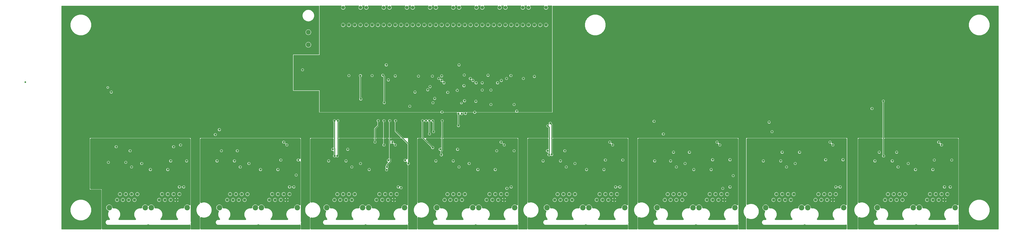
<source format=gbr>
G04 EAGLE Gerber RS-274X export*
G75*
%MOMM*%
%FSLAX34Y34*%
%LPD*%
%INCopper Layer 15*%
%IPPOS*%
%AMOC8*
5,1,8,0,0,1.08239X$1,22.5*%
G01*
G04 Define Apertures*
%ADD10C,1.408000*%
%ADD11C,2.400000*%
%ADD12C,1.524000*%
%ADD13C,2.133600*%
%ADD14C,1.006400*%
%ADD15C,0.406400*%
%ADD16C,1.350000*%
%ADD17C,0.756400*%
G36*
X183927Y10321D02*
X184594Y10778D01*
X185029Y11460D01*
X185166Y12192D01*
X185166Y183134D01*
X185005Y183927D01*
X184548Y184594D01*
X183867Y185029D01*
X183134Y185166D01*
X135722Y185166D01*
X135416Y185192D01*
X135232Y185238D01*
X135051Y185316D01*
X134885Y185420D01*
X134736Y185549D01*
X134609Y185699D01*
X134507Y185867D01*
X134433Y186049D01*
X134387Y186240D01*
X134366Y186515D01*
X134366Y410378D01*
X134392Y410684D01*
X134438Y410868D01*
X134516Y411049D01*
X134620Y411215D01*
X134749Y411364D01*
X134899Y411491D01*
X135067Y411593D01*
X135249Y411667D01*
X135440Y411713D01*
X135715Y411734D01*
X575478Y411734D01*
X575784Y411708D01*
X575968Y411662D01*
X576149Y411585D01*
X576315Y411480D01*
X576464Y411352D01*
X576591Y411201D01*
X576693Y411033D01*
X576767Y410851D01*
X576813Y410660D01*
X576834Y410385D01*
X576834Y44558D01*
X576989Y43780D01*
X577265Y43113D01*
X577265Y39051D01*
X576989Y38384D01*
X576834Y37606D01*
X576834Y12192D01*
X576995Y11399D01*
X577452Y10732D01*
X578134Y10297D01*
X578866Y10160D01*
X614934Y10160D01*
X615727Y10321D01*
X616394Y10778D01*
X616829Y11460D01*
X616966Y12192D01*
X616966Y66361D01*
X616805Y67153D01*
X616348Y67820D01*
X615950Y68120D01*
X614725Y68827D01*
X613602Y69951D01*
X613360Y70158D01*
X611360Y71610D01*
X609908Y73610D01*
X609701Y73852D01*
X608577Y74975D01*
X607322Y77149D01*
X607207Y77328D01*
X605212Y80072D01*
X604735Y81543D01*
X604562Y81931D01*
X604230Y82505D01*
X603343Y85817D01*
X603313Y85919D01*
X601980Y90020D01*
X601980Y100480D01*
X603313Y104581D01*
X603343Y104683D01*
X604230Y107995D01*
X604562Y108569D01*
X604735Y108958D01*
X605212Y110428D01*
X607207Y113173D01*
X607322Y113351D01*
X608577Y115525D01*
X609701Y116648D01*
X609908Y116891D01*
X611360Y118890D01*
X613360Y120342D01*
X613602Y120549D01*
X614725Y121673D01*
X615950Y122380D01*
X616556Y122915D01*
X616905Y123645D01*
X616966Y124139D01*
X616966Y410378D01*
X616992Y410684D01*
X617038Y410868D01*
X617116Y411049D01*
X617220Y411215D01*
X617349Y411364D01*
X617499Y411491D01*
X617667Y411593D01*
X617849Y411667D01*
X618040Y411713D01*
X618315Y411734D01*
X1058078Y411734D01*
X1058384Y411708D01*
X1058568Y411662D01*
X1058749Y411585D01*
X1058915Y411480D01*
X1059064Y411352D01*
X1059191Y411201D01*
X1059293Y411033D01*
X1059367Y410851D01*
X1059413Y410660D01*
X1059434Y410385D01*
X1059434Y44558D01*
X1059589Y43780D01*
X1059865Y43113D01*
X1059865Y39051D01*
X1059589Y38384D01*
X1059434Y37606D01*
X1059434Y12192D01*
X1059595Y11399D01*
X1060052Y10732D01*
X1060734Y10297D01*
X1061466Y10160D01*
X1097534Y10160D01*
X1098327Y10321D01*
X1098994Y10778D01*
X1099429Y11460D01*
X1099566Y12192D01*
X1099566Y62694D01*
X1099405Y63487D01*
X1098948Y64154D01*
X1098550Y64454D01*
X1097931Y64812D01*
X1097543Y64985D01*
X1096072Y65462D01*
X1093328Y67457D01*
X1093149Y67572D01*
X1090975Y68827D01*
X1089852Y69951D01*
X1089610Y70158D01*
X1087610Y71610D01*
X1086158Y73610D01*
X1085951Y73852D01*
X1084827Y74975D01*
X1083572Y77149D01*
X1083457Y77328D01*
X1081462Y80072D01*
X1080985Y81543D01*
X1080812Y81931D01*
X1080480Y82505D01*
X1079593Y85817D01*
X1079563Y85919D01*
X1078230Y90020D01*
X1078230Y100480D01*
X1079563Y104581D01*
X1079593Y104683D01*
X1080480Y107995D01*
X1080812Y108569D01*
X1080985Y108958D01*
X1081462Y110428D01*
X1083457Y113173D01*
X1083572Y113351D01*
X1084827Y115525D01*
X1085951Y116648D01*
X1086158Y116891D01*
X1087610Y118890D01*
X1089610Y120342D01*
X1089852Y120549D01*
X1090975Y121673D01*
X1093149Y122928D01*
X1093328Y123044D01*
X1096072Y125038D01*
X1097543Y125515D01*
X1097931Y125688D01*
X1098550Y126046D01*
X1099156Y126582D01*
X1099505Y127311D01*
X1099566Y127806D01*
X1099566Y410378D01*
X1099592Y410684D01*
X1099638Y410868D01*
X1099716Y411049D01*
X1099820Y411215D01*
X1099949Y411364D01*
X1100099Y411491D01*
X1100267Y411593D01*
X1100449Y411667D01*
X1100640Y411713D01*
X1100915Y411734D01*
X1201166Y411734D01*
X1201959Y411895D01*
X1202626Y412352D01*
X1203061Y413034D01*
X1203198Y413766D01*
X1203198Y481228D01*
X1203037Y482021D01*
X1202603Y482665D01*
X1201157Y484110D01*
X1200198Y486426D01*
X1200198Y488934D01*
X1201157Y491250D01*
X1202930Y493023D01*
X1205246Y493982D01*
X1207754Y493982D01*
X1210070Y493023D01*
X1211843Y491250D01*
X1212243Y490284D01*
X1212695Y489613D01*
X1213372Y489172D01*
X1214169Y489030D01*
X1214957Y489210D01*
X1215613Y489683D01*
X1215997Y490284D01*
X1216397Y491250D01*
X1218170Y493023D01*
X1220486Y493982D01*
X1222994Y493982D01*
X1225310Y493023D01*
X1227083Y491250D01*
X1228042Y488934D01*
X1228042Y486426D01*
X1227083Y484110D01*
X1225637Y482665D01*
X1225191Y481991D01*
X1225042Y481228D01*
X1225042Y413766D01*
X1225203Y412973D01*
X1225660Y412306D01*
X1226342Y411871D01*
X1227074Y411734D01*
X1378966Y411734D01*
X1379759Y411895D01*
X1380426Y412352D01*
X1380861Y413034D01*
X1380998Y413766D01*
X1380998Y453488D01*
X1394373Y466863D01*
X1394819Y467537D01*
X1394968Y468299D01*
X1394968Y481228D01*
X1394807Y482021D01*
X1394373Y482665D01*
X1392927Y484110D01*
X1391968Y486426D01*
X1391968Y488934D01*
X1392927Y491250D01*
X1394700Y493023D01*
X1397016Y493982D01*
X1399524Y493982D01*
X1401840Y493023D01*
X1403613Y491250D01*
X1404572Y488934D01*
X1404572Y486426D01*
X1403613Y484110D01*
X1402167Y482665D01*
X1401721Y481991D01*
X1401572Y481228D01*
X1401572Y464722D01*
X1388197Y451347D01*
X1387751Y450673D01*
X1387602Y449911D01*
X1387602Y413766D01*
X1387763Y412973D01*
X1388220Y412306D01*
X1388902Y411871D01*
X1389634Y411734D01*
X1418336Y411734D01*
X1419129Y411895D01*
X1419796Y412352D01*
X1420231Y413034D01*
X1420368Y413766D01*
X1420368Y481228D01*
X1420207Y482021D01*
X1419773Y482665D01*
X1418327Y484110D01*
X1417368Y486426D01*
X1417368Y488934D01*
X1418327Y491250D01*
X1420100Y493023D01*
X1422416Y493982D01*
X1424924Y493982D01*
X1427240Y493023D01*
X1429013Y491250D01*
X1429972Y488934D01*
X1429972Y486426D01*
X1429013Y484110D01*
X1427567Y482665D01*
X1427121Y481991D01*
X1426972Y481228D01*
X1426972Y413766D01*
X1427133Y412973D01*
X1427590Y412306D01*
X1428272Y411871D01*
X1429004Y411734D01*
X1443736Y411734D01*
X1444529Y411895D01*
X1445196Y412352D01*
X1445631Y413034D01*
X1445768Y413766D01*
X1445768Y481228D01*
X1445607Y482021D01*
X1445173Y482665D01*
X1443727Y484110D01*
X1442768Y486426D01*
X1442768Y488934D01*
X1443727Y491250D01*
X1445500Y493023D01*
X1447816Y493982D01*
X1450324Y493982D01*
X1452640Y493023D01*
X1454413Y491250D01*
X1455372Y488934D01*
X1455372Y486426D01*
X1454413Y484110D01*
X1452967Y482665D01*
X1452521Y481991D01*
X1452372Y481228D01*
X1452372Y413766D01*
X1452533Y412973D01*
X1452990Y412306D01*
X1453672Y411871D01*
X1454404Y411734D01*
X1495121Y411734D01*
X1495913Y411895D01*
X1496580Y412352D01*
X1497016Y413034D01*
X1497152Y413831D01*
X1496965Y414618D01*
X1496557Y415203D01*
X1471168Y440592D01*
X1471168Y481228D01*
X1471007Y482021D01*
X1470573Y482665D01*
X1469127Y484110D01*
X1468168Y486426D01*
X1468168Y488934D01*
X1469127Y491250D01*
X1470900Y493023D01*
X1473216Y493982D01*
X1475724Y493982D01*
X1478040Y493023D01*
X1479813Y491250D01*
X1480772Y488934D01*
X1480772Y486426D01*
X1479813Y484110D01*
X1478367Y482665D01*
X1477921Y481991D01*
X1477772Y481228D01*
X1477772Y444169D01*
X1477933Y443377D01*
X1478367Y442733D01*
X1508771Y412329D01*
X1509445Y411883D01*
X1510207Y411734D01*
X1527978Y411734D01*
X1528284Y411708D01*
X1528468Y411662D01*
X1528649Y411585D01*
X1528815Y411480D01*
X1528964Y411352D01*
X1529091Y411201D01*
X1529193Y411033D01*
X1529267Y410851D01*
X1529313Y410660D01*
X1529334Y410385D01*
X1529334Y392607D01*
X1529495Y391815D01*
X1529929Y391171D01*
X1533652Y387448D01*
X1533652Y306172D01*
X1533813Y305380D01*
X1534247Y304735D01*
X1535693Y303290D01*
X1536652Y300974D01*
X1536652Y298466D01*
X1535693Y296150D01*
X1533920Y294377D01*
X1531604Y293418D01*
X1531366Y293418D01*
X1530573Y293257D01*
X1529906Y292800D01*
X1529471Y292119D01*
X1529334Y291386D01*
X1529334Y44558D01*
X1529489Y43780D01*
X1529765Y43113D01*
X1529765Y39051D01*
X1529489Y38384D01*
X1529334Y37606D01*
X1529334Y12192D01*
X1529495Y11399D01*
X1529952Y10732D01*
X1530634Y10297D01*
X1531366Y10160D01*
X1567434Y10160D01*
X1568227Y10321D01*
X1568894Y10778D01*
X1569329Y11460D01*
X1569466Y12192D01*
X1569466Y66361D01*
X1569305Y67153D01*
X1568848Y67820D01*
X1568450Y68120D01*
X1567225Y68827D01*
X1566102Y69951D01*
X1565860Y70158D01*
X1563860Y71610D01*
X1562408Y73610D01*
X1562201Y73852D01*
X1561077Y74975D01*
X1559822Y77149D01*
X1559707Y77328D01*
X1557712Y80072D01*
X1557235Y81543D01*
X1557062Y81931D01*
X1556730Y82505D01*
X1555843Y85817D01*
X1555813Y85919D01*
X1554480Y90020D01*
X1554480Y100480D01*
X1555813Y104581D01*
X1555843Y104683D01*
X1556730Y107995D01*
X1557062Y108569D01*
X1557235Y108958D01*
X1557712Y110428D01*
X1559707Y113173D01*
X1559822Y113351D01*
X1561077Y115525D01*
X1562201Y116648D01*
X1562408Y116891D01*
X1563860Y118890D01*
X1565860Y120342D01*
X1566102Y120549D01*
X1567225Y121673D01*
X1568450Y122380D01*
X1569056Y122915D01*
X1569405Y123645D01*
X1569466Y124139D01*
X1569466Y410378D01*
X1569492Y410684D01*
X1569538Y410868D01*
X1569616Y411049D01*
X1569720Y411215D01*
X1569849Y411364D01*
X1569999Y411491D01*
X1570167Y411593D01*
X1570349Y411667D01*
X1570540Y411713D01*
X1570815Y411734D01*
X1587246Y411734D01*
X1588039Y411895D01*
X1588706Y412352D01*
X1589141Y413034D01*
X1589278Y413766D01*
X1589278Y481228D01*
X1589117Y482021D01*
X1588683Y482665D01*
X1587237Y484110D01*
X1586278Y486426D01*
X1586278Y488934D01*
X1587237Y491250D01*
X1589010Y493023D01*
X1591326Y493982D01*
X1593834Y493982D01*
X1596150Y493023D01*
X1597923Y491250D01*
X1598323Y490284D01*
X1598775Y489613D01*
X1599452Y489172D01*
X1600249Y489030D01*
X1601037Y489210D01*
X1601693Y489683D01*
X1602077Y490284D01*
X1602477Y491250D01*
X1604250Y493023D01*
X1606566Y493982D01*
X1609074Y493982D01*
X1611390Y493023D01*
X1613368Y491044D01*
X1614042Y490598D01*
X1614837Y490449D01*
X1615627Y490623D01*
X1616242Y491044D01*
X1618220Y493023D01*
X1620536Y493982D01*
X1623044Y493982D01*
X1625360Y493023D01*
X1627133Y491250D01*
X1627533Y490284D01*
X1627985Y489613D01*
X1628662Y489172D01*
X1629459Y489030D01*
X1630247Y489210D01*
X1630903Y489683D01*
X1631287Y490284D01*
X1631687Y491250D01*
X1633460Y493023D01*
X1635776Y493982D01*
X1638284Y493982D01*
X1640600Y493023D01*
X1642373Y491250D01*
X1643332Y488934D01*
X1643332Y486889D01*
X1643493Y486097D01*
X1643927Y485453D01*
X1644142Y485238D01*
X1644142Y445872D01*
X1644303Y445080D01*
X1644737Y444435D01*
X1646183Y442990D01*
X1647142Y440674D01*
X1647142Y438166D01*
X1646183Y435850D01*
X1644410Y434077D01*
X1642094Y433118D01*
X1639586Y433118D01*
X1637270Y434077D01*
X1635497Y435850D01*
X1634538Y438166D01*
X1634538Y440674D01*
X1635497Y442990D01*
X1636943Y444435D01*
X1637389Y445109D01*
X1637538Y445872D01*
X1637538Y479346D01*
X1637377Y480139D01*
X1636920Y480806D01*
X1636239Y481241D01*
X1635998Y481286D01*
X1633460Y482337D01*
X1631687Y484110D01*
X1631287Y485076D01*
X1630835Y485747D01*
X1630158Y486188D01*
X1629361Y486330D01*
X1628573Y486150D01*
X1627917Y485677D01*
X1627533Y485076D01*
X1627133Y484110D01*
X1626957Y483935D01*
X1626511Y483261D01*
X1626362Y482498D01*
X1626362Y435712D01*
X1626523Y434920D01*
X1626957Y434275D01*
X1628403Y432830D01*
X1629362Y430514D01*
X1629362Y428006D01*
X1628403Y425690D01*
X1626630Y423917D01*
X1624314Y422958D01*
X1621806Y422958D01*
X1619490Y423917D01*
X1617717Y425690D01*
X1616758Y428006D01*
X1616758Y430514D01*
X1617717Y432830D01*
X1619163Y434275D01*
X1619609Y434949D01*
X1619758Y435712D01*
X1619758Y480343D01*
X1619597Y481135D01*
X1619140Y481802D01*
X1618504Y482220D01*
X1618220Y482337D01*
X1616242Y484316D01*
X1615568Y484762D01*
X1614773Y484911D01*
X1613983Y484737D01*
X1613368Y484316D01*
X1611390Y482337D01*
X1609074Y481378D01*
X1606566Y481378D01*
X1604250Y482337D01*
X1602477Y484110D01*
X1602077Y485076D01*
X1601625Y485747D01*
X1600948Y486188D01*
X1600151Y486330D01*
X1599363Y486150D01*
X1598707Y485677D01*
X1598323Y485076D01*
X1597923Y484110D01*
X1596477Y482665D01*
X1596031Y481991D01*
X1595882Y481228D01*
X1595882Y416229D01*
X1596043Y415437D01*
X1596477Y414793D01*
X1598941Y412329D01*
X1599615Y411883D01*
X1600377Y411734D01*
X1673050Y411734D01*
X1673843Y411895D01*
X1674510Y412352D01*
X1674945Y413034D01*
X1675082Y413766D01*
X1675082Y420488D01*
X1675489Y421103D01*
X1675638Y421865D01*
X1675638Y481228D01*
X1675477Y482021D01*
X1675043Y482665D01*
X1673597Y484110D01*
X1672638Y486426D01*
X1672638Y488934D01*
X1673597Y491250D01*
X1675370Y493023D01*
X1677686Y493982D01*
X1680194Y493982D01*
X1682510Y493023D01*
X1684283Y491250D01*
X1685242Y488934D01*
X1685242Y486426D01*
X1684283Y484110D01*
X1682837Y482665D01*
X1682391Y481991D01*
X1682242Y481228D01*
X1682242Y418268D01*
X1681835Y417653D01*
X1681686Y416891D01*
X1681686Y413766D01*
X1681847Y412973D01*
X1682304Y412306D01*
X1682986Y411871D01*
X1683718Y411734D01*
X2010578Y411734D01*
X2010884Y411708D01*
X2011068Y411662D01*
X2011249Y411585D01*
X2011415Y411480D01*
X2011564Y411352D01*
X2011691Y411201D01*
X2011793Y411033D01*
X2011867Y410851D01*
X2011913Y410660D01*
X2011934Y410385D01*
X2011934Y44558D01*
X2012089Y43780D01*
X2012365Y43113D01*
X2012365Y39051D01*
X2012089Y38384D01*
X2011934Y37606D01*
X2011934Y12192D01*
X2012095Y11399D01*
X2012552Y10732D01*
X2013234Y10297D01*
X2013966Y10160D01*
X2050034Y10160D01*
X2050827Y10321D01*
X2051494Y10778D01*
X2051929Y11460D01*
X2052066Y12192D01*
X2052066Y64657D01*
X2051905Y65449D01*
X2051228Y66301D01*
X2049638Y67456D01*
X2049459Y67572D01*
X2047285Y68827D01*
X2046162Y69951D01*
X2045920Y70158D01*
X2043920Y71610D01*
X2042468Y73610D01*
X2042261Y73852D01*
X2041137Y74975D01*
X2039882Y77149D01*
X2039767Y77328D01*
X2037772Y80072D01*
X2037295Y81543D01*
X2037122Y81931D01*
X2036790Y82505D01*
X2035903Y85817D01*
X2035873Y85919D01*
X2034540Y90020D01*
X2034540Y100480D01*
X2035873Y104581D01*
X2035903Y104683D01*
X2036790Y107995D01*
X2037122Y108569D01*
X2037295Y108958D01*
X2037772Y110428D01*
X2039767Y113173D01*
X2039882Y113351D01*
X2041137Y115525D01*
X2042261Y116648D01*
X2042468Y116891D01*
X2043920Y118890D01*
X2045920Y120342D01*
X2046162Y120549D01*
X2047285Y121673D01*
X2049459Y122928D01*
X2049638Y123044D01*
X2051228Y124199D01*
X2051775Y124795D01*
X2052066Y125843D01*
X2052066Y410378D01*
X2052092Y410684D01*
X2052138Y410868D01*
X2052216Y411049D01*
X2052320Y411215D01*
X2052449Y411364D01*
X2052599Y411491D01*
X2052767Y411593D01*
X2052949Y411667D01*
X2053140Y411713D01*
X2053415Y411734D01*
X2142950Y411734D01*
X2143743Y411895D01*
X2144410Y412352D01*
X2144845Y413034D01*
X2144982Y413766D01*
X2144982Y455547D01*
X2144821Y456339D01*
X2144387Y456983D01*
X2143447Y457923D01*
X2142773Y458369D01*
X2142011Y458518D01*
X2139966Y458518D01*
X2137650Y459477D01*
X2135877Y461250D01*
X2134918Y463566D01*
X2134918Y466074D01*
X2135877Y468390D01*
X2137650Y470163D01*
X2139966Y471122D01*
X2142474Y471122D01*
X2144555Y470260D01*
X2145349Y470105D01*
X2146140Y470272D01*
X2146804Y470735D01*
X2147234Y471420D01*
X2147363Y472218D01*
X2147210Y472915D01*
X2146348Y474996D01*
X2146348Y477504D01*
X2147307Y479820D01*
X2149080Y481593D01*
X2151396Y482552D01*
X2153904Y482552D01*
X2156220Y481593D01*
X2157993Y479820D01*
X2158952Y477504D01*
X2158952Y475459D01*
X2159113Y474667D01*
X2159547Y474023D01*
X2162302Y471268D01*
X2162302Y413766D01*
X2162463Y412973D01*
X2162920Y412306D01*
X2163602Y411871D01*
X2164334Y411734D01*
X2493178Y411734D01*
X2493484Y411708D01*
X2493668Y411662D01*
X2493849Y411585D01*
X2494015Y411480D01*
X2494164Y411352D01*
X2494291Y411201D01*
X2494393Y411033D01*
X2494467Y410851D01*
X2494513Y410660D01*
X2494534Y410385D01*
X2494534Y44558D01*
X2494689Y43780D01*
X2494965Y43113D01*
X2494965Y39051D01*
X2494689Y38384D01*
X2494534Y37606D01*
X2494534Y12192D01*
X2494695Y11399D01*
X2495152Y10732D01*
X2495834Y10297D01*
X2496566Y10160D01*
X2532634Y10160D01*
X2533427Y10321D01*
X2534094Y10778D01*
X2534529Y11460D01*
X2534666Y12192D01*
X2534666Y66361D01*
X2534505Y67153D01*
X2534048Y67820D01*
X2533650Y68120D01*
X2532425Y68827D01*
X2531302Y69951D01*
X2531060Y70158D01*
X2529060Y71610D01*
X2527608Y73610D01*
X2527401Y73852D01*
X2526277Y74975D01*
X2525022Y77149D01*
X2524907Y77328D01*
X2522912Y80072D01*
X2522435Y81543D01*
X2522262Y81931D01*
X2521930Y82505D01*
X2521043Y85817D01*
X2521013Y85919D01*
X2519680Y90020D01*
X2519680Y100480D01*
X2521013Y104581D01*
X2521043Y104683D01*
X2521930Y107995D01*
X2522262Y108569D01*
X2522435Y108958D01*
X2522912Y110428D01*
X2524907Y113173D01*
X2525022Y113351D01*
X2526277Y115525D01*
X2527401Y116648D01*
X2527608Y116891D01*
X2529060Y118890D01*
X2531060Y120342D01*
X2531302Y120549D01*
X2532425Y121673D01*
X2533650Y122380D01*
X2534256Y122915D01*
X2534605Y123645D01*
X2534666Y124139D01*
X2534666Y410378D01*
X2534692Y410684D01*
X2534738Y410868D01*
X2534816Y411049D01*
X2534920Y411215D01*
X2535049Y411364D01*
X2535199Y411491D01*
X2535367Y411593D01*
X2535549Y411667D01*
X2535740Y411713D01*
X2536015Y411734D01*
X2975778Y411734D01*
X2976084Y411708D01*
X2976268Y411662D01*
X2976449Y411585D01*
X2976615Y411480D01*
X2976764Y411352D01*
X2976891Y411201D01*
X2976993Y411033D01*
X2977067Y410851D01*
X2977113Y410660D01*
X2977134Y410385D01*
X2977134Y44558D01*
X2977289Y43780D01*
X2977565Y43113D01*
X2977565Y39051D01*
X2977289Y38384D01*
X2977134Y37606D01*
X2977134Y12192D01*
X2977295Y11399D01*
X2977752Y10732D01*
X2978434Y10297D01*
X2979166Y10160D01*
X3008884Y10160D01*
X3009677Y10321D01*
X3010344Y10778D01*
X3010779Y11460D01*
X3010916Y12192D01*
X3010916Y62920D01*
X3010755Y63713D01*
X3010078Y64564D01*
X3009120Y65260D01*
X3007668Y67260D01*
X3007461Y67502D01*
X3006337Y68625D01*
X3005082Y70799D01*
X3004967Y70978D01*
X3002972Y73722D01*
X3002495Y75193D01*
X3002322Y75581D01*
X3001990Y76155D01*
X3001103Y79467D01*
X3001073Y79569D01*
X2999740Y83670D01*
X2999740Y94130D01*
X3001073Y98231D01*
X3001103Y98333D01*
X3001990Y101645D01*
X3002322Y102219D01*
X3002495Y102608D01*
X3002972Y104078D01*
X3004967Y106823D01*
X3005082Y107001D01*
X3006337Y109175D01*
X3007461Y110298D01*
X3007668Y110541D01*
X3009120Y112540D01*
X3010078Y113236D01*
X3010625Y113832D01*
X3010916Y114880D01*
X3010916Y410378D01*
X3010942Y410684D01*
X3010988Y410868D01*
X3011066Y411049D01*
X3011170Y411215D01*
X3011299Y411364D01*
X3011449Y411491D01*
X3011617Y411593D01*
X3011799Y411667D01*
X3011990Y411713D01*
X3012265Y411734D01*
X3452028Y411734D01*
X3452334Y411708D01*
X3452518Y411662D01*
X3452699Y411585D01*
X3452865Y411480D01*
X3453014Y411352D01*
X3453141Y411201D01*
X3453243Y411033D01*
X3453317Y410851D01*
X3453363Y410660D01*
X3453384Y410385D01*
X3453384Y44558D01*
X3453539Y43780D01*
X3453815Y43113D01*
X3453815Y39051D01*
X3453539Y38384D01*
X3453384Y37606D01*
X3453384Y12192D01*
X3453545Y11399D01*
X3454002Y10732D01*
X3454684Y10297D01*
X3455416Y10160D01*
X3497834Y10160D01*
X3498627Y10321D01*
X3499294Y10778D01*
X3499729Y11460D01*
X3499866Y12192D01*
X3499866Y66361D01*
X3499705Y67153D01*
X3499248Y67820D01*
X3498850Y68120D01*
X3497625Y68827D01*
X3496502Y69951D01*
X3496260Y70158D01*
X3494260Y71610D01*
X3492808Y73610D01*
X3492601Y73852D01*
X3491477Y74975D01*
X3490222Y77149D01*
X3490107Y77328D01*
X3488112Y80072D01*
X3487635Y81543D01*
X3487462Y81931D01*
X3487130Y82505D01*
X3486243Y85817D01*
X3486213Y85919D01*
X3484880Y90020D01*
X3484880Y100480D01*
X3486213Y104581D01*
X3486243Y104683D01*
X3487130Y107995D01*
X3487462Y108569D01*
X3487635Y108958D01*
X3488112Y110428D01*
X3490107Y113173D01*
X3490222Y113351D01*
X3491477Y115525D01*
X3492601Y116648D01*
X3492808Y116891D01*
X3494260Y118890D01*
X3496260Y120342D01*
X3496502Y120549D01*
X3497625Y121673D01*
X3498850Y122380D01*
X3499456Y122915D01*
X3499805Y123645D01*
X3499866Y124139D01*
X3499866Y410378D01*
X3499892Y410684D01*
X3499938Y410868D01*
X3500016Y411049D01*
X3500120Y411215D01*
X3500249Y411364D01*
X3500399Y411491D01*
X3500567Y411593D01*
X3500749Y411667D01*
X3500940Y411713D01*
X3501215Y411734D01*
X3606546Y411734D01*
X3607339Y411895D01*
X3608006Y412352D01*
X3608441Y413034D01*
X3608578Y413766D01*
X3608578Y567588D01*
X3608417Y568381D01*
X3607983Y569025D01*
X3606537Y570470D01*
X3605578Y572786D01*
X3605578Y575294D01*
X3606537Y577610D01*
X3608310Y579383D01*
X3610626Y580342D01*
X3613134Y580342D01*
X3615450Y579383D01*
X3617223Y577610D01*
X3618182Y575294D01*
X3618182Y572786D01*
X3617223Y570470D01*
X3615777Y569025D01*
X3615331Y568351D01*
X3615182Y567588D01*
X3615182Y413766D01*
X3615343Y412973D01*
X3615800Y412306D01*
X3616482Y411871D01*
X3617214Y411734D01*
X3940978Y411734D01*
X3941284Y411708D01*
X3941468Y411662D01*
X3941649Y411585D01*
X3941815Y411480D01*
X3941964Y411352D01*
X3942091Y411201D01*
X3942193Y411033D01*
X3942267Y410851D01*
X3942313Y410660D01*
X3942334Y410385D01*
X3942334Y44558D01*
X3942489Y43780D01*
X3942765Y43113D01*
X3942765Y39051D01*
X3942489Y38384D01*
X3942334Y37606D01*
X3942334Y12192D01*
X3942495Y11399D01*
X3942952Y10732D01*
X3943634Y10297D01*
X3944366Y10160D01*
X4115308Y10160D01*
X4116101Y10321D01*
X4116768Y10778D01*
X4117203Y11460D01*
X4117340Y12192D01*
X4117340Y990600D01*
X4117179Y991393D01*
X4116722Y992060D01*
X4116041Y992495D01*
X4115308Y992632D01*
X2164334Y992632D01*
X2163541Y992471D01*
X2162874Y992014D01*
X2162439Y991333D01*
X2162302Y990600D01*
X2162302Y525104D01*
X2162276Y524798D01*
X2162230Y524614D01*
X2162153Y524433D01*
X2162048Y524267D01*
X2161920Y524118D01*
X2161769Y523991D01*
X2161601Y523889D01*
X2161419Y523815D01*
X2161228Y523769D01*
X2160953Y523748D01*
X2008098Y523748D01*
X2007321Y523593D01*
X2006584Y523288D01*
X2004076Y523288D01*
X2003339Y523593D01*
X2002562Y523748D01*
X1829043Y523748D01*
X1828251Y523587D01*
X1827584Y523130D01*
X1827166Y522494D01*
X1826523Y520940D01*
X1824750Y519167D01*
X1822434Y518208D01*
X1819926Y518208D01*
X1817610Y519167D01*
X1815837Y520940D01*
X1815194Y522494D01*
X1814742Y523164D01*
X1814064Y523605D01*
X1813317Y523748D01*
X1788614Y523748D01*
X1787821Y523587D01*
X1787154Y523130D01*
X1786718Y522449D01*
X1786583Y521651D01*
X1786736Y520938D01*
X1786842Y520684D01*
X1786842Y518176D01*
X1785883Y515860D01*
X1784110Y514087D01*
X1781794Y513128D01*
X1779286Y513128D01*
X1776970Y514087D01*
X1775197Y515860D01*
X1774241Y518168D01*
X1773789Y518839D01*
X1773733Y518876D01*
X1774118Y519512D01*
X1774238Y520199D01*
X1774238Y520684D01*
X1774344Y520938D01*
X1774498Y521732D01*
X1774331Y522523D01*
X1773868Y523187D01*
X1773184Y523617D01*
X1772466Y523748D01*
X1771578Y523748D01*
X1770785Y523587D01*
X1770118Y523130D01*
X1769682Y522449D01*
X1769547Y521651D01*
X1769700Y520938D01*
X1770329Y519422D01*
X1770781Y518751D01*
X1770838Y518714D01*
X1770452Y518078D01*
X1770332Y517391D01*
X1770332Y516906D01*
X1769373Y514590D01*
X1767600Y512817D01*
X1765284Y511858D01*
X1762776Y511858D01*
X1760460Y512817D01*
X1758482Y514796D01*
X1757808Y515242D01*
X1757013Y515391D01*
X1756223Y515217D01*
X1755608Y514796D01*
X1753957Y513145D01*
X1753511Y512471D01*
X1753362Y511708D01*
X1753362Y472542D01*
X1753523Y471750D01*
X1753957Y471105D01*
X1755403Y469660D01*
X1756362Y467344D01*
X1756362Y464836D01*
X1755403Y462520D01*
X1753630Y460747D01*
X1751314Y459788D01*
X1748806Y459788D01*
X1746490Y460747D01*
X1744717Y462520D01*
X1743758Y464836D01*
X1743758Y467344D01*
X1744717Y469660D01*
X1746163Y471105D01*
X1746609Y471779D01*
X1746758Y472542D01*
X1746758Y511708D01*
X1746597Y512501D01*
X1746163Y513145D01*
X1744717Y514590D01*
X1743758Y516906D01*
X1743758Y519414D01*
X1744390Y520938D01*
X1744544Y521732D01*
X1744377Y522523D01*
X1743914Y523187D01*
X1743230Y523617D01*
X1742512Y523748D01*
X1685007Y523748D01*
X1684215Y523587D01*
X1683548Y523130D01*
X1683130Y522494D01*
X1683013Y522210D01*
X1681240Y520437D01*
X1678924Y519478D01*
X1676416Y519478D01*
X1674100Y520437D01*
X1672327Y522210D01*
X1672210Y522494D01*
X1671758Y523164D01*
X1671080Y523605D01*
X1670333Y523748D01*
X1141054Y523748D01*
X1140748Y523774D01*
X1140564Y523820D01*
X1140383Y523898D01*
X1140217Y524002D01*
X1140068Y524131D01*
X1139941Y524281D01*
X1139839Y524449D01*
X1139765Y524631D01*
X1139719Y524822D01*
X1139698Y525097D01*
X1139698Y616966D01*
X1139537Y617759D01*
X1139080Y618426D01*
X1138399Y618861D01*
X1137666Y618998D01*
X1026754Y618998D01*
X1026448Y619024D01*
X1026264Y619070D01*
X1026083Y619148D01*
X1025917Y619252D01*
X1025768Y619381D01*
X1025641Y619531D01*
X1025539Y619699D01*
X1025465Y619881D01*
X1025419Y620072D01*
X1025398Y620347D01*
X1025398Y776646D01*
X1025424Y776952D01*
X1025470Y777136D01*
X1025548Y777317D01*
X1025652Y777483D01*
X1025781Y777632D01*
X1025931Y777759D01*
X1026099Y777861D01*
X1026281Y777935D01*
X1026472Y777981D01*
X1026747Y778002D01*
X1137666Y778002D01*
X1138459Y778163D01*
X1139126Y778620D01*
X1139561Y779302D01*
X1139698Y780034D01*
X1139698Y990600D01*
X1139537Y991393D01*
X1139080Y992060D01*
X1138399Y992495D01*
X1137666Y992632D01*
X12192Y992632D01*
X11399Y992471D01*
X10732Y992014D01*
X10297Y991333D01*
X10160Y990600D01*
X10160Y12192D01*
X10321Y11399D01*
X10778Y10732D01*
X11460Y10297D01*
X12192Y10160D01*
X183134Y10160D01*
X183927Y10321D01*
G37*
%LPC*%
G36*
X1090174Y924109D02*
X1089821Y924140D01*
X1088888Y924140D01*
X1086835Y924690D01*
X1086662Y924728D01*
X1083462Y925293D01*
X1075778Y929729D01*
X1073689Y932218D01*
X1073570Y932349D01*
X1072067Y933851D01*
X1071600Y934660D01*
X1071397Y934950D01*
X1070075Y936526D01*
X1069371Y938459D01*
X1069221Y938780D01*
X1068755Y939589D01*
X1068205Y941641D01*
X1068151Y941810D01*
X1067040Y944864D01*
X1067040Y953736D01*
X1068151Y956790D01*
X1068205Y956959D01*
X1068755Y959011D01*
X1069221Y959820D01*
X1069371Y960141D01*
X1070075Y962074D01*
X1071397Y963650D01*
X1071600Y963940D01*
X1072067Y964749D01*
X1073570Y966251D01*
X1073689Y966382D01*
X1075778Y968871D01*
X1083462Y973307D01*
X1086662Y973872D01*
X1086835Y973910D01*
X1088888Y974460D01*
X1089821Y974460D01*
X1090174Y974491D01*
X1092200Y974848D01*
X1094226Y974491D01*
X1094579Y974460D01*
X1095512Y974460D01*
X1097565Y973910D01*
X1097738Y973872D01*
X1100938Y973307D01*
X1108622Y968871D01*
X1110711Y966382D01*
X1110830Y966251D01*
X1112333Y964749D01*
X1112800Y963940D01*
X1113003Y963650D01*
X1114325Y962074D01*
X1115029Y960141D01*
X1115179Y959820D01*
X1115645Y959011D01*
X1116195Y956959D01*
X1116249Y956790D01*
X1117360Y953736D01*
X1117360Y944864D01*
X1116249Y941810D01*
X1116195Y941641D01*
X1115645Y939589D01*
X1115179Y938780D01*
X1115029Y938459D01*
X1114325Y936526D01*
X1113003Y934950D01*
X1112800Y934660D01*
X1112333Y933851D01*
X1110830Y932349D01*
X1110711Y932218D01*
X1108622Y929729D01*
X1100938Y925293D01*
X1097738Y924728D01*
X1097565Y924690D01*
X1095512Y924140D01*
X1094579Y924140D01*
X1094226Y924109D01*
X1092200Y923752D01*
X1090174Y924109D01*
G37*
G36*
X92169Y862944D02*
X91880Y862965D01*
X89314Y862965D01*
X86292Y863775D01*
X86055Y863823D01*
X82418Y864346D01*
X80100Y865405D01*
X79781Y865519D01*
X77848Y866037D01*
X74651Y867883D01*
X74479Y867972D01*
X70625Y869732D01*
X69126Y871031D01*
X68811Y871255D01*
X67567Y871973D01*
X64560Y874980D01*
X64454Y875079D01*
X60827Y878222D01*
X60061Y879414D01*
X59788Y879752D01*
X59173Y880367D01*
X56766Y884536D01*
X56716Y884619D01*
X53818Y889128D01*
X53578Y889943D01*
X53388Y890386D01*
X53237Y890648D01*
X51846Y895839D01*
X51833Y895886D01*
X50165Y901568D01*
X50165Y914532D01*
X51833Y920214D01*
X51846Y920261D01*
X53237Y925452D01*
X53388Y925714D01*
X53578Y926157D01*
X53818Y926972D01*
X56716Y931481D01*
X56766Y931564D01*
X59173Y935733D01*
X59788Y936348D01*
X60061Y936686D01*
X60827Y937878D01*
X64454Y941021D01*
X64560Y941120D01*
X67567Y944127D01*
X68811Y944845D01*
X69126Y945069D01*
X70625Y946368D01*
X74479Y948128D01*
X74651Y948217D01*
X77848Y950063D01*
X79781Y950581D01*
X80100Y950695D01*
X82418Y951754D01*
X86055Y952277D01*
X86292Y952325D01*
X89314Y953135D01*
X91880Y953135D01*
X92169Y953156D01*
X95250Y953599D01*
X98331Y953156D01*
X98620Y953135D01*
X101186Y953135D01*
X104208Y952325D01*
X104445Y952277D01*
X108083Y951754D01*
X110401Y950695D01*
X110719Y950581D01*
X112652Y950063D01*
X115849Y948217D01*
X116021Y948128D01*
X119875Y946368D01*
X121374Y945069D01*
X121689Y944845D01*
X122933Y944127D01*
X125940Y941120D01*
X126046Y941021D01*
X129673Y937878D01*
X130439Y936686D01*
X130712Y936348D01*
X131327Y935733D01*
X133734Y931564D01*
X133784Y931481D01*
X136683Y926972D01*
X136922Y926157D01*
X137112Y925714D01*
X137263Y925452D01*
X138654Y920261D01*
X138667Y920214D01*
X140335Y914532D01*
X140335Y901568D01*
X138667Y895886D01*
X138654Y895839D01*
X137263Y890648D01*
X137112Y890386D01*
X136922Y889943D01*
X136683Y889128D01*
X133784Y884619D01*
X133734Y884536D01*
X131327Y880367D01*
X130712Y879752D01*
X130439Y879414D01*
X129673Y878222D01*
X126046Y875079D01*
X125940Y874980D01*
X122933Y871973D01*
X121689Y871255D01*
X121374Y871031D01*
X119875Y869732D01*
X116021Y867972D01*
X115849Y867883D01*
X112652Y866037D01*
X110719Y865519D01*
X110401Y865405D01*
X108083Y864346D01*
X104445Y863823D01*
X104208Y863775D01*
X101186Y862965D01*
X98620Y862965D01*
X98331Y862944D01*
X95250Y862501D01*
X92169Y862944D01*
G37*
G36*
X2346419Y862944D02*
X2346130Y862965D01*
X2343564Y862965D01*
X2340542Y863775D01*
X2340305Y863823D01*
X2336668Y864346D01*
X2334350Y865405D01*
X2334031Y865519D01*
X2332098Y866037D01*
X2328901Y867883D01*
X2328729Y867972D01*
X2324875Y869732D01*
X2323376Y871031D01*
X2323061Y871255D01*
X2321817Y871973D01*
X2318810Y874980D01*
X2318704Y875079D01*
X2315077Y878222D01*
X2314311Y879414D01*
X2314038Y879752D01*
X2313423Y880367D01*
X2311016Y884536D01*
X2310966Y884619D01*
X2308068Y889128D01*
X2307828Y889943D01*
X2307638Y890386D01*
X2307487Y890648D01*
X2306096Y895839D01*
X2306083Y895886D01*
X2304415Y901568D01*
X2304415Y914532D01*
X2306083Y920214D01*
X2306096Y920261D01*
X2307487Y925452D01*
X2307638Y925714D01*
X2307828Y926157D01*
X2308068Y926972D01*
X2310966Y931481D01*
X2311016Y931564D01*
X2313423Y935733D01*
X2314038Y936348D01*
X2314311Y936686D01*
X2315077Y937878D01*
X2318704Y941021D01*
X2318810Y941120D01*
X2321817Y944127D01*
X2323061Y944845D01*
X2323376Y945069D01*
X2324875Y946368D01*
X2328729Y948128D01*
X2328901Y948217D01*
X2332098Y950063D01*
X2334031Y950581D01*
X2334350Y950695D01*
X2336668Y951754D01*
X2340305Y952277D01*
X2340542Y952325D01*
X2343564Y953135D01*
X2346130Y953135D01*
X2346419Y953156D01*
X2349500Y953599D01*
X2352581Y953156D01*
X2352870Y953135D01*
X2355436Y953135D01*
X2358458Y952325D01*
X2358695Y952277D01*
X2362333Y951754D01*
X2364651Y950695D01*
X2364969Y950581D01*
X2366902Y950063D01*
X2370099Y948217D01*
X2370271Y948128D01*
X2374125Y946368D01*
X2375624Y945069D01*
X2375939Y944845D01*
X2377183Y944127D01*
X2380190Y941120D01*
X2380296Y941021D01*
X2383923Y937878D01*
X2384689Y936686D01*
X2384962Y936348D01*
X2385577Y935733D01*
X2387984Y931564D01*
X2388034Y931481D01*
X2390933Y926972D01*
X2391172Y926157D01*
X2391362Y925714D01*
X2391513Y925452D01*
X2392904Y920261D01*
X2392917Y920214D01*
X2394585Y914532D01*
X2394585Y901568D01*
X2392917Y895886D01*
X2392904Y895839D01*
X2391513Y890648D01*
X2391362Y890386D01*
X2391172Y889943D01*
X2390933Y889128D01*
X2388034Y884619D01*
X2387984Y884536D01*
X2385577Y880367D01*
X2384962Y879752D01*
X2384689Y879414D01*
X2383923Y878222D01*
X2380296Y875079D01*
X2380190Y874980D01*
X2377183Y871973D01*
X2375939Y871255D01*
X2375624Y871031D01*
X2374125Y869732D01*
X2370271Y867972D01*
X2370099Y867883D01*
X2366902Y866037D01*
X2364969Y865519D01*
X2364651Y865405D01*
X2362333Y864346D01*
X2358695Y863823D01*
X2358458Y863775D01*
X2355436Y862965D01*
X2352870Y862965D01*
X2352581Y862944D01*
X2349500Y862501D01*
X2346419Y862944D01*
G37*
G36*
X4029169Y862944D02*
X4028880Y862965D01*
X4026314Y862965D01*
X4023292Y863775D01*
X4023055Y863823D01*
X4019418Y864346D01*
X4017100Y865405D01*
X4016781Y865519D01*
X4014848Y866037D01*
X4011651Y867883D01*
X4011479Y867972D01*
X4007625Y869732D01*
X4006126Y871031D01*
X4005811Y871255D01*
X4004567Y871973D01*
X4001560Y874980D01*
X4001454Y875079D01*
X3997827Y878222D01*
X3997061Y879414D01*
X3996788Y879752D01*
X3996173Y880367D01*
X3993766Y884536D01*
X3993716Y884619D01*
X3990818Y889128D01*
X3990578Y889943D01*
X3990388Y890386D01*
X3990237Y890648D01*
X3988846Y895839D01*
X3988833Y895886D01*
X3987165Y901568D01*
X3987165Y914532D01*
X3988833Y920214D01*
X3988846Y920261D01*
X3990237Y925452D01*
X3990388Y925714D01*
X3990578Y926157D01*
X3990818Y926972D01*
X3993716Y931481D01*
X3993766Y931564D01*
X3996173Y935733D01*
X3996788Y936348D01*
X3997061Y936686D01*
X3997827Y937878D01*
X4001454Y941021D01*
X4001560Y941120D01*
X4004567Y944127D01*
X4005811Y944845D01*
X4006126Y945069D01*
X4007625Y946368D01*
X4011479Y948128D01*
X4011651Y948217D01*
X4014848Y950063D01*
X4016781Y950581D01*
X4017100Y950695D01*
X4019418Y951754D01*
X4023055Y952277D01*
X4023292Y952325D01*
X4026314Y953135D01*
X4028880Y953135D01*
X4029169Y953156D01*
X4032250Y953599D01*
X4035331Y953156D01*
X4035620Y953135D01*
X4038186Y953135D01*
X4041208Y952325D01*
X4041445Y952277D01*
X4045083Y951754D01*
X4047401Y950695D01*
X4047719Y950581D01*
X4049652Y950063D01*
X4052849Y948217D01*
X4053021Y948128D01*
X4056875Y946368D01*
X4058374Y945069D01*
X4058689Y944845D01*
X4059933Y944127D01*
X4062940Y941120D01*
X4063046Y941021D01*
X4066673Y937878D01*
X4067439Y936686D01*
X4067712Y936348D01*
X4068327Y935733D01*
X4070734Y931564D01*
X4070784Y931481D01*
X4073683Y926972D01*
X4073922Y926157D01*
X4074112Y925714D01*
X4074263Y925452D01*
X4075654Y920261D01*
X4075667Y920214D01*
X4077335Y914532D01*
X4077335Y901568D01*
X4075667Y895886D01*
X4075654Y895839D01*
X4074263Y890648D01*
X4074112Y890386D01*
X4073922Y889943D01*
X4073683Y889128D01*
X4070784Y884619D01*
X4070734Y884536D01*
X4068327Y880367D01*
X4067712Y879752D01*
X4067439Y879414D01*
X4066673Y878222D01*
X4063046Y875079D01*
X4062940Y874980D01*
X4059933Y871973D01*
X4058689Y871255D01*
X4058374Y871031D01*
X4056875Y869732D01*
X4053021Y867972D01*
X4052849Y867883D01*
X4049652Y866037D01*
X4047719Y865519D01*
X4047401Y865405D01*
X4045083Y864346D01*
X4041445Y863823D01*
X4041208Y863775D01*
X4038186Y862965D01*
X4035620Y862965D01*
X4035331Y862944D01*
X4032250Y862501D01*
X4029169Y862944D01*
G37*
G36*
X1089825Y864362D02*
X1085438Y866179D01*
X1082079Y869538D01*
X1080262Y873925D01*
X1080262Y878675D01*
X1082079Y883062D01*
X1085438Y886421D01*
X1089825Y888238D01*
X1094575Y888238D01*
X1098962Y886421D01*
X1102321Y883062D01*
X1104138Y878675D01*
X1104138Y873925D01*
X1102321Y869538D01*
X1098962Y866179D01*
X1094575Y864362D01*
X1089825Y864362D01*
G37*
G36*
X1089825Y809244D02*
X1085438Y811061D01*
X1082079Y814420D01*
X1080262Y818807D01*
X1080262Y823557D01*
X1082079Y827944D01*
X1085438Y831303D01*
X1089825Y833120D01*
X1094575Y833120D01*
X1098962Y831303D01*
X1102321Y827944D01*
X1104138Y823557D01*
X1104138Y818807D01*
X1102321Y814420D01*
X1098962Y811061D01*
X1094575Y809244D01*
X1089825Y809244D01*
G37*
G36*
X212177Y628500D02*
X210320Y629269D01*
X208899Y630690D01*
X208130Y632547D01*
X208130Y634557D01*
X208899Y636414D01*
X210320Y637835D01*
X212177Y638604D01*
X214187Y638604D01*
X216044Y637835D01*
X217465Y636414D01*
X218234Y634557D01*
X218234Y632547D01*
X217465Y630690D01*
X216044Y629269D01*
X214187Y628500D01*
X212177Y628500D01*
G37*
G36*
X227346Y607108D02*
X225030Y608067D01*
X223257Y609840D01*
X222298Y612156D01*
X222298Y614664D01*
X223257Y616980D01*
X225030Y618753D01*
X227346Y619712D01*
X229854Y619712D01*
X232170Y618753D01*
X233943Y616980D01*
X234902Y614664D01*
X234902Y612156D01*
X233943Y609840D01*
X232170Y608067D01*
X229854Y607108D01*
X227346Y607108D01*
G37*
G36*
X3561096Y534718D02*
X3558780Y535677D01*
X3557007Y537450D01*
X3556048Y539766D01*
X3556048Y542274D01*
X3557007Y544590D01*
X3558780Y546363D01*
X3561096Y547322D01*
X3563604Y547322D01*
X3565920Y546363D01*
X3567693Y544590D01*
X3568652Y542274D01*
X3568652Y539766D01*
X3567693Y537450D01*
X3565920Y535677D01*
X3563604Y534718D01*
X3561096Y534718D01*
G37*
G36*
X2606056Y478838D02*
X2603740Y479797D01*
X2601967Y481570D01*
X2601008Y483886D01*
X2601008Y486394D01*
X2601967Y488710D01*
X2603740Y490483D01*
X2606056Y491442D01*
X2608564Y491442D01*
X2610880Y490483D01*
X2612653Y488710D01*
X2613612Y486394D01*
X2613612Y483886D01*
X2612653Y481570D01*
X2610880Y479797D01*
X2608564Y478838D01*
X2606056Y478838D01*
G37*
G36*
X3110246Y475028D02*
X3107930Y475987D01*
X3106157Y477760D01*
X3105198Y480076D01*
X3105198Y482584D01*
X3106157Y484900D01*
X3107930Y486673D01*
X3110246Y487632D01*
X3112754Y487632D01*
X3115070Y486673D01*
X3116843Y484900D01*
X3117802Y482584D01*
X3117802Y480076D01*
X3116843Y477760D01*
X3115070Y475987D01*
X3112754Y475028D01*
X3110246Y475028D01*
G37*
G36*
X701056Y442008D02*
X698740Y442967D01*
X696967Y444740D01*
X696008Y447056D01*
X696008Y449564D01*
X696967Y451880D01*
X698740Y453653D01*
X701056Y454612D01*
X703564Y454612D01*
X705880Y453653D01*
X707653Y451880D01*
X708612Y449564D01*
X708612Y447056D01*
X707653Y444740D01*
X705880Y442967D01*
X703564Y442008D01*
X701056Y442008D01*
G37*
G36*
X3122946Y433118D02*
X3120630Y434077D01*
X3118857Y435850D01*
X3117898Y438166D01*
X3117898Y440674D01*
X3118857Y442990D01*
X3120630Y444763D01*
X3122946Y445722D01*
X3125454Y445722D01*
X3127770Y444763D01*
X3129543Y442990D01*
X3130502Y440674D01*
X3130502Y438166D01*
X3129543Y435850D01*
X3127770Y434077D01*
X3125454Y433118D01*
X3122946Y433118D01*
G37*
G36*
X2646696Y422958D02*
X2644380Y423917D01*
X2642607Y425690D01*
X2641648Y428006D01*
X2641648Y430514D01*
X2642607Y432830D01*
X2644380Y434603D01*
X2646696Y435562D01*
X2649204Y435562D01*
X2651520Y434603D01*
X2653293Y432830D01*
X2654252Y430514D01*
X2654252Y428006D01*
X2653293Y425690D01*
X2651520Y423917D01*
X2649204Y422958D01*
X2646696Y422958D01*
G37*
G36*
X683276Y420418D02*
X680960Y421377D01*
X679187Y423150D01*
X678228Y425466D01*
X678228Y427974D01*
X679187Y430290D01*
X680960Y432063D01*
X683276Y433022D01*
X685784Y433022D01*
X688100Y432063D01*
X689873Y430290D01*
X690832Y427974D01*
X690832Y425466D01*
X689873Y423150D01*
X688100Y421377D01*
X685784Y420418D01*
X683276Y420418D01*
G37*
G36*
X92169Y50144D02*
X91880Y50165D01*
X89314Y50165D01*
X86292Y50975D01*
X86055Y51023D01*
X82418Y51546D01*
X80100Y52605D01*
X79781Y52719D01*
X77848Y53237D01*
X74651Y55083D01*
X74479Y55172D01*
X70625Y56932D01*
X69126Y58231D01*
X68811Y58455D01*
X67567Y59173D01*
X64560Y62180D01*
X64454Y62279D01*
X60827Y65422D01*
X60061Y66614D01*
X59788Y66952D01*
X59173Y67567D01*
X56766Y71736D01*
X56716Y71819D01*
X53818Y76328D01*
X53578Y77143D01*
X53388Y77586D01*
X53237Y77848D01*
X51846Y83039D01*
X51833Y83086D01*
X50165Y88768D01*
X50165Y101732D01*
X51833Y107414D01*
X51846Y107461D01*
X53237Y112652D01*
X53388Y112914D01*
X53578Y113357D01*
X53818Y114172D01*
X56716Y118681D01*
X56766Y118764D01*
X59173Y122933D01*
X59788Y123548D01*
X60061Y123886D01*
X60827Y125078D01*
X64454Y128221D01*
X64560Y128320D01*
X67567Y131327D01*
X68811Y132045D01*
X69126Y132269D01*
X70625Y133568D01*
X74479Y135328D01*
X74651Y135417D01*
X77848Y137263D01*
X79781Y137781D01*
X80100Y137895D01*
X82418Y138954D01*
X86055Y139477D01*
X86292Y139525D01*
X89314Y140335D01*
X91880Y140335D01*
X92169Y140356D01*
X95250Y140799D01*
X98331Y140356D01*
X98620Y140335D01*
X101186Y140335D01*
X104208Y139525D01*
X104445Y139477D01*
X108083Y138954D01*
X110401Y137895D01*
X110719Y137781D01*
X112652Y137263D01*
X115849Y135417D01*
X116021Y135328D01*
X119875Y133568D01*
X121374Y132269D01*
X121689Y132045D01*
X122933Y131327D01*
X125940Y128320D01*
X126046Y128221D01*
X129673Y125078D01*
X130439Y123886D01*
X130712Y123548D01*
X131327Y122933D01*
X133734Y118764D01*
X133784Y118681D01*
X136683Y114172D01*
X136922Y113357D01*
X137112Y112914D01*
X137263Y112652D01*
X138654Y107461D01*
X138667Y107414D01*
X140335Y101732D01*
X140335Y88768D01*
X138667Y83086D01*
X138654Y83039D01*
X137263Y77848D01*
X137112Y77586D01*
X136922Y77143D01*
X136683Y76328D01*
X133784Y71819D01*
X133734Y71736D01*
X131327Y67567D01*
X130712Y66952D01*
X130439Y66614D01*
X129673Y65422D01*
X126046Y62279D01*
X125940Y62180D01*
X122933Y59173D01*
X121689Y58455D01*
X121374Y58231D01*
X119875Y56932D01*
X116021Y55172D01*
X115849Y55083D01*
X112652Y53237D01*
X110719Y52719D01*
X110401Y52605D01*
X108083Y51546D01*
X104445Y51023D01*
X104208Y50975D01*
X101186Y50165D01*
X98620Y50165D01*
X98331Y50144D01*
X95250Y49701D01*
X92169Y50144D01*
G37*
G36*
X4029169Y50144D02*
X4028880Y50165D01*
X4026314Y50165D01*
X4023292Y50975D01*
X4023055Y51023D01*
X4019418Y51546D01*
X4017100Y52605D01*
X4016781Y52719D01*
X4014848Y53237D01*
X4011651Y55083D01*
X4011479Y55172D01*
X4007625Y56932D01*
X4006126Y58231D01*
X4005811Y58455D01*
X4004567Y59173D01*
X4001560Y62180D01*
X4001454Y62279D01*
X3997827Y65422D01*
X3997061Y66614D01*
X3996788Y66952D01*
X3996173Y67567D01*
X3993766Y71736D01*
X3993716Y71819D01*
X3990818Y76328D01*
X3990578Y77143D01*
X3990388Y77586D01*
X3990237Y77848D01*
X3988846Y83039D01*
X3988833Y83086D01*
X3987165Y88768D01*
X3987165Y101732D01*
X3988833Y107414D01*
X3988846Y107461D01*
X3990237Y112652D01*
X3990388Y112914D01*
X3990578Y113357D01*
X3990818Y114172D01*
X3993716Y118681D01*
X3993766Y118764D01*
X3996173Y122933D01*
X3996788Y123548D01*
X3997061Y123886D01*
X3997827Y125078D01*
X4001454Y128221D01*
X4001560Y128320D01*
X4004567Y131327D01*
X4005811Y132045D01*
X4006126Y132269D01*
X4007625Y133568D01*
X4011479Y135328D01*
X4011651Y135417D01*
X4014848Y137263D01*
X4016781Y137781D01*
X4017100Y137895D01*
X4019418Y138954D01*
X4023055Y139477D01*
X4023292Y139525D01*
X4026314Y140335D01*
X4028880Y140335D01*
X4029169Y140356D01*
X4032250Y140799D01*
X4035331Y140356D01*
X4035620Y140335D01*
X4038186Y140335D01*
X4041208Y139525D01*
X4041445Y139477D01*
X4045083Y138954D01*
X4047401Y137895D01*
X4047719Y137781D01*
X4049652Y137263D01*
X4052849Y135417D01*
X4053021Y135328D01*
X4056875Y133568D01*
X4058374Y132269D01*
X4058689Y132045D01*
X4059933Y131327D01*
X4062940Y128320D01*
X4063046Y128221D01*
X4066673Y125078D01*
X4067439Y123886D01*
X4067712Y123548D01*
X4068327Y122933D01*
X4070734Y118764D01*
X4070784Y118681D01*
X4073683Y114172D01*
X4073922Y113357D01*
X4074112Y112914D01*
X4074263Y112652D01*
X4075654Y107461D01*
X4075667Y107414D01*
X4077335Y101732D01*
X4077335Y88768D01*
X4075667Y83086D01*
X4075654Y83039D01*
X4074263Y77848D01*
X4074112Y77586D01*
X4073922Y77143D01*
X4073683Y76328D01*
X4070784Y71819D01*
X4070734Y71736D01*
X4068327Y67567D01*
X4067712Y66952D01*
X4067439Y66614D01*
X4066673Y65422D01*
X4063046Y62279D01*
X4062940Y62180D01*
X4059933Y59173D01*
X4058689Y58455D01*
X4058374Y58231D01*
X4056875Y56932D01*
X4053021Y55172D01*
X4052849Y55083D01*
X4049652Y53237D01*
X4047719Y52719D01*
X4047401Y52605D01*
X4045083Y51546D01*
X4041445Y51023D01*
X4041208Y50975D01*
X4038186Y50165D01*
X4035620Y50165D01*
X4035331Y50144D01*
X4032250Y49701D01*
X4029169Y50144D01*
G37*
%LPD*%
G36*
X1670129Y525179D02*
X1670796Y525636D01*
X1671231Y526318D01*
X1671362Y527020D01*
X1672327Y529350D01*
X1674100Y531123D01*
X1676416Y532082D01*
X1678924Y532082D01*
X1681240Y531123D01*
X1683013Y529350D01*
X1683979Y527018D01*
X1684133Y526257D01*
X1684590Y525590D01*
X1685272Y525155D01*
X1686004Y525018D01*
X1777159Y525018D01*
X1777936Y525173D01*
X1779286Y525732D01*
X1781794Y525732D01*
X1783144Y525173D01*
X1783922Y525018D01*
X1813211Y525018D01*
X1814004Y525179D01*
X1814671Y525636D01*
X1815089Y526272D01*
X1815837Y528080D01*
X1817610Y529853D01*
X1819926Y530812D01*
X1822434Y530812D01*
X1824750Y529853D01*
X1826523Y528080D01*
X1827271Y526272D01*
X1827723Y525602D01*
X1828401Y525161D01*
X1829149Y525018D01*
X1997361Y525018D01*
X1998154Y525179D01*
X1998821Y525636D01*
X1999257Y526318D01*
X1999392Y527115D01*
X1999239Y527828D01*
X1999028Y528336D01*
X1999028Y530844D01*
X1999987Y533160D01*
X2001760Y534933D01*
X2004076Y535892D01*
X2006584Y535892D01*
X2008900Y534933D01*
X2010673Y533160D01*
X2011632Y530844D01*
X2011632Y528336D01*
X2011421Y527828D01*
X2011267Y527034D01*
X2011434Y526243D01*
X2011897Y525579D01*
X2012581Y525149D01*
X2013299Y525018D01*
X2159000Y525018D01*
X2159793Y525179D01*
X2160460Y525636D01*
X2160895Y526318D01*
X2161032Y527050D01*
X2161032Y991108D01*
X2160871Y991901D01*
X2160414Y992568D01*
X2159733Y993003D01*
X2159000Y993140D01*
X2142188Y993140D01*
X2141395Y992979D01*
X2140728Y992522D01*
X2140293Y991841D01*
X2140157Y991043D01*
X2140343Y990256D01*
X2140751Y989671D01*
X2141137Y989286D01*
X2142490Y986018D01*
X2142490Y982482D01*
X2141137Y979214D01*
X2138636Y976713D01*
X2135368Y975360D01*
X2131832Y975360D01*
X2128564Y976713D01*
X2126063Y979214D01*
X2124710Y982482D01*
X2124710Y986018D01*
X2126063Y989286D01*
X2126449Y989671D01*
X2126895Y990345D01*
X2127044Y991140D01*
X2126870Y991930D01*
X2126402Y992590D01*
X2125714Y993015D01*
X2125012Y993140D01*
X2065988Y993140D01*
X2065195Y992979D01*
X2064528Y992522D01*
X2064093Y991841D01*
X2063957Y991043D01*
X2064143Y990256D01*
X2064551Y989671D01*
X2064937Y989286D01*
X2066290Y986018D01*
X2066290Y982482D01*
X2064937Y979214D01*
X2062436Y976713D01*
X2059168Y975360D01*
X2055632Y975360D01*
X2052364Y976713D01*
X2049863Y979214D01*
X2048510Y982482D01*
X2048510Y986018D01*
X2049863Y989286D01*
X2050249Y989671D01*
X2050695Y990345D01*
X2050844Y991140D01*
X2050670Y991930D01*
X2050202Y992590D01*
X2049514Y993015D01*
X2048812Y993140D01*
X2040588Y993140D01*
X2039795Y992979D01*
X2039128Y992522D01*
X2038693Y991841D01*
X2038557Y991043D01*
X2038743Y990256D01*
X2039151Y989671D01*
X2039537Y989286D01*
X2040890Y986018D01*
X2040890Y982482D01*
X2039537Y979214D01*
X2037036Y976713D01*
X2033768Y975360D01*
X2030232Y975360D01*
X2026964Y976713D01*
X2024463Y979214D01*
X2023110Y982482D01*
X2023110Y986018D01*
X2024463Y989286D01*
X2024849Y989671D01*
X2025295Y990345D01*
X2025444Y991140D01*
X2025270Y991930D01*
X2024802Y992590D01*
X2024114Y993015D01*
X2023412Y993140D01*
X1964388Y993140D01*
X1963595Y992979D01*
X1962928Y992522D01*
X1962493Y991841D01*
X1962357Y991043D01*
X1962543Y990256D01*
X1962951Y989671D01*
X1963337Y989286D01*
X1964690Y986018D01*
X1964690Y982482D01*
X1963337Y979214D01*
X1960836Y976713D01*
X1957568Y975360D01*
X1954032Y975360D01*
X1950764Y976713D01*
X1948263Y979214D01*
X1946910Y982482D01*
X1946910Y986018D01*
X1948263Y989286D01*
X1948649Y989671D01*
X1949095Y990345D01*
X1949244Y991140D01*
X1949070Y991930D01*
X1948602Y992590D01*
X1947914Y993015D01*
X1947212Y993140D01*
X1938988Y993140D01*
X1938195Y992979D01*
X1937528Y992522D01*
X1937093Y991841D01*
X1936957Y991043D01*
X1937143Y990256D01*
X1937551Y989671D01*
X1937937Y989286D01*
X1939290Y986018D01*
X1939290Y982482D01*
X1937937Y979214D01*
X1935436Y976713D01*
X1932168Y975360D01*
X1928632Y975360D01*
X1925364Y976713D01*
X1922863Y979214D01*
X1921510Y982482D01*
X1921510Y986018D01*
X1922863Y989286D01*
X1923249Y989671D01*
X1923695Y990345D01*
X1923844Y991140D01*
X1923670Y991930D01*
X1923202Y992590D01*
X1922514Y993015D01*
X1921812Y993140D01*
X1862788Y993140D01*
X1861995Y992979D01*
X1861328Y992522D01*
X1860893Y991841D01*
X1860757Y991043D01*
X1860943Y990256D01*
X1861351Y989671D01*
X1861737Y989286D01*
X1863090Y986018D01*
X1863090Y982482D01*
X1861737Y979214D01*
X1859236Y976713D01*
X1855968Y975360D01*
X1852432Y975360D01*
X1849164Y976713D01*
X1846663Y979214D01*
X1845310Y982482D01*
X1845310Y986018D01*
X1846663Y989286D01*
X1847049Y989671D01*
X1847495Y990345D01*
X1847644Y991140D01*
X1847470Y991930D01*
X1847002Y992590D01*
X1846314Y993015D01*
X1845612Y993140D01*
X1837388Y993140D01*
X1836595Y992979D01*
X1835928Y992522D01*
X1835493Y991841D01*
X1835357Y991043D01*
X1835543Y990256D01*
X1835951Y989671D01*
X1836337Y989286D01*
X1837690Y986018D01*
X1837690Y982482D01*
X1836337Y979214D01*
X1833836Y976713D01*
X1830568Y975360D01*
X1827032Y975360D01*
X1823764Y976713D01*
X1821263Y979214D01*
X1819910Y982482D01*
X1819910Y986018D01*
X1821263Y989286D01*
X1821649Y989671D01*
X1822095Y990345D01*
X1822244Y991140D01*
X1822070Y991930D01*
X1821602Y992590D01*
X1820914Y993015D01*
X1820212Y993140D01*
X1761188Y993140D01*
X1760395Y992979D01*
X1759728Y992522D01*
X1759293Y991841D01*
X1759157Y991043D01*
X1759343Y990256D01*
X1759751Y989671D01*
X1760137Y989286D01*
X1761490Y986018D01*
X1761490Y982482D01*
X1760137Y979214D01*
X1757636Y976713D01*
X1754368Y975360D01*
X1750832Y975360D01*
X1747564Y976713D01*
X1745063Y979214D01*
X1743710Y982482D01*
X1743710Y986018D01*
X1745063Y989286D01*
X1745449Y989671D01*
X1745895Y990345D01*
X1746044Y991140D01*
X1745870Y991930D01*
X1745402Y992590D01*
X1744714Y993015D01*
X1744012Y993140D01*
X1735788Y993140D01*
X1734995Y992979D01*
X1734328Y992522D01*
X1733893Y991841D01*
X1733757Y991043D01*
X1733943Y990256D01*
X1734351Y989671D01*
X1734737Y989286D01*
X1736090Y986018D01*
X1736090Y982482D01*
X1734737Y979214D01*
X1732236Y976713D01*
X1728968Y975360D01*
X1725432Y975360D01*
X1722164Y976713D01*
X1719663Y979214D01*
X1718310Y982482D01*
X1718310Y986018D01*
X1719663Y989286D01*
X1720049Y989671D01*
X1720495Y990345D01*
X1720644Y991140D01*
X1720470Y991930D01*
X1720002Y992590D01*
X1719314Y993015D01*
X1718612Y993140D01*
X1659588Y993140D01*
X1658795Y992979D01*
X1658128Y992522D01*
X1657693Y991841D01*
X1657557Y991043D01*
X1657743Y990256D01*
X1658151Y989671D01*
X1658537Y989286D01*
X1659890Y986018D01*
X1659890Y982482D01*
X1658537Y979214D01*
X1656036Y976713D01*
X1652768Y975360D01*
X1649232Y975360D01*
X1645964Y976713D01*
X1643463Y979214D01*
X1642110Y982482D01*
X1642110Y986018D01*
X1643463Y989286D01*
X1643849Y989671D01*
X1644295Y990345D01*
X1644444Y991140D01*
X1644270Y991930D01*
X1643802Y992590D01*
X1643114Y993015D01*
X1642412Y993140D01*
X1634188Y993140D01*
X1633395Y992979D01*
X1632728Y992522D01*
X1632293Y991841D01*
X1632157Y991043D01*
X1632343Y990256D01*
X1632751Y989671D01*
X1633137Y989286D01*
X1634490Y986018D01*
X1634490Y982482D01*
X1633137Y979214D01*
X1630636Y976713D01*
X1627368Y975360D01*
X1623832Y975360D01*
X1620564Y976713D01*
X1618063Y979214D01*
X1616710Y982482D01*
X1616710Y986018D01*
X1618063Y989286D01*
X1618449Y989671D01*
X1618895Y990345D01*
X1619044Y991140D01*
X1618870Y991930D01*
X1618402Y992590D01*
X1617714Y993015D01*
X1617012Y993140D01*
X1557988Y993140D01*
X1557195Y992979D01*
X1556528Y992522D01*
X1556093Y991841D01*
X1555957Y991043D01*
X1556143Y990256D01*
X1556551Y989671D01*
X1556937Y989286D01*
X1558290Y986018D01*
X1558290Y982482D01*
X1556937Y979214D01*
X1554436Y976713D01*
X1551168Y975360D01*
X1547632Y975360D01*
X1544364Y976713D01*
X1541863Y979214D01*
X1540510Y982482D01*
X1540510Y986018D01*
X1541863Y989286D01*
X1542249Y989671D01*
X1542695Y990345D01*
X1542844Y991140D01*
X1542670Y991930D01*
X1542202Y992590D01*
X1541514Y993015D01*
X1540812Y993140D01*
X1532588Y993140D01*
X1531795Y992979D01*
X1531128Y992522D01*
X1530693Y991841D01*
X1530557Y991043D01*
X1530743Y990256D01*
X1531151Y989671D01*
X1531537Y989286D01*
X1532890Y986018D01*
X1532890Y982482D01*
X1531537Y979214D01*
X1529036Y976713D01*
X1525768Y975360D01*
X1522232Y975360D01*
X1518964Y976713D01*
X1516463Y979214D01*
X1515110Y982482D01*
X1515110Y986018D01*
X1516463Y989286D01*
X1516849Y989671D01*
X1517295Y990345D01*
X1517444Y991140D01*
X1517270Y991930D01*
X1516802Y992590D01*
X1516114Y993015D01*
X1515412Y993140D01*
X1456388Y993140D01*
X1455595Y992979D01*
X1454928Y992522D01*
X1454493Y991841D01*
X1454357Y991043D01*
X1454543Y990256D01*
X1454951Y989671D01*
X1455337Y989286D01*
X1456690Y986018D01*
X1456690Y982482D01*
X1455337Y979214D01*
X1452836Y976713D01*
X1449568Y975360D01*
X1446032Y975360D01*
X1442764Y976713D01*
X1440263Y979214D01*
X1438910Y982482D01*
X1438910Y986018D01*
X1440263Y989286D01*
X1440649Y989671D01*
X1441095Y990345D01*
X1441244Y991140D01*
X1441070Y991930D01*
X1440602Y992590D01*
X1439914Y993015D01*
X1439212Y993140D01*
X1430988Y993140D01*
X1430195Y992979D01*
X1429528Y992522D01*
X1429093Y991841D01*
X1428957Y991043D01*
X1429143Y990256D01*
X1429551Y989671D01*
X1429937Y989286D01*
X1431290Y986018D01*
X1431290Y982482D01*
X1429937Y979214D01*
X1427436Y976713D01*
X1424168Y975360D01*
X1420632Y975360D01*
X1417364Y976713D01*
X1414863Y979214D01*
X1413510Y982482D01*
X1413510Y986018D01*
X1414863Y989286D01*
X1415249Y989671D01*
X1415695Y990345D01*
X1415844Y991140D01*
X1415670Y991930D01*
X1415202Y992590D01*
X1414514Y993015D01*
X1413812Y993140D01*
X1354788Y993140D01*
X1353995Y992979D01*
X1353328Y992522D01*
X1352893Y991841D01*
X1352757Y991043D01*
X1352943Y990256D01*
X1353351Y989671D01*
X1353737Y989286D01*
X1355090Y986018D01*
X1355090Y982482D01*
X1353737Y979214D01*
X1351236Y976713D01*
X1347968Y975360D01*
X1344432Y975360D01*
X1341164Y976713D01*
X1338663Y979214D01*
X1337310Y982482D01*
X1337310Y986018D01*
X1338663Y989286D01*
X1339049Y989671D01*
X1339495Y990345D01*
X1339644Y991140D01*
X1339470Y991930D01*
X1339002Y992590D01*
X1338314Y993015D01*
X1337612Y993140D01*
X1329388Y993140D01*
X1328595Y992979D01*
X1327928Y992522D01*
X1327493Y991841D01*
X1327357Y991043D01*
X1327543Y990256D01*
X1327951Y989671D01*
X1328337Y989286D01*
X1329690Y986018D01*
X1329690Y982482D01*
X1328337Y979214D01*
X1325836Y976713D01*
X1322568Y975360D01*
X1319032Y975360D01*
X1315764Y976713D01*
X1313263Y979214D01*
X1311910Y982482D01*
X1311910Y986018D01*
X1313263Y989286D01*
X1313649Y989671D01*
X1314095Y990345D01*
X1314244Y991140D01*
X1314070Y991930D01*
X1313602Y992590D01*
X1312914Y993015D01*
X1312212Y993140D01*
X1253188Y993140D01*
X1252395Y992979D01*
X1251728Y992522D01*
X1251293Y991841D01*
X1251157Y991043D01*
X1251343Y990256D01*
X1251751Y989671D01*
X1252137Y989286D01*
X1253490Y986018D01*
X1253490Y982482D01*
X1252137Y979214D01*
X1249636Y976713D01*
X1246368Y975360D01*
X1242832Y975360D01*
X1239564Y976713D01*
X1237063Y979214D01*
X1235710Y982482D01*
X1235710Y986018D01*
X1237063Y989286D01*
X1237449Y989671D01*
X1237895Y990345D01*
X1238044Y991140D01*
X1237870Y991930D01*
X1237402Y992590D01*
X1236714Y993015D01*
X1236012Y993140D01*
X1143000Y993140D01*
X1142207Y992979D01*
X1141540Y992522D01*
X1141105Y991841D01*
X1140968Y991108D01*
X1140968Y776833D01*
X1140959Y776740D01*
X1140958Y776739D01*
X1140876Y776732D01*
X1028700Y776732D01*
X1027907Y776571D01*
X1027240Y776114D01*
X1026805Y775433D01*
X1026668Y774700D01*
X1026668Y622300D01*
X1026829Y621507D01*
X1027286Y620840D01*
X1027968Y620405D01*
X1028700Y620268D01*
X1140867Y620268D01*
X1140960Y620259D01*
X1140961Y620258D01*
X1140968Y620176D01*
X1140968Y527050D01*
X1141129Y526257D01*
X1141586Y525590D01*
X1142268Y525155D01*
X1143000Y525018D01*
X1669336Y525018D01*
X1670129Y525179D01*
G37*
%LPC*%
G36*
X1547632Y899160D02*
X1544364Y900513D01*
X1541863Y903014D01*
X1540510Y906282D01*
X1540510Y909818D01*
X1541863Y913086D01*
X1544364Y915587D01*
X1547632Y916940D01*
X1551168Y916940D01*
X1554436Y915587D01*
X1556937Y913086D01*
X1558290Y909818D01*
X1558290Y906282D01*
X1556937Y903014D01*
X1554436Y900513D01*
X1551168Y899160D01*
X1547632Y899160D01*
G37*
G36*
X1369832Y899160D02*
X1366564Y900513D01*
X1364063Y903014D01*
X1362710Y906282D01*
X1362710Y909818D01*
X1364063Y913086D01*
X1366564Y915587D01*
X1369832Y916940D01*
X1373368Y916940D01*
X1376636Y915587D01*
X1379137Y913086D01*
X1380490Y909818D01*
X1380490Y906282D01*
X1379137Y903014D01*
X1376636Y900513D01*
X1373368Y899160D01*
X1369832Y899160D01*
G37*
G36*
X1344432Y899160D02*
X1341164Y900513D01*
X1338663Y903014D01*
X1337310Y906282D01*
X1337310Y909818D01*
X1338663Y913086D01*
X1341164Y915587D01*
X1344432Y916940D01*
X1347968Y916940D01*
X1351236Y915587D01*
X1353737Y913086D01*
X1355090Y909818D01*
X1355090Y906282D01*
X1353737Y903014D01*
X1351236Y900513D01*
X1347968Y899160D01*
X1344432Y899160D01*
G37*
G36*
X1496832Y899160D02*
X1493564Y900513D01*
X1491063Y903014D01*
X1489710Y906282D01*
X1489710Y909818D01*
X1491063Y913086D01*
X1493564Y915587D01*
X1496832Y916940D01*
X1500368Y916940D01*
X1503636Y915587D01*
X1506137Y913086D01*
X1507490Y909818D01*
X1507490Y906282D01*
X1506137Y903014D01*
X1503636Y900513D01*
X1500368Y899160D01*
X1496832Y899160D01*
G37*
G36*
X1446032Y899160D02*
X1442764Y900513D01*
X1440263Y903014D01*
X1438910Y906282D01*
X1438910Y909818D01*
X1440263Y913086D01*
X1442764Y915587D01*
X1446032Y916940D01*
X1449568Y916940D01*
X1452836Y915587D01*
X1455337Y913086D01*
X1456690Y909818D01*
X1456690Y906282D01*
X1455337Y903014D01*
X1452836Y900513D01*
X1449568Y899160D01*
X1446032Y899160D01*
G37*
G36*
X1268232Y899160D02*
X1264964Y900513D01*
X1262463Y903014D01*
X1261110Y906282D01*
X1261110Y909818D01*
X1262463Y913086D01*
X1264964Y915587D01*
X1268232Y916940D01*
X1271768Y916940D01*
X1275036Y915587D01*
X1277537Y913086D01*
X1278890Y909818D01*
X1278890Y906282D01*
X1277537Y903014D01*
X1275036Y900513D01*
X1271768Y899160D01*
X1268232Y899160D01*
G37*
G36*
X1242832Y899160D02*
X1239564Y900513D01*
X1237063Y903014D01*
X1235710Y906282D01*
X1235710Y909818D01*
X1237063Y913086D01*
X1239564Y915587D01*
X1242832Y916940D01*
X1246368Y916940D01*
X1249636Y915587D01*
X1252137Y913086D01*
X1253490Y909818D01*
X1253490Y906282D01*
X1252137Y903014D01*
X1249636Y900513D01*
X1246368Y899160D01*
X1242832Y899160D01*
G37*
G36*
X1395232Y899160D02*
X1391964Y900513D01*
X1389463Y903014D01*
X1388110Y906282D01*
X1388110Y909818D01*
X1389463Y913086D01*
X1391964Y915587D01*
X1395232Y916940D01*
X1398768Y916940D01*
X1402036Y915587D01*
X1404537Y913086D01*
X1405890Y909818D01*
X1405890Y906282D01*
X1404537Y903014D01*
X1402036Y900513D01*
X1398768Y899160D01*
X1395232Y899160D01*
G37*
G36*
X2131832Y899160D02*
X2128564Y900513D01*
X2126063Y903014D01*
X2124710Y906282D01*
X2124710Y909818D01*
X2126063Y913086D01*
X2128564Y915587D01*
X2131832Y916940D01*
X2135368Y916940D01*
X2138636Y915587D01*
X2141137Y913086D01*
X2142490Y909818D01*
X2142490Y906282D01*
X2141137Y903014D01*
X2138636Y900513D01*
X2135368Y899160D01*
X2131832Y899160D01*
G37*
G36*
X2106432Y899160D02*
X2103164Y900513D01*
X2100663Y903014D01*
X2099310Y906282D01*
X2099310Y909818D01*
X2100663Y913086D01*
X2103164Y915587D01*
X2106432Y916940D01*
X2109968Y916940D01*
X2113236Y915587D01*
X2115737Y913086D01*
X2117090Y909818D01*
X2117090Y906282D01*
X2115737Y903014D01*
X2113236Y900513D01*
X2109968Y899160D01*
X2106432Y899160D01*
G37*
G36*
X2081032Y899160D02*
X2077764Y900513D01*
X2075263Y903014D01*
X2073910Y906282D01*
X2073910Y909818D01*
X2075263Y913086D01*
X2077764Y915587D01*
X2081032Y916940D01*
X2084568Y916940D01*
X2087836Y915587D01*
X2090337Y913086D01*
X2091690Y909818D01*
X2091690Y906282D01*
X2090337Y903014D01*
X2087836Y900513D01*
X2084568Y899160D01*
X2081032Y899160D01*
G37*
G36*
X2055632Y899160D02*
X2052364Y900513D01*
X2049863Y903014D01*
X2048510Y906282D01*
X2048510Y909818D01*
X2049863Y913086D01*
X2052364Y915587D01*
X2055632Y916940D01*
X2059168Y916940D01*
X2062436Y915587D01*
X2064937Y913086D01*
X2066290Y909818D01*
X2066290Y906282D01*
X2064937Y903014D01*
X2062436Y900513D01*
X2059168Y899160D01*
X2055632Y899160D01*
G37*
G36*
X2030232Y899160D02*
X2026964Y900513D01*
X2024463Y903014D01*
X2023110Y906282D01*
X2023110Y909818D01*
X2024463Y913086D01*
X2026964Y915587D01*
X2030232Y916940D01*
X2033768Y916940D01*
X2037036Y915587D01*
X2039537Y913086D01*
X2040890Y909818D01*
X2040890Y906282D01*
X2039537Y903014D01*
X2037036Y900513D01*
X2033768Y899160D01*
X2030232Y899160D01*
G37*
G36*
X2004832Y899160D02*
X2001564Y900513D01*
X1999063Y903014D01*
X1997710Y906282D01*
X1997710Y909818D01*
X1999063Y913086D01*
X2001564Y915587D01*
X2004832Y916940D01*
X2008368Y916940D01*
X2011636Y915587D01*
X2014137Y913086D01*
X2015490Y909818D01*
X2015490Y906282D01*
X2014137Y903014D01*
X2011636Y900513D01*
X2008368Y899160D01*
X2004832Y899160D01*
G37*
G36*
X1979432Y899160D02*
X1976164Y900513D01*
X1973663Y903014D01*
X1972310Y906282D01*
X1972310Y909818D01*
X1973663Y913086D01*
X1976164Y915587D01*
X1979432Y916940D01*
X1982968Y916940D01*
X1986236Y915587D01*
X1988737Y913086D01*
X1990090Y909818D01*
X1990090Y906282D01*
X1988737Y903014D01*
X1986236Y900513D01*
X1982968Y899160D01*
X1979432Y899160D01*
G37*
G36*
X1954032Y899160D02*
X1950764Y900513D01*
X1948263Y903014D01*
X1946910Y906282D01*
X1946910Y909818D01*
X1948263Y913086D01*
X1950764Y915587D01*
X1954032Y916940D01*
X1957568Y916940D01*
X1960836Y915587D01*
X1963337Y913086D01*
X1964690Y909818D01*
X1964690Y906282D01*
X1963337Y903014D01*
X1960836Y900513D01*
X1957568Y899160D01*
X1954032Y899160D01*
G37*
G36*
X1928632Y899160D02*
X1925364Y900513D01*
X1922863Y903014D01*
X1921510Y906282D01*
X1921510Y909818D01*
X1922863Y913086D01*
X1925364Y915587D01*
X1928632Y916940D01*
X1932168Y916940D01*
X1935436Y915587D01*
X1937937Y913086D01*
X1939290Y909818D01*
X1939290Y906282D01*
X1937937Y903014D01*
X1935436Y900513D01*
X1932168Y899160D01*
X1928632Y899160D01*
G37*
G36*
X1903232Y899160D02*
X1899964Y900513D01*
X1897463Y903014D01*
X1896110Y906282D01*
X1896110Y909818D01*
X1897463Y913086D01*
X1899964Y915587D01*
X1903232Y916940D01*
X1906768Y916940D01*
X1910036Y915587D01*
X1912537Y913086D01*
X1913890Y909818D01*
X1913890Y906282D01*
X1912537Y903014D01*
X1910036Y900513D01*
X1906768Y899160D01*
X1903232Y899160D01*
G37*
G36*
X1877832Y899160D02*
X1874564Y900513D01*
X1872063Y903014D01*
X1870710Y906282D01*
X1870710Y909818D01*
X1872063Y913086D01*
X1874564Y915587D01*
X1877832Y916940D01*
X1881368Y916940D01*
X1884636Y915587D01*
X1887137Y913086D01*
X1888490Y909818D01*
X1888490Y906282D01*
X1887137Y903014D01*
X1884636Y900513D01*
X1881368Y899160D01*
X1877832Y899160D01*
G37*
G36*
X1852432Y899160D02*
X1849164Y900513D01*
X1846663Y903014D01*
X1845310Y906282D01*
X1845310Y909818D01*
X1846663Y913086D01*
X1849164Y915587D01*
X1852432Y916940D01*
X1855968Y916940D01*
X1859236Y915587D01*
X1861737Y913086D01*
X1863090Y909818D01*
X1863090Y906282D01*
X1861737Y903014D01*
X1859236Y900513D01*
X1855968Y899160D01*
X1852432Y899160D01*
G37*
G36*
X1827032Y899160D02*
X1823764Y900513D01*
X1821263Y903014D01*
X1819910Y906282D01*
X1819910Y909818D01*
X1821263Y913086D01*
X1823764Y915587D01*
X1827032Y916940D01*
X1830568Y916940D01*
X1833836Y915587D01*
X1836337Y913086D01*
X1837690Y909818D01*
X1837690Y906282D01*
X1836337Y903014D01*
X1833836Y900513D01*
X1830568Y899160D01*
X1827032Y899160D01*
G37*
G36*
X1801632Y899160D02*
X1798364Y900513D01*
X1795863Y903014D01*
X1794510Y906282D01*
X1794510Y909818D01*
X1795863Y913086D01*
X1798364Y915587D01*
X1801632Y916940D01*
X1805168Y916940D01*
X1808436Y915587D01*
X1810937Y913086D01*
X1812290Y909818D01*
X1812290Y906282D01*
X1810937Y903014D01*
X1808436Y900513D01*
X1805168Y899160D01*
X1801632Y899160D01*
G37*
G36*
X1776232Y899160D02*
X1772964Y900513D01*
X1770463Y903014D01*
X1769110Y906282D01*
X1769110Y909818D01*
X1770463Y913086D01*
X1772964Y915587D01*
X1776232Y916940D01*
X1779768Y916940D01*
X1783036Y915587D01*
X1785537Y913086D01*
X1786890Y909818D01*
X1786890Y906282D01*
X1785537Y903014D01*
X1783036Y900513D01*
X1779768Y899160D01*
X1776232Y899160D01*
G37*
G36*
X1750832Y899160D02*
X1747564Y900513D01*
X1745063Y903014D01*
X1743710Y906282D01*
X1743710Y909818D01*
X1745063Y913086D01*
X1747564Y915587D01*
X1750832Y916940D01*
X1754368Y916940D01*
X1757636Y915587D01*
X1760137Y913086D01*
X1761490Y909818D01*
X1761490Y906282D01*
X1760137Y903014D01*
X1757636Y900513D01*
X1754368Y899160D01*
X1750832Y899160D01*
G37*
G36*
X1725432Y899160D02*
X1722164Y900513D01*
X1719663Y903014D01*
X1718310Y906282D01*
X1718310Y909818D01*
X1719663Y913086D01*
X1722164Y915587D01*
X1725432Y916940D01*
X1728968Y916940D01*
X1732236Y915587D01*
X1734737Y913086D01*
X1736090Y909818D01*
X1736090Y906282D01*
X1734737Y903014D01*
X1732236Y900513D01*
X1728968Y899160D01*
X1725432Y899160D01*
G37*
G36*
X1700032Y899160D02*
X1696764Y900513D01*
X1694263Y903014D01*
X1692910Y906282D01*
X1692910Y909818D01*
X1694263Y913086D01*
X1696764Y915587D01*
X1700032Y916940D01*
X1703568Y916940D01*
X1706836Y915587D01*
X1709337Y913086D01*
X1710690Y909818D01*
X1710690Y906282D01*
X1709337Y903014D01*
X1706836Y900513D01*
X1703568Y899160D01*
X1700032Y899160D01*
G37*
G36*
X1674632Y899160D02*
X1671364Y900513D01*
X1668863Y903014D01*
X1667510Y906282D01*
X1667510Y909818D01*
X1668863Y913086D01*
X1671364Y915587D01*
X1674632Y916940D01*
X1678168Y916940D01*
X1681436Y915587D01*
X1683937Y913086D01*
X1685290Y909818D01*
X1685290Y906282D01*
X1683937Y903014D01*
X1681436Y900513D01*
X1678168Y899160D01*
X1674632Y899160D01*
G37*
G36*
X1649232Y899160D02*
X1645964Y900513D01*
X1643463Y903014D01*
X1642110Y906282D01*
X1642110Y909818D01*
X1643463Y913086D01*
X1645964Y915587D01*
X1649232Y916940D01*
X1652768Y916940D01*
X1656036Y915587D01*
X1658537Y913086D01*
X1659890Y909818D01*
X1659890Y906282D01*
X1658537Y903014D01*
X1656036Y900513D01*
X1652768Y899160D01*
X1649232Y899160D01*
G37*
G36*
X1623832Y899160D02*
X1620564Y900513D01*
X1618063Y903014D01*
X1616710Y906282D01*
X1616710Y909818D01*
X1618063Y913086D01*
X1620564Y915587D01*
X1623832Y916940D01*
X1627368Y916940D01*
X1630636Y915587D01*
X1633137Y913086D01*
X1634490Y909818D01*
X1634490Y906282D01*
X1633137Y903014D01*
X1630636Y900513D01*
X1627368Y899160D01*
X1623832Y899160D01*
G37*
G36*
X1598432Y899160D02*
X1595164Y900513D01*
X1592663Y903014D01*
X1591310Y906282D01*
X1591310Y909818D01*
X1592663Y913086D01*
X1595164Y915587D01*
X1598432Y916940D01*
X1601968Y916940D01*
X1605236Y915587D01*
X1607737Y913086D01*
X1609090Y909818D01*
X1609090Y906282D01*
X1607737Y903014D01*
X1605236Y900513D01*
X1601968Y899160D01*
X1598432Y899160D01*
G37*
G36*
X1573032Y899160D02*
X1569764Y900513D01*
X1567263Y903014D01*
X1565910Y906282D01*
X1565910Y909818D01*
X1567263Y913086D01*
X1569764Y915587D01*
X1573032Y916940D01*
X1576568Y916940D01*
X1579836Y915587D01*
X1582337Y913086D01*
X1583690Y909818D01*
X1583690Y906282D01*
X1582337Y903014D01*
X1579836Y900513D01*
X1576568Y899160D01*
X1573032Y899160D01*
G37*
G36*
X1319032Y899160D02*
X1315764Y900513D01*
X1313263Y903014D01*
X1311910Y906282D01*
X1311910Y909818D01*
X1313263Y913086D01*
X1315764Y915587D01*
X1319032Y916940D01*
X1322568Y916940D01*
X1325836Y915587D01*
X1328337Y913086D01*
X1329690Y909818D01*
X1329690Y906282D01*
X1328337Y903014D01*
X1325836Y900513D01*
X1322568Y899160D01*
X1319032Y899160D01*
G37*
G36*
X1522232Y899160D02*
X1518964Y900513D01*
X1516463Y903014D01*
X1515110Y906282D01*
X1515110Y909818D01*
X1516463Y913086D01*
X1518964Y915587D01*
X1522232Y916940D01*
X1525768Y916940D01*
X1529036Y915587D01*
X1531537Y913086D01*
X1532890Y909818D01*
X1532890Y906282D01*
X1531537Y903014D01*
X1529036Y900513D01*
X1525768Y899160D01*
X1522232Y899160D01*
G37*
G36*
X1420632Y899160D02*
X1417364Y900513D01*
X1414863Y903014D01*
X1413510Y906282D01*
X1413510Y909818D01*
X1414863Y913086D01*
X1417364Y915587D01*
X1420632Y916940D01*
X1424168Y916940D01*
X1427436Y915587D01*
X1429937Y913086D01*
X1431290Y909818D01*
X1431290Y906282D01*
X1429937Y903014D01*
X1427436Y900513D01*
X1424168Y899160D01*
X1420632Y899160D01*
G37*
G36*
X1471432Y899160D02*
X1468164Y900513D01*
X1465663Y903014D01*
X1464310Y906282D01*
X1464310Y909818D01*
X1465663Y913086D01*
X1468164Y915587D01*
X1471432Y916940D01*
X1474968Y916940D01*
X1478236Y915587D01*
X1480737Y913086D01*
X1482090Y909818D01*
X1482090Y906282D01*
X1480737Y903014D01*
X1478236Y900513D01*
X1474968Y899160D01*
X1471432Y899160D01*
G37*
G36*
X1293632Y899160D02*
X1290364Y900513D01*
X1287863Y903014D01*
X1286510Y906282D01*
X1286510Y909818D01*
X1287863Y913086D01*
X1290364Y915587D01*
X1293632Y916940D01*
X1297168Y916940D01*
X1300436Y915587D01*
X1302937Y913086D01*
X1304290Y909818D01*
X1304290Y906282D01*
X1302937Y903014D01*
X1300436Y900513D01*
X1297168Y899160D01*
X1293632Y899160D01*
G37*
G36*
X1751346Y726488D02*
X1749030Y727447D01*
X1747257Y729220D01*
X1746298Y731536D01*
X1746298Y734044D01*
X1747257Y736360D01*
X1749030Y738133D01*
X1751346Y739092D01*
X1753854Y739092D01*
X1756170Y738133D01*
X1757943Y736360D01*
X1758902Y734044D01*
X1758902Y731536D01*
X1757943Y729220D01*
X1756170Y727447D01*
X1753854Y726488D01*
X1751346Y726488D01*
G37*
G36*
X1432576Y726488D02*
X1430260Y727447D01*
X1428487Y729220D01*
X1427528Y731536D01*
X1427528Y734044D01*
X1428487Y736360D01*
X1430260Y738133D01*
X1432576Y739092D01*
X1435084Y739092D01*
X1437400Y738133D01*
X1439173Y736360D01*
X1440132Y734044D01*
X1440132Y731536D01*
X1439173Y729220D01*
X1437400Y727447D01*
X1435084Y726488D01*
X1432576Y726488D01*
G37*
G36*
X1065546Y704898D02*
X1063230Y705857D01*
X1061457Y707630D01*
X1060498Y709946D01*
X1060498Y712454D01*
X1061457Y714770D01*
X1063230Y716543D01*
X1065546Y717502D01*
X1068054Y717502D01*
X1070370Y716543D01*
X1072143Y714770D01*
X1073102Y712454D01*
X1073102Y709946D01*
X1072143Y707630D01*
X1070370Y705857D01*
X1068054Y704898D01*
X1065546Y704898D01*
G37*
G36*
X1774206Y682038D02*
X1771890Y682997D01*
X1770117Y684770D01*
X1769158Y687086D01*
X1769158Y689594D01*
X1770117Y691910D01*
X1771890Y693683D01*
X1774206Y694642D01*
X1776714Y694642D01*
X1779030Y693683D01*
X1780803Y691910D01*
X1781762Y689594D01*
X1781762Y687086D01*
X1780803Y684770D01*
X1779030Y682997D01*
X1776714Y682038D01*
X1774206Y682038D01*
G37*
G36*
X1878346Y680768D02*
X1876030Y681727D01*
X1874257Y683500D01*
X1873298Y685816D01*
X1873298Y688324D01*
X1874257Y690640D01*
X1876030Y692413D01*
X1878346Y693372D01*
X1880854Y693372D01*
X1883170Y692413D01*
X1884943Y690640D01*
X1885902Y688324D01*
X1885902Y685816D01*
X1884943Y683500D01*
X1883170Y681727D01*
X1880854Y680768D01*
X1878346Y680768D01*
G37*
G36*
X1423686Y560674D02*
X1421370Y561633D01*
X1419597Y563406D01*
X1418638Y565722D01*
X1418638Y568230D01*
X1419597Y570546D01*
X1421043Y571991D01*
X1421489Y572665D01*
X1421638Y573428D01*
X1421638Y678511D01*
X1421477Y679303D01*
X1421043Y679947D01*
X1420817Y680173D01*
X1420143Y680619D01*
X1419381Y680768D01*
X1417336Y680768D01*
X1415020Y681727D01*
X1413247Y683500D01*
X1412288Y685816D01*
X1412288Y688324D01*
X1413247Y690640D01*
X1415020Y692413D01*
X1417336Y693372D01*
X1419844Y693372D01*
X1422160Y692413D01*
X1423933Y690640D01*
X1424892Y688324D01*
X1424892Y686279D01*
X1425053Y685487D01*
X1425487Y684843D01*
X1428242Y682088D01*
X1428242Y573428D01*
X1428403Y572636D01*
X1428837Y571991D01*
X1430283Y570546D01*
X1431242Y568230D01*
X1431242Y565722D01*
X1430283Y563406D01*
X1428510Y561633D01*
X1426194Y560674D01*
X1423686Y560674D01*
G37*
G36*
X1978676Y679498D02*
X1976360Y680457D01*
X1974587Y682230D01*
X1973628Y684546D01*
X1973628Y687054D01*
X1974587Y689370D01*
X1976360Y691143D01*
X1978676Y692102D01*
X1981184Y692102D01*
X1983500Y691143D01*
X1985273Y689370D01*
X1986232Y687054D01*
X1986232Y684546D01*
X1985273Y682230D01*
X1983500Y680457D01*
X1981184Y679498D01*
X1978676Y679498D01*
G37*
G36*
X1370346Y679498D02*
X1368030Y680457D01*
X1366257Y682230D01*
X1365298Y684546D01*
X1365298Y687054D01*
X1366257Y689370D01*
X1368030Y691143D01*
X1370346Y692102D01*
X1372854Y692102D01*
X1375170Y691143D01*
X1376943Y689370D01*
X1377902Y687054D01*
X1377902Y684546D01*
X1376943Y682230D01*
X1375170Y680457D01*
X1372854Y679498D01*
X1370346Y679498D01*
G37*
G36*
X1268746Y679498D02*
X1266430Y680457D01*
X1264657Y682230D01*
X1263698Y684546D01*
X1263698Y687054D01*
X1264657Y689370D01*
X1266430Y691143D01*
X1268746Y692102D01*
X1271254Y692102D01*
X1273570Y691143D01*
X1275343Y689370D01*
X1276302Y687054D01*
X1276302Y684546D01*
X1275343Y682230D01*
X1273570Y680457D01*
X1271254Y679498D01*
X1268746Y679498D01*
G37*
G36*
X1320816Y576628D02*
X1318500Y577587D01*
X1316727Y579360D01*
X1315768Y581676D01*
X1315768Y584184D01*
X1316708Y586454D01*
X1316863Y587231D01*
X1316863Y678713D01*
X1316702Y679506D01*
X1316268Y680150D01*
X1314822Y681595D01*
X1313863Y683911D01*
X1313863Y686419D01*
X1314822Y688735D01*
X1316595Y690508D01*
X1318911Y691467D01*
X1321419Y691467D01*
X1323735Y690508D01*
X1325508Y688735D01*
X1326467Y686419D01*
X1326467Y683911D01*
X1325508Y681595D01*
X1324062Y680150D01*
X1323616Y679476D01*
X1323467Y678713D01*
X1323467Y590530D01*
X1323628Y589738D01*
X1324085Y589071D01*
X1324721Y588653D01*
X1325640Y588273D01*
X1327413Y586500D01*
X1328372Y584184D01*
X1328372Y581676D01*
X1327413Y579360D01*
X1325640Y577587D01*
X1323324Y576628D01*
X1320816Y576628D01*
G37*
G36*
X1675146Y678228D02*
X1672830Y679187D01*
X1671057Y680960D01*
X1670098Y683276D01*
X1670098Y685784D01*
X1671057Y688100D01*
X1672830Y689873D01*
X1675146Y690832D01*
X1677654Y690832D01*
X1679970Y689873D01*
X1681743Y688100D01*
X1682702Y685784D01*
X1682702Y683276D01*
X1681743Y680960D01*
X1679970Y679187D01*
X1677654Y678228D01*
X1675146Y678228D01*
G37*
G36*
X1471946Y678228D02*
X1469630Y679187D01*
X1467857Y680960D01*
X1466898Y683276D01*
X1466898Y685784D01*
X1467857Y688100D01*
X1469630Y689873D01*
X1471946Y690832D01*
X1474454Y690832D01*
X1476770Y689873D01*
X1478543Y688100D01*
X1479502Y685784D01*
X1479502Y683276D01*
X1478543Y680960D01*
X1476770Y679187D01*
X1474454Y678228D01*
X1471946Y678228D01*
G37*
G36*
X1634506Y676958D02*
X1632190Y677917D01*
X1630417Y679690D01*
X1629458Y682006D01*
X1629458Y684514D01*
X1630417Y686830D01*
X1632190Y688603D01*
X1634506Y689562D01*
X1637014Y689562D01*
X1639330Y688603D01*
X1641103Y686830D01*
X1642062Y684514D01*
X1642062Y682006D01*
X1641103Y679690D01*
X1639330Y677917D01*
X1637014Y676958D01*
X1634506Y676958D01*
G37*
G36*
X1573546Y676958D02*
X1571230Y677917D01*
X1569457Y679690D01*
X1568498Y682006D01*
X1568498Y684514D01*
X1569457Y686830D01*
X1571230Y688603D01*
X1573546Y689562D01*
X1576054Y689562D01*
X1578370Y688603D01*
X1580143Y686830D01*
X1581102Y684514D01*
X1581102Y682006D01*
X1580143Y679690D01*
X1578370Y677917D01*
X1576054Y676958D01*
X1573546Y676958D01*
G37*
G36*
X2081546Y675688D02*
X2079230Y676647D01*
X2077457Y678420D01*
X2076498Y680736D01*
X2076498Y683244D01*
X2077457Y685560D01*
X2079230Y687333D01*
X2081546Y688292D01*
X2084054Y688292D01*
X2086370Y687333D01*
X2088143Y685560D01*
X2089102Y683244D01*
X2089102Y680736D01*
X2088143Y678420D01*
X2086370Y676647D01*
X2084054Y675688D01*
X2081546Y675688D01*
G37*
G36*
X2033286Y666798D02*
X2030970Y667757D01*
X2029197Y669530D01*
X2028238Y671846D01*
X2028238Y674354D01*
X2029197Y676670D01*
X2030970Y678443D01*
X2033286Y679402D01*
X2035794Y679402D01*
X2038110Y678443D01*
X2039883Y676670D01*
X2040842Y674354D01*
X2040842Y671846D01*
X2039883Y669530D01*
X2038110Y667757D01*
X2035794Y666798D01*
X2033286Y666798D01*
G37*
G36*
X1959626Y666798D02*
X1957310Y667757D01*
X1955537Y669530D01*
X1954578Y671846D01*
X1954578Y674354D01*
X1955537Y676670D01*
X1957310Y678443D01*
X1959626Y679402D01*
X1962134Y679402D01*
X1964450Y678443D01*
X1966223Y676670D01*
X1967182Y674354D01*
X1967182Y671846D01*
X1966223Y669530D01*
X1964450Y667757D01*
X1962134Y666798D01*
X1959626Y666798D01*
G37*
G36*
X1812306Y657908D02*
X1809990Y658867D01*
X1808217Y660640D01*
X1807258Y662956D01*
X1807258Y665362D01*
X1807097Y666154D01*
X1806640Y666821D01*
X1805959Y667257D01*
X1805161Y667393D01*
X1804448Y667239D01*
X1803384Y666798D01*
X1800876Y666798D01*
X1798560Y667757D01*
X1796787Y669530D01*
X1795828Y671846D01*
X1795828Y674354D01*
X1796787Y676670D01*
X1798560Y678443D01*
X1800876Y679402D01*
X1803384Y679402D01*
X1805700Y678443D01*
X1807473Y676670D01*
X1808432Y674354D01*
X1808432Y671948D01*
X1808593Y671156D01*
X1809050Y670489D01*
X1809732Y670053D01*
X1810529Y669917D01*
X1811242Y670071D01*
X1812306Y670512D01*
X1814814Y670512D01*
X1817130Y669553D01*
X1818903Y667780D01*
X1819862Y665464D01*
X1819862Y662956D01*
X1818903Y660640D01*
X1817130Y658867D01*
X1814814Y657908D01*
X1812306Y657908D01*
G37*
G36*
X1685306Y647748D02*
X1682990Y648707D01*
X1681217Y650480D01*
X1680258Y652796D01*
X1680258Y655401D01*
X1680377Y656011D01*
X1680210Y656802D01*
X1679747Y657466D01*
X1679062Y657896D01*
X1678264Y658025D01*
X1677730Y657908D01*
X1675146Y657908D01*
X1672830Y658867D01*
X1671057Y660640D01*
X1670098Y662956D01*
X1670098Y665856D01*
X1670108Y665907D01*
X1669941Y666699D01*
X1669479Y667362D01*
X1668794Y667793D01*
X1667996Y667922D01*
X1667298Y667769D01*
X1664954Y666798D01*
X1662446Y666798D01*
X1660130Y667757D01*
X1658357Y669530D01*
X1657398Y671846D01*
X1657398Y674354D01*
X1658357Y676670D01*
X1660130Y678443D01*
X1662446Y679402D01*
X1664954Y679402D01*
X1667270Y678443D01*
X1669043Y676670D01*
X1670002Y674354D01*
X1670002Y671454D01*
X1669992Y671403D01*
X1670159Y670611D01*
X1670621Y669948D01*
X1671306Y669517D01*
X1672104Y669388D01*
X1672802Y669541D01*
X1675146Y670512D01*
X1677654Y670512D01*
X1679970Y669553D01*
X1681743Y667780D01*
X1682702Y665464D01*
X1682702Y662859D01*
X1682583Y662249D01*
X1682750Y661458D01*
X1683213Y660794D01*
X1683898Y660364D01*
X1684696Y660235D01*
X1685230Y660352D01*
X1687814Y660352D01*
X1690130Y659393D01*
X1691903Y657620D01*
X1692862Y655304D01*
X1692862Y652796D01*
X1691903Y650480D01*
X1690130Y648707D01*
X1687814Y647748D01*
X1685306Y647748D01*
G37*
G36*
X1441466Y660448D02*
X1439150Y661407D01*
X1437377Y663180D01*
X1436418Y665496D01*
X1436418Y668004D01*
X1437377Y670320D01*
X1439150Y672093D01*
X1441466Y673052D01*
X1443974Y673052D01*
X1446290Y672093D01*
X1448063Y670320D01*
X1449022Y668004D01*
X1449022Y665496D01*
X1448063Y663180D01*
X1446290Y661407D01*
X1443974Y660448D01*
X1441466Y660448D01*
G37*
G36*
X1936766Y657908D02*
X1934450Y658867D01*
X1932677Y660640D01*
X1931718Y662956D01*
X1931718Y665464D01*
X1932677Y667780D01*
X1934450Y669553D01*
X1936766Y670512D01*
X1939274Y670512D01*
X1941590Y669553D01*
X1943363Y667780D01*
X1944322Y665464D01*
X1944322Y662956D01*
X1943363Y660640D01*
X1941590Y658867D01*
X1939274Y657908D01*
X1936766Y657908D01*
G37*
G36*
X1920256Y647748D02*
X1917940Y648707D01*
X1916167Y650480D01*
X1915208Y652796D01*
X1915208Y655304D01*
X1916167Y657620D01*
X1917940Y659393D01*
X1920256Y660352D01*
X1922764Y660352D01*
X1925080Y659393D01*
X1926853Y657620D01*
X1927812Y655304D01*
X1927812Y652796D01*
X1926853Y650480D01*
X1925080Y648707D01*
X1922764Y647748D01*
X1920256Y647748D01*
G37*
G36*
X1852946Y647748D02*
X1850630Y648707D01*
X1848857Y650480D01*
X1847898Y652796D01*
X1847898Y655304D01*
X1848857Y657620D01*
X1850630Y659393D01*
X1852946Y660352D01*
X1855454Y660352D01*
X1857770Y659393D01*
X1859543Y657620D01*
X1860502Y655304D01*
X1860502Y652796D01*
X1859543Y650480D01*
X1857770Y648707D01*
X1855454Y647748D01*
X1852946Y647748D01*
G37*
G36*
X1826276Y647748D02*
X1823960Y648707D01*
X1822187Y650480D01*
X1821228Y652796D01*
X1821228Y655304D01*
X1822187Y657620D01*
X1823960Y659393D01*
X1826276Y660352D01*
X1828784Y660352D01*
X1831100Y659393D01*
X1832873Y657620D01*
X1833832Y655304D01*
X1833832Y652796D01*
X1832873Y650480D01*
X1831100Y648707D01*
X1828784Y647748D01*
X1826276Y647748D01*
G37*
G36*
X1772936Y635048D02*
X1770620Y636007D01*
X1768847Y637780D01*
X1767888Y640096D01*
X1767888Y642604D01*
X1768847Y644920D01*
X1770620Y646693D01*
X1772936Y647652D01*
X1775444Y647652D01*
X1777760Y646693D01*
X1779533Y644920D01*
X1780492Y642604D01*
X1780492Y640096D01*
X1779533Y637780D01*
X1777760Y636007D01*
X1775444Y635048D01*
X1772936Y635048D01*
G37*
G36*
X1624346Y631080D02*
X1622030Y632039D01*
X1620257Y633812D01*
X1619298Y636128D01*
X1619298Y638636D01*
X1620257Y640952D01*
X1622030Y642725D01*
X1624346Y643684D01*
X1626854Y643684D01*
X1629170Y642725D01*
X1630943Y640952D01*
X1631902Y638636D01*
X1631902Y636128D01*
X1630943Y633812D01*
X1629170Y632039D01*
X1626854Y631080D01*
X1624346Y631080D01*
G37*
G36*
X1614186Y617412D02*
X1611870Y618371D01*
X1610097Y620144D01*
X1609138Y622460D01*
X1609138Y624968D01*
X1610097Y627284D01*
X1611870Y629057D01*
X1614186Y630016D01*
X1616694Y630016D01*
X1619010Y629057D01*
X1620783Y627284D01*
X1621742Y624968D01*
X1621742Y622460D01*
X1620783Y620144D01*
X1619010Y618371D01*
X1616694Y617412D01*
X1614186Y617412D01*
G37*
G36*
X1891046Y615998D02*
X1888730Y616957D01*
X1886957Y618730D01*
X1885998Y621046D01*
X1885998Y623554D01*
X1886957Y625870D01*
X1888730Y627643D01*
X1891046Y628602D01*
X1893554Y628602D01*
X1895870Y627643D01*
X1897643Y625870D01*
X1898602Y623554D01*
X1898602Y621046D01*
X1897643Y618730D01*
X1895870Y616957D01*
X1893554Y615998D01*
X1891046Y615998D01*
G37*
G36*
X1852946Y615998D02*
X1850630Y616957D01*
X1848857Y618730D01*
X1847898Y621046D01*
X1847898Y623554D01*
X1848857Y625870D01*
X1850630Y627643D01*
X1852946Y628602D01*
X1855454Y628602D01*
X1857770Y627643D01*
X1859543Y625870D01*
X1860502Y623554D01*
X1860502Y621046D01*
X1859543Y618730D01*
X1857770Y616957D01*
X1855454Y615998D01*
X1852946Y615998D01*
G37*
G36*
X1743618Y614412D02*
X1741302Y615371D01*
X1739529Y617144D01*
X1738570Y619460D01*
X1738570Y621968D01*
X1739529Y624284D01*
X1741302Y626057D01*
X1743618Y627016D01*
X1746126Y627016D01*
X1748442Y626057D01*
X1750215Y624284D01*
X1751174Y621968D01*
X1751174Y619460D01*
X1750215Y617144D01*
X1748442Y615371D01*
X1746126Y614412D01*
X1743618Y614412D01*
G37*
G36*
X1558306Y607108D02*
X1555990Y608067D01*
X1554217Y609840D01*
X1553258Y612156D01*
X1553258Y614664D01*
X1554217Y616980D01*
X1555990Y618753D01*
X1558306Y619712D01*
X1560814Y619712D01*
X1563130Y618753D01*
X1564903Y616980D01*
X1565862Y614664D01*
X1565862Y612156D01*
X1564903Y609840D01*
X1563130Y608067D01*
X1560814Y607108D01*
X1558306Y607108D01*
G37*
G36*
X1701816Y605838D02*
X1699500Y606797D01*
X1697727Y608570D01*
X1696768Y610886D01*
X1696768Y613394D01*
X1697727Y615710D01*
X1699500Y617483D01*
X1701816Y618442D01*
X1704324Y618442D01*
X1706640Y617483D01*
X1708413Y615710D01*
X1709372Y613394D01*
X1709372Y610886D01*
X1708413Y608570D01*
X1706640Y606797D01*
X1704324Y605838D01*
X1701816Y605838D01*
G37*
G36*
X1644666Y579168D02*
X1642350Y580127D01*
X1640577Y581900D01*
X1639618Y584216D01*
X1639618Y586724D01*
X1640577Y589040D01*
X1642350Y590813D01*
X1644666Y591772D01*
X1647174Y591772D01*
X1649490Y590813D01*
X1651263Y589040D01*
X1652222Y586724D01*
X1652222Y584216D01*
X1651263Y581900D01*
X1649490Y580127D01*
X1647174Y579168D01*
X1644666Y579168D01*
G37*
G36*
X1775476Y569008D02*
X1773160Y569967D01*
X1771387Y571740D01*
X1770428Y574056D01*
X1770428Y576564D01*
X1771387Y578880D01*
X1773160Y580653D01*
X1775476Y581612D01*
X1777984Y581612D01*
X1780300Y580653D01*
X1782073Y578880D01*
X1783032Y576564D01*
X1783032Y574056D01*
X1782073Y571740D01*
X1780300Y569967D01*
X1777984Y569008D01*
X1775476Y569008D01*
G37*
G36*
X1825006Y566468D02*
X1822690Y567427D01*
X1820917Y569200D01*
X1819958Y571516D01*
X1819958Y574024D01*
X1820917Y576340D01*
X1822690Y578113D01*
X1825006Y579072D01*
X1827514Y579072D01*
X1829830Y578113D01*
X1831603Y576340D01*
X1832562Y574024D01*
X1832562Y571516D01*
X1831603Y569200D01*
X1829830Y567427D01*
X1827514Y566468D01*
X1825006Y566468D01*
G37*
G36*
X1637046Y560118D02*
X1634730Y561077D01*
X1632957Y562850D01*
X1631998Y565166D01*
X1631998Y567674D01*
X1632957Y569990D01*
X1634730Y571763D01*
X1637046Y572722D01*
X1639554Y572722D01*
X1641870Y571763D01*
X1643643Y569990D01*
X1644602Y567674D01*
X1644602Y565166D01*
X1643643Y562850D01*
X1641870Y561077D01*
X1639554Y560118D01*
X1637046Y560118D01*
G37*
G36*
X1761755Y560098D02*
X1759898Y560867D01*
X1758477Y562288D01*
X1757708Y564145D01*
X1757708Y566155D01*
X1758477Y568012D01*
X1759898Y569433D01*
X1761755Y570202D01*
X1763765Y570202D01*
X1765622Y569433D01*
X1767043Y568012D01*
X1767812Y566155D01*
X1767812Y564145D01*
X1767043Y562288D01*
X1765622Y560867D01*
X1763765Y560098D01*
X1761755Y560098D01*
G37*
G36*
X1992646Y552498D02*
X1990330Y553457D01*
X1988557Y555230D01*
X1987598Y557546D01*
X1987598Y560054D01*
X1988557Y562370D01*
X1990330Y564143D01*
X1992646Y565102D01*
X1995154Y565102D01*
X1997470Y564143D01*
X1999243Y562370D01*
X2000202Y560054D01*
X2000202Y557546D01*
X1999243Y555230D01*
X1997470Y553457D01*
X1995154Y552498D01*
X1992646Y552498D01*
G37*
G36*
X1891046Y552498D02*
X1888730Y553457D01*
X1886957Y555230D01*
X1885998Y557546D01*
X1885998Y560054D01*
X1886957Y562370D01*
X1888730Y564143D01*
X1891046Y565102D01*
X1893554Y565102D01*
X1895870Y564143D01*
X1897643Y562370D01*
X1898602Y560054D01*
X1898602Y557546D01*
X1897643Y555230D01*
X1895870Y553457D01*
X1893554Y552498D01*
X1891046Y552498D01*
G37*
G36*
X1535446Y544878D02*
X1533130Y545837D01*
X1531357Y547610D01*
X1530398Y549926D01*
X1530398Y552434D01*
X1531357Y554750D01*
X1533130Y556523D01*
X1535446Y557482D01*
X1537954Y557482D01*
X1540270Y556523D01*
X1542043Y554750D01*
X1543002Y552434D01*
X1543002Y549926D01*
X1542043Y547610D01*
X1540270Y545837D01*
X1537954Y544878D01*
X1535446Y544878D01*
G37*
%LPD*%
G36*
X1055685Y10482D02*
X1057019Y11397D01*
X1057891Y12759D01*
X1058164Y14224D01*
X1058164Y27473D01*
X1057842Y29058D01*
X1056928Y30392D01*
X1055565Y31264D01*
X1053970Y31535D01*
X1052545Y31228D01*
X1051686Y30872D01*
X878714Y30872D01*
X874680Y32543D01*
X873093Y32852D01*
X871570Y32543D01*
X867536Y30872D01*
X694564Y30872D01*
X690812Y32426D01*
X687939Y35299D01*
X686385Y39051D01*
X686385Y43113D01*
X687939Y46865D01*
X690812Y49738D01*
X694564Y51292D01*
X701369Y51292D01*
X702954Y51614D01*
X704288Y52529D01*
X705159Y53891D01*
X705431Y55486D01*
X704657Y57745D01*
X703939Y58733D01*
X703525Y59217D01*
X702762Y59980D01*
X701822Y61609D01*
X701590Y61965D01*
X700070Y64058D01*
X699767Y64990D01*
X699421Y65766D01*
X699284Y66004D01*
X698591Y68592D01*
X698530Y68796D01*
X697484Y72016D01*
X697484Y80384D01*
X698530Y83604D01*
X698591Y83808D01*
X699284Y86396D01*
X699421Y86634D01*
X699767Y87410D01*
X700031Y88223D01*
X700215Y89830D01*
X699757Y91381D01*
X698731Y92631D01*
X697721Y93233D01*
X694783Y94450D01*
X691050Y98183D01*
X689030Y103060D01*
X689030Y108340D01*
X691050Y113217D01*
X694783Y116950D01*
X699660Y118970D01*
X704940Y118970D01*
X709817Y116950D01*
X713550Y113217D01*
X715570Y108340D01*
X715570Y106680D01*
X715892Y105095D01*
X716807Y103761D01*
X718169Y102889D01*
X719634Y102616D01*
X728084Y102616D01*
X731304Y101570D01*
X731508Y101509D01*
X734096Y100816D01*
X734334Y100679D01*
X735110Y100333D01*
X736042Y100030D01*
X738135Y98510D01*
X738491Y98278D01*
X740120Y97338D01*
X740883Y96575D01*
X741368Y96161D01*
X742812Y95112D01*
X743861Y93668D01*
X744275Y93183D01*
X745038Y92420D01*
X745978Y90791D01*
X746210Y90435D01*
X747730Y88342D01*
X748033Y87410D01*
X748379Y86634D01*
X748516Y86396D01*
X749209Y83808D01*
X749270Y83604D01*
X750316Y80384D01*
X750316Y72016D01*
X749270Y68796D01*
X749209Y68592D01*
X748516Y66004D01*
X748379Y65766D01*
X748033Y64990D01*
X747730Y64058D01*
X746210Y61965D01*
X745978Y61609D01*
X745038Y59980D01*
X744275Y59217D01*
X743861Y58733D01*
X743143Y57745D01*
X742472Y56273D01*
X742428Y54656D01*
X743018Y53150D01*
X744149Y51994D01*
X746431Y51292D01*
X815669Y51292D01*
X817254Y51614D01*
X818588Y52529D01*
X819459Y53891D01*
X819731Y55486D01*
X818957Y57745D01*
X818239Y58733D01*
X817825Y59217D01*
X817062Y59980D01*
X816122Y61609D01*
X815890Y61965D01*
X814370Y64058D01*
X814067Y64990D01*
X813721Y65766D01*
X813584Y66004D01*
X812891Y68592D01*
X812830Y68796D01*
X811784Y72016D01*
X811784Y80384D01*
X812830Y83604D01*
X812891Y83808D01*
X813584Y86396D01*
X813721Y86634D01*
X814067Y87410D01*
X814370Y88342D01*
X815890Y90435D01*
X816122Y90791D01*
X817062Y92420D01*
X817825Y93183D01*
X818239Y93668D01*
X819288Y95112D01*
X820732Y96161D01*
X821217Y96575D01*
X821980Y97338D01*
X823609Y98278D01*
X823965Y98510D01*
X826058Y100030D01*
X826990Y100333D01*
X827766Y100679D01*
X828004Y100816D01*
X830592Y101509D01*
X830796Y101570D01*
X834016Y102616D01*
X842466Y102616D01*
X844051Y102938D01*
X845385Y103853D01*
X846257Y105215D01*
X846530Y106680D01*
X846530Y108340D01*
X848550Y113217D01*
X852283Y116950D01*
X857160Y118970D01*
X862440Y118970D01*
X867317Y116950D01*
X870251Y114015D01*
X871600Y113122D01*
X873190Y112826D01*
X874770Y113173D01*
X875999Y114015D01*
X878933Y116950D01*
X883810Y118970D01*
X889090Y118970D01*
X893967Y116950D01*
X897700Y113217D01*
X899720Y108340D01*
X899720Y106680D01*
X900042Y105095D01*
X900957Y103761D01*
X902319Y102889D01*
X903784Y102616D01*
X912234Y102616D01*
X915454Y101570D01*
X915658Y101509D01*
X918246Y100816D01*
X918484Y100679D01*
X919260Y100333D01*
X920192Y100030D01*
X922285Y98510D01*
X922641Y98278D01*
X924270Y97338D01*
X925033Y96575D01*
X925518Y96161D01*
X926962Y95112D01*
X928011Y93668D01*
X928425Y93183D01*
X929188Y92420D01*
X930128Y90791D01*
X930360Y90435D01*
X931880Y88342D01*
X932183Y87410D01*
X932529Y86634D01*
X932666Y86396D01*
X933359Y83808D01*
X933420Y83604D01*
X934466Y80384D01*
X934466Y72016D01*
X933420Y68796D01*
X933359Y68592D01*
X932666Y66004D01*
X932529Y65766D01*
X932183Y64990D01*
X931880Y64058D01*
X930360Y61965D01*
X930128Y61609D01*
X929188Y59980D01*
X928425Y59217D01*
X928011Y58733D01*
X927293Y57745D01*
X926622Y56273D01*
X926578Y54656D01*
X927168Y53150D01*
X928299Y51994D01*
X930581Y51292D01*
X999819Y51292D01*
X1001404Y51614D01*
X1002738Y52529D01*
X1003609Y53891D01*
X1003881Y55486D01*
X1003107Y57745D01*
X1002389Y58733D01*
X1001975Y59217D01*
X1001212Y59980D01*
X1000272Y61609D01*
X1000040Y61965D01*
X998520Y64058D01*
X998217Y64990D01*
X997871Y65766D01*
X997734Y66004D01*
X997041Y68592D01*
X996980Y68796D01*
X995934Y72016D01*
X995934Y80384D01*
X996980Y83604D01*
X997041Y83808D01*
X997734Y86396D01*
X997871Y86634D01*
X998217Y87410D01*
X998520Y88342D01*
X1000040Y90435D01*
X1000272Y90791D01*
X1001212Y92420D01*
X1001975Y93183D01*
X1002389Y93668D01*
X1003438Y95112D01*
X1004882Y96161D01*
X1005367Y96575D01*
X1006130Y97338D01*
X1007759Y98278D01*
X1008115Y98510D01*
X1010208Y100030D01*
X1011140Y100333D01*
X1011916Y100679D01*
X1012154Y100816D01*
X1014742Y101509D01*
X1014946Y101570D01*
X1018166Y102616D01*
X1026616Y102616D01*
X1028201Y102938D01*
X1029535Y103853D01*
X1030407Y105215D01*
X1030680Y106680D01*
X1030680Y108340D01*
X1032700Y113217D01*
X1036433Y116950D01*
X1041310Y118970D01*
X1046590Y118970D01*
X1051794Y116814D01*
X1052575Y116297D01*
X1054165Y116001D01*
X1055745Y116348D01*
X1057064Y117283D01*
X1057914Y118660D01*
X1058164Y120064D01*
X1058164Y306650D01*
X1057842Y308235D01*
X1056928Y309569D01*
X1055565Y310441D01*
X1053970Y310712D01*
X1052396Y310340D01*
X1051420Y309659D01*
X1049004Y308658D01*
X1046496Y308658D01*
X1044180Y309617D01*
X1042407Y311390D01*
X1041448Y313706D01*
X1041448Y316214D01*
X1042407Y318530D01*
X1044180Y320303D01*
X1046496Y321262D01*
X1049004Y321262D01*
X1051447Y320250D01*
X1052575Y319503D01*
X1054165Y319206D01*
X1055745Y319553D01*
X1057064Y320489D01*
X1057914Y321865D01*
X1058164Y323270D01*
X1058164Y406400D01*
X1057842Y407985D01*
X1056928Y409319D01*
X1055565Y410191D01*
X1054100Y410464D01*
X622300Y410464D01*
X620715Y410142D01*
X619381Y409228D01*
X618509Y407865D01*
X618236Y406400D01*
X618236Y130239D01*
X618558Y128654D01*
X619473Y127320D01*
X620835Y126448D01*
X622430Y126177D01*
X623352Y126314D01*
X623463Y126344D01*
X624099Y126572D01*
X625602Y127258D01*
X628114Y127620D01*
X628588Y127717D01*
X630653Y128270D01*
X632348Y128270D01*
X632926Y128311D01*
X635000Y128610D01*
X637074Y128311D01*
X637652Y128270D01*
X639347Y128270D01*
X641412Y127717D01*
X641886Y127620D01*
X644398Y127258D01*
X645901Y126572D01*
X646537Y126344D01*
X647745Y126020D01*
X649980Y124729D01*
X650324Y124552D01*
X653036Y123314D01*
X653947Y122524D01*
X654577Y122076D01*
X655275Y121673D01*
X657412Y119535D01*
X657625Y119337D01*
X660212Y117096D01*
X660623Y116456D01*
X661168Y115780D01*
X661423Y115525D01*
X663155Y112525D01*
X663255Y112359D01*
X665345Y109108D01*
X665433Y108807D01*
X665751Y108065D01*
X666781Y104223D01*
X666807Y104130D01*
X668020Y99998D01*
X668020Y90502D01*
X666807Y86370D01*
X666781Y86277D01*
X665751Y82435D01*
X665433Y81693D01*
X665345Y81392D01*
X663255Y78141D01*
X663155Y77976D01*
X661423Y74975D01*
X661168Y74720D01*
X660623Y74044D01*
X660212Y73404D01*
X657625Y71163D01*
X657412Y70965D01*
X655275Y68827D01*
X654577Y68424D01*
X653947Y67976D01*
X653036Y67186D01*
X650324Y65948D01*
X649980Y65771D01*
X647745Y64480D01*
X646537Y64156D01*
X645901Y63928D01*
X644398Y63242D01*
X641886Y62881D01*
X641412Y62783D01*
X639347Y62230D01*
X637652Y62230D01*
X637074Y62189D01*
X635000Y61890D01*
X632926Y62189D01*
X632348Y62230D01*
X630653Y62230D01*
X628588Y62783D01*
X628114Y62881D01*
X625602Y63242D01*
X624099Y63928D01*
X623463Y64156D01*
X623352Y64186D01*
X621738Y64286D01*
X620213Y63748D01*
X619018Y62657D01*
X618343Y61187D01*
X618236Y60261D01*
X618236Y14224D01*
X618558Y12639D01*
X619473Y11305D01*
X620835Y10433D01*
X622300Y10160D01*
X1054100Y10160D01*
X1055685Y10482D01*
G37*
%LPC*%
G36*
X996966Y374698D02*
X994650Y375657D01*
X992877Y377430D01*
X991918Y379746D01*
X991918Y382254D01*
X992064Y382606D01*
X992373Y384194D01*
X992039Y385776D01*
X991114Y387103D01*
X989744Y387964D01*
X988148Y388222D01*
X986754Y387916D01*
X985504Y387398D01*
X982996Y387398D01*
X980680Y388357D01*
X978907Y390130D01*
X977948Y392446D01*
X977948Y394954D01*
X978907Y397270D01*
X980680Y399043D01*
X982996Y400002D01*
X985504Y400002D01*
X987820Y399043D01*
X989593Y397270D01*
X990552Y394954D01*
X990552Y392447D01*
X990406Y392094D01*
X990097Y390506D01*
X990431Y388924D01*
X991356Y387597D01*
X992726Y386736D01*
X994323Y386478D01*
X995716Y386784D01*
X996966Y387302D01*
X999474Y387302D01*
X1001790Y386343D01*
X1003563Y384570D01*
X1004522Y382254D01*
X1004522Y379746D01*
X1003563Y377430D01*
X1001790Y375657D01*
X999474Y374698D01*
X996966Y374698D01*
G37*
G36*
X779796Y349298D02*
X777480Y350257D01*
X775707Y352030D01*
X774748Y354346D01*
X774748Y356854D01*
X775707Y359170D01*
X777480Y360943D01*
X779796Y361902D01*
X782304Y361902D01*
X784620Y360943D01*
X786393Y359170D01*
X787352Y356854D01*
X787352Y354346D01*
X786393Y352030D01*
X784620Y350257D01*
X782304Y349298D01*
X779796Y349298D01*
G37*
G36*
X709946Y349298D02*
X707630Y350257D01*
X705857Y352030D01*
X704898Y354346D01*
X704898Y356854D01*
X705857Y359170D01*
X707630Y360943D01*
X709946Y361902D01*
X712454Y361902D01*
X714770Y360943D01*
X716543Y359170D01*
X717502Y356854D01*
X717502Y354346D01*
X716543Y352030D01*
X714770Y350257D01*
X712454Y349298D01*
X709946Y349298D01*
G37*
G36*
X970296Y308658D02*
X967980Y309617D01*
X966207Y311390D01*
X965248Y313706D01*
X965248Y316214D01*
X966207Y318530D01*
X967980Y320303D01*
X970296Y321262D01*
X972804Y321262D01*
X975120Y320303D01*
X976893Y318530D01*
X977852Y316214D01*
X977852Y313706D01*
X976893Y311390D01*
X975120Y309617D01*
X972804Y308658D01*
X970296Y308658D01*
G37*
G36*
X690896Y304848D02*
X688580Y305807D01*
X686807Y307580D01*
X685848Y309896D01*
X685848Y312404D01*
X686807Y314720D01*
X688580Y316493D01*
X690896Y317452D01*
X693404Y317452D01*
X695720Y316493D01*
X697493Y314720D01*
X698452Y312404D01*
X698452Y309896D01*
X697493Y307580D01*
X695720Y305807D01*
X693404Y304848D01*
X690896Y304848D01*
G37*
G36*
X767096Y304848D02*
X764780Y305807D01*
X763007Y307580D01*
X762048Y309896D01*
X762048Y312404D01*
X763007Y314720D01*
X764780Y316493D01*
X767096Y317452D01*
X769604Y317452D01*
X771920Y316493D01*
X773693Y314720D01*
X774652Y312404D01*
X774652Y309896D01*
X773693Y307580D01*
X771920Y305807D01*
X769604Y304848D01*
X767096Y304848D01*
G37*
G36*
X830596Y293418D02*
X828280Y294377D01*
X826507Y296150D01*
X825548Y298466D01*
X825548Y300974D01*
X826507Y303290D01*
X828280Y305063D01*
X830596Y306022D01*
X833104Y306022D01*
X835420Y305063D01*
X837193Y303290D01*
X838152Y300974D01*
X838152Y298466D01*
X837193Y296150D01*
X835420Y294377D01*
X833104Y293418D01*
X830596Y293418D01*
G37*
G36*
X792496Y278178D02*
X790180Y279137D01*
X788407Y280910D01*
X787448Y283226D01*
X787448Y285734D01*
X788407Y288050D01*
X790180Y289823D01*
X792496Y290782D01*
X795004Y290782D01*
X797320Y289823D01*
X799093Y288050D01*
X800052Y285734D01*
X800052Y283226D01*
X799093Y280910D01*
X797320Y279137D01*
X795004Y278178D01*
X792496Y278178D01*
G37*
G36*
X881396Y266748D02*
X879080Y267707D01*
X877307Y269480D01*
X876348Y271796D01*
X876348Y274304D01*
X877307Y276620D01*
X879080Y278393D01*
X881396Y279352D01*
X883904Y279352D01*
X886220Y278393D01*
X887993Y276620D01*
X888952Y274304D01*
X888952Y271796D01*
X887993Y269480D01*
X886220Y267707D01*
X883904Y266748D01*
X881396Y266748D01*
G37*
G36*
X957596Y266748D02*
X955280Y267707D01*
X953507Y269480D01*
X952548Y271796D01*
X952548Y274304D01*
X953507Y276620D01*
X955280Y278393D01*
X957596Y279352D01*
X960104Y279352D01*
X962420Y278393D01*
X964193Y276620D01*
X965152Y274304D01*
X965152Y271796D01*
X964193Y269480D01*
X962420Y267707D01*
X960104Y266748D01*
X957596Y266748D01*
G37*
G36*
X1037606Y242618D02*
X1035290Y243577D01*
X1033517Y245350D01*
X1032558Y247666D01*
X1032558Y250174D01*
X1033517Y252490D01*
X1035290Y254263D01*
X1037606Y255222D01*
X1040114Y255222D01*
X1042430Y254263D01*
X1044203Y252490D01*
X1045162Y250174D01*
X1045162Y247666D01*
X1044203Y245350D01*
X1042430Y243577D01*
X1040114Y242618D01*
X1037606Y242618D01*
G37*
G36*
X1008396Y190548D02*
X1006080Y191507D01*
X1004307Y193280D01*
X1003348Y195596D01*
X1003348Y198104D01*
X1004307Y200420D01*
X1006080Y202193D01*
X1008396Y203152D01*
X1010904Y203152D01*
X1013220Y202193D01*
X1014993Y200420D01*
X1015420Y199387D01*
X1016324Y198046D01*
X1017680Y197163D01*
X1019272Y196879D01*
X1020849Y197239D01*
X1022161Y198185D01*
X1022930Y199387D01*
X1023357Y200420D01*
X1025130Y202193D01*
X1027446Y203152D01*
X1029954Y203152D01*
X1032270Y202193D01*
X1034043Y200420D01*
X1035002Y198104D01*
X1035002Y195596D01*
X1034043Y193280D01*
X1032270Y191507D01*
X1029954Y190548D01*
X1027446Y190548D01*
X1025130Y191507D01*
X1023357Y193280D01*
X1022930Y194313D01*
X1022026Y195654D01*
X1020670Y196537D01*
X1019078Y196821D01*
X1017501Y196461D01*
X1016189Y195515D01*
X1015420Y194313D01*
X1014993Y193280D01*
X1013220Y191507D01*
X1010904Y190548D01*
X1008396Y190548D01*
G37*
G36*
X747647Y156790D02*
X744593Y158055D01*
X742255Y160393D01*
X740990Y163447D01*
X740990Y166753D01*
X742255Y169807D01*
X744593Y172145D01*
X747647Y173410D01*
X750953Y173410D01*
X754007Y172145D01*
X756345Y169807D01*
X757610Y166753D01*
X757610Y163447D01*
X756345Y160393D01*
X754007Y158055D01*
X750953Y156790D01*
X747647Y156790D01*
G37*
G36*
X773047Y156790D02*
X769993Y158055D01*
X767655Y160393D01*
X766390Y163447D01*
X766390Y166753D01*
X767655Y169807D01*
X769993Y172145D01*
X773047Y173410D01*
X776353Y173410D01*
X779407Y172145D01*
X781745Y169807D01*
X783010Y166753D01*
X783010Y163447D01*
X781745Y160393D01*
X779407Y158055D01*
X776353Y156790D01*
X773047Y156790D01*
G37*
G36*
X798447Y156790D02*
X795393Y158055D01*
X793055Y160393D01*
X791790Y163447D01*
X791790Y166753D01*
X793055Y169807D01*
X795393Y172145D01*
X798447Y173410D01*
X801753Y173410D01*
X804807Y172145D01*
X807145Y169807D01*
X808410Y166753D01*
X808410Y163447D01*
X807145Y160393D01*
X804807Y158055D01*
X801753Y156790D01*
X798447Y156790D01*
G37*
G36*
X823847Y156790D02*
X820793Y158055D01*
X818455Y160393D01*
X817190Y163447D01*
X817190Y166753D01*
X818455Y169807D01*
X820793Y172145D01*
X823847Y173410D01*
X827153Y173410D01*
X830207Y172145D01*
X832545Y169807D01*
X833810Y166753D01*
X833810Y163447D01*
X832545Y160393D01*
X830207Y158055D01*
X827153Y156790D01*
X823847Y156790D01*
G37*
G36*
X931797Y156790D02*
X928743Y158055D01*
X926405Y160393D01*
X925140Y163447D01*
X925140Y166753D01*
X926405Y169807D01*
X928743Y172145D01*
X931797Y173410D01*
X935103Y173410D01*
X938157Y172145D01*
X940495Y169807D01*
X941760Y166753D01*
X941760Y163447D01*
X940495Y160393D01*
X938157Y158055D01*
X935103Y156790D01*
X931797Y156790D01*
G37*
G36*
X957197Y156790D02*
X954143Y158055D01*
X951805Y160393D01*
X950540Y163447D01*
X950540Y166753D01*
X951805Y169807D01*
X954143Y172145D01*
X957197Y173410D01*
X960503Y173410D01*
X963557Y172145D01*
X965895Y169807D01*
X967160Y166753D01*
X967160Y163447D01*
X965895Y160393D01*
X963557Y158055D01*
X960503Y156790D01*
X957197Y156790D01*
G37*
G36*
X982597Y156790D02*
X979543Y158055D01*
X977205Y160393D01*
X975940Y163447D01*
X975940Y166753D01*
X977205Y169807D01*
X979543Y172145D01*
X982597Y173410D01*
X985903Y173410D01*
X988957Y172145D01*
X991295Y169807D01*
X992560Y166753D01*
X992560Y163447D01*
X991295Y160393D01*
X988957Y158055D01*
X985903Y156790D01*
X982597Y156790D01*
G37*
G36*
X1007997Y156790D02*
X1004943Y158055D01*
X1002605Y160393D01*
X1001340Y163447D01*
X1001340Y166753D01*
X1002605Y169807D01*
X1004943Y172145D01*
X1007997Y173410D01*
X1011303Y173410D01*
X1014357Y172145D01*
X1016695Y169807D01*
X1017960Y166753D01*
X1017960Y163447D01*
X1016695Y160393D01*
X1014357Y158055D01*
X1011303Y156790D01*
X1007997Y156790D01*
G37*
G36*
X988264Y143764D02*
X988828Y145127D01*
X991523Y147822D01*
X992886Y148386D01*
X992886Y143764D01*
X988264Y143764D01*
G37*
G36*
X1001014Y143764D02*
X1001014Y148386D01*
X1002377Y147822D01*
X1005072Y145127D01*
X1005636Y143764D01*
X1001014Y143764D01*
G37*
G36*
X785747Y131390D02*
X782693Y132655D01*
X780355Y134993D01*
X779090Y138047D01*
X779090Y141353D01*
X780355Y144407D01*
X782693Y146745D01*
X785747Y148010D01*
X789053Y148010D01*
X792107Y146745D01*
X794445Y144407D01*
X795710Y141353D01*
X795710Y138047D01*
X794445Y134993D01*
X792107Y132655D01*
X789053Y131390D01*
X785747Y131390D01*
G37*
G36*
X811147Y131390D02*
X808093Y132655D01*
X805755Y134993D01*
X804490Y138047D01*
X804490Y141353D01*
X805755Y144407D01*
X808093Y146745D01*
X811147Y148010D01*
X814453Y148010D01*
X817507Y146745D01*
X819845Y144407D01*
X821110Y141353D01*
X821110Y138047D01*
X819845Y134993D01*
X817507Y132655D01*
X814453Y131390D01*
X811147Y131390D01*
G37*
G36*
X734947Y131390D02*
X731893Y132655D01*
X729555Y134993D01*
X728290Y138047D01*
X728290Y141353D01*
X729555Y144407D01*
X731893Y146745D01*
X734947Y148010D01*
X738253Y148010D01*
X741307Y146745D01*
X743645Y144407D01*
X744910Y141353D01*
X744910Y138047D01*
X743645Y134993D01*
X741307Y132655D01*
X738253Y131390D01*
X734947Y131390D01*
G37*
G36*
X760347Y131390D02*
X757293Y132655D01*
X754955Y134993D01*
X753690Y138047D01*
X753690Y141353D01*
X754955Y144407D01*
X757293Y146745D01*
X760347Y148010D01*
X763653Y148010D01*
X766707Y146745D01*
X769045Y144407D01*
X770310Y141353D01*
X770310Y138047D01*
X769045Y134993D01*
X766707Y132655D01*
X763653Y131390D01*
X760347Y131390D01*
G37*
G36*
X969897Y131390D02*
X966843Y132655D01*
X964505Y134993D01*
X963240Y138047D01*
X963240Y141353D01*
X964505Y144407D01*
X966843Y146745D01*
X969897Y148010D01*
X973203Y148010D01*
X976257Y146745D01*
X978595Y144407D01*
X979808Y141478D01*
X980712Y140137D01*
X981380Y139702D01*
X980577Y139123D01*
X979808Y137922D01*
X978595Y134993D01*
X976257Y132655D01*
X973203Y131390D01*
X969897Y131390D01*
G37*
G36*
X944497Y131390D02*
X941443Y132655D01*
X939105Y134993D01*
X937840Y138047D01*
X937840Y141353D01*
X939105Y144407D01*
X941443Y146745D01*
X944497Y148010D01*
X947803Y148010D01*
X950857Y146745D01*
X953195Y144407D01*
X954460Y141353D01*
X954460Y138047D01*
X953195Y134993D01*
X950857Y132655D01*
X947803Y131390D01*
X944497Y131390D01*
G37*
G36*
X919097Y131390D02*
X916043Y132655D01*
X913705Y134993D01*
X912440Y138047D01*
X912440Y141353D01*
X913705Y144407D01*
X916043Y146745D01*
X919097Y148010D01*
X922403Y148010D01*
X925457Y146745D01*
X927795Y144407D01*
X929060Y141353D01*
X929060Y138047D01*
X927795Y134993D01*
X925457Y132655D01*
X922403Y131390D01*
X919097Y131390D01*
G37*
G36*
X991523Y131578D02*
X988828Y134273D01*
X988264Y135636D01*
X992886Y135636D01*
X992886Y131014D01*
X991523Y131578D01*
G37*
G36*
X1001014Y135636D02*
X1005636Y135636D01*
X1005072Y134273D01*
X1002377Y131578D01*
X1001014Y131014D01*
X1001014Y135636D01*
G37*
%LPD*%
G36*
X2008185Y10482D02*
X2009519Y11397D01*
X2010391Y12759D01*
X2010664Y14224D01*
X2010664Y27473D01*
X2010342Y29058D01*
X2009428Y30392D01*
X2008065Y31264D01*
X2006470Y31535D01*
X2005045Y31228D01*
X2004186Y30872D01*
X1831214Y30872D01*
X1827180Y32543D01*
X1825593Y32852D01*
X1824070Y32543D01*
X1820036Y30872D01*
X1647064Y30872D01*
X1643312Y32426D01*
X1640439Y35299D01*
X1638885Y39051D01*
X1638885Y43113D01*
X1640439Y46865D01*
X1643312Y49738D01*
X1647064Y51292D01*
X1653869Y51292D01*
X1655454Y51614D01*
X1656788Y52529D01*
X1657659Y53891D01*
X1657931Y55486D01*
X1657157Y57745D01*
X1656439Y58733D01*
X1656025Y59217D01*
X1655262Y59980D01*
X1654322Y61609D01*
X1654090Y61965D01*
X1652570Y64058D01*
X1652267Y64990D01*
X1651921Y65766D01*
X1651784Y66004D01*
X1651091Y68592D01*
X1651030Y68796D01*
X1649984Y72016D01*
X1649984Y80384D01*
X1651030Y83604D01*
X1651091Y83808D01*
X1651784Y86396D01*
X1651921Y86634D01*
X1652267Y87410D01*
X1652531Y88223D01*
X1652715Y89830D01*
X1652257Y91381D01*
X1651231Y92631D01*
X1650221Y93233D01*
X1647283Y94450D01*
X1643550Y98183D01*
X1641530Y103060D01*
X1641530Y108340D01*
X1643550Y113217D01*
X1647283Y116950D01*
X1652160Y118970D01*
X1657440Y118970D01*
X1662317Y116950D01*
X1666050Y113217D01*
X1668070Y108340D01*
X1668070Y106680D01*
X1668392Y105095D01*
X1669307Y103761D01*
X1670669Y102889D01*
X1672134Y102616D01*
X1680584Y102616D01*
X1683804Y101570D01*
X1684008Y101509D01*
X1686596Y100816D01*
X1686834Y100679D01*
X1687610Y100333D01*
X1688542Y100030D01*
X1690635Y98510D01*
X1690991Y98278D01*
X1692620Y97338D01*
X1693383Y96575D01*
X1693868Y96161D01*
X1695312Y95112D01*
X1696361Y93668D01*
X1696775Y93183D01*
X1697538Y92420D01*
X1698478Y90791D01*
X1698710Y90435D01*
X1700230Y88342D01*
X1700533Y87410D01*
X1700879Y86634D01*
X1701016Y86396D01*
X1701709Y83808D01*
X1701770Y83604D01*
X1702816Y80384D01*
X1702816Y72016D01*
X1701770Y68796D01*
X1701709Y68592D01*
X1701016Y66004D01*
X1700879Y65766D01*
X1700533Y64990D01*
X1700230Y64058D01*
X1698710Y61965D01*
X1698478Y61609D01*
X1697538Y59980D01*
X1696775Y59217D01*
X1696361Y58733D01*
X1695643Y57745D01*
X1694972Y56273D01*
X1694928Y54656D01*
X1695518Y53150D01*
X1696649Y51994D01*
X1698931Y51292D01*
X1768169Y51292D01*
X1769754Y51614D01*
X1771088Y52529D01*
X1771959Y53891D01*
X1772231Y55486D01*
X1771457Y57745D01*
X1770739Y58733D01*
X1770325Y59217D01*
X1769562Y59980D01*
X1768622Y61609D01*
X1768390Y61965D01*
X1766870Y64058D01*
X1766567Y64990D01*
X1766221Y65766D01*
X1766084Y66004D01*
X1765391Y68592D01*
X1765330Y68796D01*
X1764284Y72016D01*
X1764284Y80384D01*
X1765330Y83604D01*
X1765391Y83808D01*
X1766084Y86396D01*
X1766221Y86634D01*
X1766567Y87410D01*
X1766870Y88342D01*
X1768390Y90435D01*
X1768622Y90791D01*
X1769562Y92420D01*
X1770325Y93183D01*
X1770739Y93668D01*
X1771788Y95112D01*
X1773232Y96161D01*
X1773717Y96575D01*
X1774480Y97338D01*
X1776109Y98278D01*
X1776465Y98510D01*
X1778558Y100030D01*
X1779490Y100333D01*
X1780266Y100679D01*
X1780504Y100816D01*
X1783092Y101509D01*
X1783296Y101570D01*
X1786516Y102616D01*
X1794966Y102616D01*
X1796551Y102938D01*
X1797885Y103853D01*
X1798757Y105215D01*
X1799030Y106680D01*
X1799030Y108340D01*
X1801050Y113217D01*
X1804783Y116950D01*
X1809660Y118970D01*
X1814940Y118970D01*
X1819817Y116950D01*
X1822751Y114015D01*
X1824100Y113122D01*
X1825690Y112826D01*
X1827270Y113173D01*
X1828499Y114015D01*
X1831433Y116950D01*
X1836310Y118970D01*
X1841590Y118970D01*
X1846467Y116950D01*
X1850200Y113217D01*
X1852220Y108340D01*
X1852220Y106680D01*
X1852542Y105095D01*
X1853457Y103761D01*
X1854819Y102889D01*
X1856284Y102616D01*
X1864734Y102616D01*
X1867954Y101570D01*
X1868158Y101509D01*
X1870746Y100816D01*
X1870984Y100679D01*
X1871760Y100333D01*
X1872692Y100030D01*
X1874785Y98510D01*
X1875141Y98278D01*
X1876770Y97338D01*
X1877533Y96575D01*
X1878018Y96161D01*
X1879462Y95112D01*
X1880511Y93668D01*
X1880925Y93183D01*
X1881688Y92420D01*
X1882628Y90791D01*
X1882860Y90435D01*
X1884380Y88342D01*
X1884683Y87410D01*
X1885029Y86634D01*
X1885166Y86396D01*
X1885859Y83808D01*
X1885920Y83604D01*
X1886966Y80384D01*
X1886966Y72016D01*
X1885920Y68796D01*
X1885859Y68592D01*
X1885166Y66004D01*
X1885029Y65766D01*
X1884683Y64990D01*
X1884380Y64058D01*
X1882860Y61965D01*
X1882628Y61609D01*
X1881688Y59980D01*
X1880925Y59217D01*
X1880511Y58733D01*
X1879793Y57745D01*
X1879122Y56273D01*
X1879078Y54656D01*
X1879668Y53150D01*
X1880799Y51994D01*
X1883081Y51292D01*
X1952319Y51292D01*
X1953904Y51614D01*
X1955238Y52529D01*
X1956109Y53891D01*
X1956381Y55486D01*
X1955607Y57745D01*
X1954889Y58733D01*
X1954475Y59217D01*
X1953712Y59980D01*
X1952772Y61609D01*
X1952540Y61965D01*
X1951020Y64058D01*
X1950717Y64990D01*
X1950371Y65766D01*
X1950234Y66004D01*
X1949541Y68592D01*
X1949480Y68796D01*
X1948434Y72016D01*
X1948434Y80384D01*
X1949480Y83604D01*
X1949541Y83808D01*
X1950234Y86396D01*
X1950371Y86634D01*
X1950717Y87410D01*
X1951020Y88342D01*
X1952540Y90435D01*
X1952772Y90791D01*
X1953712Y92420D01*
X1954475Y93183D01*
X1954889Y93668D01*
X1955938Y95112D01*
X1957382Y96161D01*
X1957867Y96575D01*
X1958630Y97338D01*
X1960259Y98278D01*
X1960615Y98510D01*
X1962708Y100030D01*
X1963640Y100333D01*
X1964416Y100679D01*
X1964654Y100816D01*
X1967242Y101509D01*
X1967446Y101570D01*
X1970666Y102616D01*
X1979116Y102616D01*
X1980701Y102938D01*
X1982035Y103853D01*
X1982907Y105215D01*
X1983180Y106680D01*
X1983180Y108340D01*
X1985200Y113217D01*
X1988933Y116950D01*
X1993810Y118970D01*
X1999090Y118970D01*
X2004294Y116814D01*
X2005075Y116297D01*
X2006665Y116001D01*
X2008245Y116348D01*
X2009564Y117283D01*
X2010414Y118660D01*
X2010664Y120064D01*
X2010664Y406400D01*
X2010342Y407985D01*
X2009428Y409319D01*
X2008065Y410191D01*
X2006600Y410464D01*
X1685750Y410464D01*
X1684165Y410142D01*
X1682831Y409228D01*
X1681959Y407865D01*
X1681686Y406400D01*
X1681686Y357841D01*
X1681183Y356628D01*
X1679444Y354889D01*
X1678551Y353540D01*
X1678254Y352015D01*
X1678254Y344936D01*
X1678576Y343351D01*
X1679444Y342062D01*
X1680295Y341212D01*
X1681254Y338896D01*
X1681254Y336388D01*
X1680295Y334072D01*
X1678522Y332299D01*
X1676206Y331340D01*
X1673698Y331340D01*
X1671382Y332299D01*
X1669609Y334072D01*
X1668650Y336388D01*
X1668650Y338896D01*
X1669609Y341212D01*
X1670460Y342062D01*
X1671353Y343410D01*
X1671650Y344936D01*
X1671650Y351751D01*
X1671328Y353336D01*
X1670413Y354670D01*
X1669141Y355505D01*
X1666480Y356607D01*
X1664707Y358380D01*
X1663748Y360696D01*
X1663748Y363204D01*
X1664707Y365520D01*
X1666480Y367293D01*
X1668796Y368252D01*
X1671018Y368252D01*
X1672603Y368574D01*
X1673937Y369489D01*
X1674809Y370851D01*
X1675082Y372316D01*
X1675082Y406400D01*
X1674760Y407985D01*
X1673846Y409319D01*
X1672483Y410191D01*
X1671018Y410464D01*
X1610617Y410464D01*
X1609032Y410142D01*
X1607698Y409228D01*
X1606826Y407865D01*
X1606555Y406270D01*
X1606927Y404696D01*
X1607743Y403526D01*
X1634207Y377062D01*
X1635556Y376169D01*
X1637081Y375872D01*
X1638284Y375872D01*
X1640600Y374913D01*
X1642373Y373140D01*
X1643332Y370824D01*
X1643332Y368316D01*
X1642373Y366000D01*
X1640600Y364227D01*
X1638284Y363268D01*
X1635776Y363268D01*
X1633460Y364227D01*
X1631687Y366000D01*
X1630728Y368316D01*
X1630728Y369519D01*
X1630406Y371104D01*
X1629538Y372393D01*
X1592657Y409274D01*
X1591308Y410167D01*
X1589783Y410464D01*
X1574800Y410464D01*
X1573215Y410142D01*
X1571881Y409228D01*
X1571009Y407865D01*
X1570736Y406400D01*
X1570736Y130239D01*
X1571058Y128654D01*
X1571973Y127320D01*
X1573335Y126448D01*
X1574930Y126177D01*
X1575852Y126314D01*
X1575963Y126344D01*
X1576599Y126572D01*
X1578102Y127258D01*
X1580614Y127620D01*
X1581088Y127717D01*
X1583153Y128270D01*
X1584848Y128270D01*
X1585426Y128311D01*
X1587500Y128610D01*
X1589574Y128311D01*
X1590152Y128270D01*
X1591847Y128270D01*
X1593912Y127717D01*
X1594386Y127620D01*
X1596898Y127258D01*
X1598401Y126572D01*
X1599037Y126344D01*
X1600245Y126020D01*
X1602480Y124729D01*
X1602824Y124552D01*
X1605536Y123314D01*
X1606447Y122524D01*
X1607077Y122076D01*
X1607775Y121673D01*
X1609912Y119535D01*
X1610125Y119337D01*
X1612712Y117096D01*
X1613123Y116456D01*
X1613668Y115780D01*
X1613923Y115525D01*
X1615655Y112525D01*
X1615755Y112359D01*
X1617845Y109108D01*
X1617933Y108807D01*
X1618251Y108065D01*
X1619281Y104223D01*
X1619307Y104130D01*
X1620520Y99998D01*
X1620520Y90502D01*
X1619307Y86370D01*
X1619281Y86277D01*
X1618251Y82435D01*
X1617933Y81693D01*
X1617845Y81392D01*
X1615755Y78141D01*
X1615655Y77976D01*
X1613923Y74975D01*
X1613668Y74720D01*
X1613123Y74044D01*
X1612712Y73404D01*
X1610125Y71163D01*
X1609912Y70965D01*
X1607775Y68827D01*
X1607077Y68424D01*
X1606447Y67976D01*
X1605536Y67186D01*
X1602824Y65948D01*
X1602480Y65771D01*
X1600245Y64480D01*
X1599037Y64156D01*
X1598401Y63928D01*
X1596898Y63242D01*
X1594386Y62881D01*
X1593912Y62783D01*
X1591847Y62230D01*
X1590152Y62230D01*
X1589574Y62189D01*
X1587500Y61890D01*
X1585426Y62189D01*
X1584848Y62230D01*
X1583153Y62230D01*
X1581088Y62783D01*
X1580614Y62881D01*
X1578102Y63242D01*
X1576599Y63928D01*
X1575963Y64156D01*
X1575852Y64186D01*
X1574238Y64286D01*
X1572713Y63748D01*
X1571518Y62657D01*
X1570843Y61187D01*
X1570736Y60261D01*
X1570736Y14224D01*
X1571058Y12639D01*
X1571973Y11305D01*
X1573335Y10433D01*
X1574800Y10160D01*
X2006600Y10160D01*
X2008185Y10482D01*
G37*
%LPC*%
G36*
X1949466Y374698D02*
X1947150Y375657D01*
X1945377Y377430D01*
X1944418Y379746D01*
X1944418Y382254D01*
X1944564Y382606D01*
X1944873Y384194D01*
X1944539Y385776D01*
X1943614Y387103D01*
X1942244Y387964D01*
X1940648Y388222D01*
X1939254Y387916D01*
X1938004Y387398D01*
X1935496Y387398D01*
X1933180Y388357D01*
X1931407Y390130D01*
X1930448Y392446D01*
X1930448Y394954D01*
X1931407Y397270D01*
X1933180Y399043D01*
X1935496Y400002D01*
X1938004Y400002D01*
X1940320Y399043D01*
X1942093Y397270D01*
X1943052Y394954D01*
X1943052Y392447D01*
X1942906Y392094D01*
X1942597Y390506D01*
X1942931Y388924D01*
X1943856Y387597D01*
X1945226Y386736D01*
X1946823Y386478D01*
X1948216Y386784D01*
X1949466Y387302D01*
X1951974Y387302D01*
X1954290Y386343D01*
X1956063Y384570D01*
X1957022Y382254D01*
X1957022Y379746D01*
X1956063Y377430D01*
X1954290Y375657D01*
X1951974Y374698D01*
X1949466Y374698D01*
G37*
G36*
X1744996Y355648D02*
X1742680Y356607D01*
X1740907Y358380D01*
X1739948Y360696D01*
X1739948Y363204D01*
X1740907Y365520D01*
X1742680Y367293D01*
X1744996Y368252D01*
X1747504Y368252D01*
X1749820Y367293D01*
X1751593Y365520D01*
X1752552Y363204D01*
X1752552Y360696D01*
X1751593Y358380D01*
X1749820Y356607D01*
X1747504Y355648D01*
X1744996Y355648D01*
G37*
G36*
X1916446Y349298D02*
X1914130Y350257D01*
X1912357Y352030D01*
X1911398Y354346D01*
X1911398Y356854D01*
X1912357Y359170D01*
X1914130Y360943D01*
X1916446Y361902D01*
X1918954Y361902D01*
X1921270Y360943D01*
X1923043Y359170D01*
X1924002Y356854D01*
X1924002Y354346D01*
X1923043Y352030D01*
X1921270Y350257D01*
X1918954Y349298D01*
X1916446Y349298D01*
G37*
G36*
X1992646Y349298D02*
X1990330Y350257D01*
X1988557Y352030D01*
X1987598Y354346D01*
X1987598Y356854D01*
X1988557Y359170D01*
X1990330Y360943D01*
X1992646Y361902D01*
X1995154Y361902D01*
X1997470Y360943D01*
X1999243Y359170D01*
X2000202Y356854D01*
X2000202Y354346D01*
X1999243Y352030D01*
X1997470Y350257D01*
X1995154Y349298D01*
X1992646Y349298D01*
G37*
G36*
X1649746Y304848D02*
X1647430Y305807D01*
X1645657Y307580D01*
X1644698Y309896D01*
X1644698Y312404D01*
X1645657Y314720D01*
X1647430Y316493D01*
X1649746Y317452D01*
X1652254Y317452D01*
X1654570Y316493D01*
X1656343Y314720D01*
X1657302Y312404D01*
X1657302Y309896D01*
X1656343Y307580D01*
X1654570Y305807D01*
X1652254Y304848D01*
X1649746Y304848D01*
G37*
G36*
X1725946Y304848D02*
X1723630Y305807D01*
X1721857Y307580D01*
X1720898Y309896D01*
X1720898Y312404D01*
X1721857Y314720D01*
X1723630Y316493D01*
X1725946Y317452D01*
X1728454Y317452D01*
X1730770Y316493D01*
X1732543Y314720D01*
X1733502Y312404D01*
X1733502Y309896D01*
X1732543Y307580D01*
X1730770Y305807D01*
X1728454Y304848D01*
X1725946Y304848D01*
G37*
G36*
X1795796Y293418D02*
X1793480Y294377D01*
X1791707Y296150D01*
X1790748Y298466D01*
X1790748Y300974D01*
X1791707Y303290D01*
X1793480Y305063D01*
X1795796Y306022D01*
X1798304Y306022D01*
X1800620Y305063D01*
X1802393Y303290D01*
X1803352Y300974D01*
X1803352Y298466D01*
X1802393Y296150D01*
X1800620Y294377D01*
X1798304Y293418D01*
X1795796Y293418D01*
G37*
G36*
X1751346Y278178D02*
X1749030Y279137D01*
X1747257Y280910D01*
X1746298Y283226D01*
X1746298Y285734D01*
X1747257Y288050D01*
X1749030Y289823D01*
X1751346Y290782D01*
X1753854Y290782D01*
X1756170Y289823D01*
X1757943Y288050D01*
X1758902Y285734D01*
X1758902Y283226D01*
X1757943Y280910D01*
X1756170Y279137D01*
X1753854Y278178D01*
X1751346Y278178D01*
G37*
G36*
X1833896Y266748D02*
X1831580Y267707D01*
X1829807Y269480D01*
X1828848Y271796D01*
X1828848Y274304D01*
X1829807Y276620D01*
X1831580Y278393D01*
X1833896Y279352D01*
X1836404Y279352D01*
X1838720Y278393D01*
X1840493Y276620D01*
X1841452Y274304D01*
X1841452Y271796D01*
X1840493Y269480D01*
X1838720Y267707D01*
X1836404Y266748D01*
X1833896Y266748D01*
G37*
G36*
X1910096Y266748D02*
X1907780Y267707D01*
X1906007Y269480D01*
X1905048Y271796D01*
X1905048Y274304D01*
X1906007Y276620D01*
X1907780Y278393D01*
X1910096Y279352D01*
X1912604Y279352D01*
X1914920Y278393D01*
X1916693Y276620D01*
X1917652Y274304D01*
X1917652Y271796D01*
X1916693Y269480D01*
X1914920Y267707D01*
X1912604Y266748D01*
X1910096Y266748D01*
G37*
G36*
X1979946Y190548D02*
X1977630Y191507D01*
X1975390Y193748D01*
X1974283Y194481D01*
X1974648Y195071D01*
X1974898Y196476D01*
X1974898Y198104D01*
X1975857Y200420D01*
X1977630Y202193D01*
X1979946Y203152D01*
X1982454Y203152D01*
X1984770Y202193D01*
X1986543Y200420D01*
X1987502Y198104D01*
X1987502Y195596D01*
X1986543Y193280D01*
X1984770Y191507D01*
X1982454Y190548D01*
X1979946Y190548D01*
G37*
G36*
X1960896Y184198D02*
X1958580Y185157D01*
X1956807Y186930D01*
X1955848Y189246D01*
X1955848Y191754D01*
X1956807Y194070D01*
X1958580Y195843D01*
X1960896Y196802D01*
X1963404Y196802D01*
X1965720Y195843D01*
X1967960Y193602D01*
X1969067Y192869D01*
X1968702Y192279D01*
X1968452Y190874D01*
X1968452Y189246D01*
X1967493Y186930D01*
X1965720Y185157D01*
X1963404Y184198D01*
X1960896Y184198D01*
G37*
G36*
X1700147Y156790D02*
X1697093Y158055D01*
X1694755Y160393D01*
X1693490Y163447D01*
X1693490Y166753D01*
X1694755Y169807D01*
X1697093Y172145D01*
X1700147Y173410D01*
X1703453Y173410D01*
X1706507Y172145D01*
X1708845Y169807D01*
X1710110Y166753D01*
X1710110Y163447D01*
X1708845Y160393D01*
X1706507Y158055D01*
X1703453Y156790D01*
X1700147Y156790D01*
G37*
G36*
X1725547Y156790D02*
X1722493Y158055D01*
X1720155Y160393D01*
X1718890Y163447D01*
X1718890Y166753D01*
X1720155Y169807D01*
X1722493Y172145D01*
X1725547Y173410D01*
X1728853Y173410D01*
X1731907Y172145D01*
X1734245Y169807D01*
X1735510Y166753D01*
X1735510Y163447D01*
X1734245Y160393D01*
X1731907Y158055D01*
X1728853Y156790D01*
X1725547Y156790D01*
G37*
G36*
X1750947Y156790D02*
X1747893Y158055D01*
X1745555Y160393D01*
X1744290Y163447D01*
X1744290Y166753D01*
X1745555Y169807D01*
X1747893Y172145D01*
X1750947Y173410D01*
X1754253Y173410D01*
X1757307Y172145D01*
X1759645Y169807D01*
X1760910Y166753D01*
X1760910Y163447D01*
X1759645Y160393D01*
X1757307Y158055D01*
X1754253Y156790D01*
X1750947Y156790D01*
G37*
G36*
X1776347Y156790D02*
X1773293Y158055D01*
X1770955Y160393D01*
X1769690Y163447D01*
X1769690Y166753D01*
X1770955Y169807D01*
X1773293Y172145D01*
X1776347Y173410D01*
X1779653Y173410D01*
X1782707Y172145D01*
X1785045Y169807D01*
X1786310Y166753D01*
X1786310Y163447D01*
X1785045Y160393D01*
X1782707Y158055D01*
X1779653Y156790D01*
X1776347Y156790D01*
G37*
G36*
X1884297Y156790D02*
X1881243Y158055D01*
X1878905Y160393D01*
X1877640Y163447D01*
X1877640Y166753D01*
X1878905Y169807D01*
X1881243Y172145D01*
X1884297Y173410D01*
X1887603Y173410D01*
X1890657Y172145D01*
X1892995Y169807D01*
X1894260Y166753D01*
X1894260Y163447D01*
X1892995Y160393D01*
X1890657Y158055D01*
X1887603Y156790D01*
X1884297Y156790D01*
G37*
G36*
X1909697Y156790D02*
X1906643Y158055D01*
X1904305Y160393D01*
X1903040Y163447D01*
X1903040Y166753D01*
X1904305Y169807D01*
X1906643Y172145D01*
X1909697Y173410D01*
X1913003Y173410D01*
X1916057Y172145D01*
X1918395Y169807D01*
X1919660Y166753D01*
X1919660Y163447D01*
X1918395Y160393D01*
X1916057Y158055D01*
X1913003Y156790D01*
X1909697Y156790D01*
G37*
G36*
X1935097Y156790D02*
X1932043Y158055D01*
X1929705Y160393D01*
X1928440Y163447D01*
X1928440Y166753D01*
X1929705Y169807D01*
X1932043Y172145D01*
X1935097Y173410D01*
X1938403Y173410D01*
X1941457Y172145D01*
X1943795Y169807D01*
X1945060Y166753D01*
X1945060Y163447D01*
X1943795Y160393D01*
X1941457Y158055D01*
X1938403Y156790D01*
X1935097Y156790D01*
G37*
G36*
X1960497Y156790D02*
X1957443Y158055D01*
X1955105Y160393D01*
X1953840Y163447D01*
X1953840Y166753D01*
X1955105Y169807D01*
X1957443Y172145D01*
X1960497Y173410D01*
X1963803Y173410D01*
X1966857Y172145D01*
X1969195Y169807D01*
X1970460Y166753D01*
X1970460Y163447D01*
X1969195Y160393D01*
X1966857Y158055D01*
X1963803Y156790D01*
X1960497Y156790D01*
G37*
G36*
X1940764Y143764D02*
X1941328Y145127D01*
X1944023Y147822D01*
X1945386Y148386D01*
X1945386Y143764D01*
X1940764Y143764D01*
G37*
G36*
X1953514Y143764D02*
X1953514Y148386D01*
X1954877Y147822D01*
X1957572Y145127D01*
X1958136Y143764D01*
X1953514Y143764D01*
G37*
G36*
X1738247Y131390D02*
X1735193Y132655D01*
X1732855Y134993D01*
X1731590Y138047D01*
X1731590Y141353D01*
X1732855Y144407D01*
X1735193Y146745D01*
X1738247Y148010D01*
X1741553Y148010D01*
X1744607Y146745D01*
X1746945Y144407D01*
X1748210Y141353D01*
X1748210Y138047D01*
X1746945Y134993D01*
X1744607Y132655D01*
X1741553Y131390D01*
X1738247Y131390D01*
G37*
G36*
X1763647Y131390D02*
X1760593Y132655D01*
X1758255Y134993D01*
X1756990Y138047D01*
X1756990Y141353D01*
X1758255Y144407D01*
X1760593Y146745D01*
X1763647Y148010D01*
X1766953Y148010D01*
X1770007Y146745D01*
X1772345Y144407D01*
X1773610Y141353D01*
X1773610Y138047D01*
X1772345Y134993D01*
X1770007Y132655D01*
X1766953Y131390D01*
X1763647Y131390D01*
G37*
G36*
X1687447Y131390D02*
X1684393Y132655D01*
X1682055Y134993D01*
X1680790Y138047D01*
X1680790Y141353D01*
X1682055Y144407D01*
X1684393Y146745D01*
X1687447Y148010D01*
X1690753Y148010D01*
X1693807Y146745D01*
X1696145Y144407D01*
X1697410Y141353D01*
X1697410Y138047D01*
X1696145Y134993D01*
X1693807Y132655D01*
X1690753Y131390D01*
X1687447Y131390D01*
G37*
G36*
X1712847Y131390D02*
X1709793Y132655D01*
X1707455Y134993D01*
X1706190Y138047D01*
X1706190Y141353D01*
X1707455Y144407D01*
X1709793Y146745D01*
X1712847Y148010D01*
X1716153Y148010D01*
X1719207Y146745D01*
X1721545Y144407D01*
X1722810Y141353D01*
X1722810Y138047D01*
X1721545Y134993D01*
X1719207Y132655D01*
X1716153Y131390D01*
X1712847Y131390D01*
G37*
G36*
X1922397Y131390D02*
X1919343Y132655D01*
X1917005Y134993D01*
X1915740Y138047D01*
X1915740Y141353D01*
X1917005Y144407D01*
X1919343Y146745D01*
X1922397Y148010D01*
X1925703Y148010D01*
X1928757Y146745D01*
X1931095Y144407D01*
X1932308Y141478D01*
X1933212Y140137D01*
X1933880Y139702D01*
X1933077Y139123D01*
X1932308Y137922D01*
X1931095Y134993D01*
X1928757Y132655D01*
X1925703Y131390D01*
X1922397Y131390D01*
G37*
G36*
X1896997Y131390D02*
X1893943Y132655D01*
X1891605Y134993D01*
X1890340Y138047D01*
X1890340Y141353D01*
X1891605Y144407D01*
X1893943Y146745D01*
X1896997Y148010D01*
X1900303Y148010D01*
X1903357Y146745D01*
X1905695Y144407D01*
X1906960Y141353D01*
X1906960Y138047D01*
X1905695Y134993D01*
X1903357Y132655D01*
X1900303Y131390D01*
X1896997Y131390D01*
G37*
G36*
X1871597Y131390D02*
X1868543Y132655D01*
X1866205Y134993D01*
X1864940Y138047D01*
X1864940Y141353D01*
X1866205Y144407D01*
X1868543Y146745D01*
X1871597Y148010D01*
X1874903Y148010D01*
X1877957Y146745D01*
X1880295Y144407D01*
X1881560Y141353D01*
X1881560Y138047D01*
X1880295Y134993D01*
X1877957Y132655D01*
X1874903Y131390D01*
X1871597Y131390D01*
G37*
G36*
X1944023Y131578D02*
X1941328Y134273D01*
X1940764Y135636D01*
X1945386Y135636D01*
X1945386Y131014D01*
X1944023Y131578D01*
G37*
G36*
X1953514Y135636D02*
X1958136Y135636D01*
X1957572Y134273D01*
X1954877Y131578D01*
X1953514Y131014D01*
X1953514Y135636D01*
G37*
%LPD*%
G36*
X2490785Y10482D02*
X2492119Y11397D01*
X2492991Y12759D01*
X2493264Y14224D01*
X2493264Y27473D01*
X2492942Y29058D01*
X2492028Y30392D01*
X2490665Y31264D01*
X2489070Y31535D01*
X2487645Y31228D01*
X2486786Y30872D01*
X2313814Y30872D01*
X2309780Y32543D01*
X2308193Y32852D01*
X2306670Y32543D01*
X2302636Y30872D01*
X2129664Y30872D01*
X2125912Y32426D01*
X2123039Y35299D01*
X2121485Y39051D01*
X2121485Y43113D01*
X2123039Y46865D01*
X2125912Y49738D01*
X2129664Y51292D01*
X2136469Y51292D01*
X2138054Y51614D01*
X2139388Y52529D01*
X2140259Y53891D01*
X2140531Y55486D01*
X2139757Y57745D01*
X2139039Y58733D01*
X2138625Y59217D01*
X2137862Y59980D01*
X2136922Y61609D01*
X2136690Y61965D01*
X2135170Y64058D01*
X2134867Y64990D01*
X2134521Y65766D01*
X2134384Y66004D01*
X2133691Y68592D01*
X2133630Y68796D01*
X2132584Y72016D01*
X2132584Y80384D01*
X2133630Y83604D01*
X2133691Y83808D01*
X2134384Y86396D01*
X2134521Y86634D01*
X2134867Y87410D01*
X2135131Y88223D01*
X2135315Y89830D01*
X2134857Y91381D01*
X2133831Y92631D01*
X2132821Y93233D01*
X2129883Y94450D01*
X2126150Y98183D01*
X2124130Y103060D01*
X2124130Y108340D01*
X2126150Y113217D01*
X2129883Y116950D01*
X2134760Y118970D01*
X2140040Y118970D01*
X2144917Y116950D01*
X2148650Y113217D01*
X2150670Y108340D01*
X2150670Y106680D01*
X2150992Y105095D01*
X2151907Y103761D01*
X2153269Y102889D01*
X2154734Y102616D01*
X2163184Y102616D01*
X2166404Y101570D01*
X2166608Y101509D01*
X2169196Y100816D01*
X2169434Y100679D01*
X2170210Y100333D01*
X2171142Y100030D01*
X2173235Y98510D01*
X2173591Y98278D01*
X2175220Y97338D01*
X2175983Y96575D01*
X2176468Y96161D01*
X2177912Y95112D01*
X2178961Y93668D01*
X2179375Y93183D01*
X2180138Y92420D01*
X2181078Y90791D01*
X2181310Y90435D01*
X2182830Y88342D01*
X2183133Y87410D01*
X2183479Y86634D01*
X2183616Y86396D01*
X2184309Y83808D01*
X2184370Y83604D01*
X2185416Y80384D01*
X2185416Y72016D01*
X2184370Y68796D01*
X2184309Y68592D01*
X2183616Y66004D01*
X2183479Y65766D01*
X2183133Y64990D01*
X2182830Y64058D01*
X2181310Y61965D01*
X2181078Y61609D01*
X2180138Y59980D01*
X2179375Y59217D01*
X2178961Y58733D01*
X2178243Y57745D01*
X2177572Y56273D01*
X2177528Y54656D01*
X2178118Y53150D01*
X2179249Y51994D01*
X2181531Y51292D01*
X2250769Y51292D01*
X2252354Y51614D01*
X2253688Y52529D01*
X2254559Y53891D01*
X2254831Y55486D01*
X2254057Y57745D01*
X2253339Y58733D01*
X2252925Y59217D01*
X2252162Y59980D01*
X2251222Y61609D01*
X2250990Y61965D01*
X2249470Y64058D01*
X2249167Y64990D01*
X2248821Y65766D01*
X2248684Y66004D01*
X2247991Y68592D01*
X2247930Y68796D01*
X2246884Y72016D01*
X2246884Y80384D01*
X2247930Y83604D01*
X2247991Y83808D01*
X2248684Y86396D01*
X2248821Y86634D01*
X2249167Y87410D01*
X2249470Y88342D01*
X2250990Y90435D01*
X2251222Y90791D01*
X2252162Y92420D01*
X2252925Y93183D01*
X2253339Y93668D01*
X2254388Y95112D01*
X2255832Y96161D01*
X2256317Y96575D01*
X2257080Y97338D01*
X2258709Y98278D01*
X2259065Y98510D01*
X2261158Y100030D01*
X2262090Y100333D01*
X2262866Y100679D01*
X2263104Y100816D01*
X2265692Y101509D01*
X2265896Y101570D01*
X2269116Y102616D01*
X2277566Y102616D01*
X2279151Y102938D01*
X2280485Y103853D01*
X2281357Y105215D01*
X2281630Y106680D01*
X2281630Y108340D01*
X2283650Y113217D01*
X2287383Y116950D01*
X2292260Y118970D01*
X2297540Y118970D01*
X2302417Y116950D01*
X2305351Y114015D01*
X2306700Y113122D01*
X2308290Y112826D01*
X2309870Y113173D01*
X2311099Y114015D01*
X2314033Y116950D01*
X2318910Y118970D01*
X2324190Y118970D01*
X2329067Y116950D01*
X2332800Y113217D01*
X2334820Y108340D01*
X2334820Y106680D01*
X2335142Y105095D01*
X2336057Y103761D01*
X2337419Y102889D01*
X2338884Y102616D01*
X2347334Y102616D01*
X2350554Y101570D01*
X2350758Y101509D01*
X2353346Y100816D01*
X2353584Y100679D01*
X2354360Y100333D01*
X2355292Y100030D01*
X2357385Y98510D01*
X2357741Y98278D01*
X2359370Y97338D01*
X2360133Y96575D01*
X2360618Y96161D01*
X2362062Y95112D01*
X2363111Y93668D01*
X2363525Y93183D01*
X2364288Y92420D01*
X2365228Y90791D01*
X2365460Y90435D01*
X2366980Y88342D01*
X2367283Y87410D01*
X2367629Y86634D01*
X2367766Y86396D01*
X2368459Y83808D01*
X2368520Y83604D01*
X2369566Y80384D01*
X2369566Y72016D01*
X2368520Y68796D01*
X2368459Y68592D01*
X2367766Y66004D01*
X2367629Y65766D01*
X2367283Y64990D01*
X2366980Y64058D01*
X2365460Y61965D01*
X2365228Y61609D01*
X2364288Y59980D01*
X2363525Y59217D01*
X2363111Y58733D01*
X2362393Y57745D01*
X2361722Y56273D01*
X2361678Y54656D01*
X2362268Y53150D01*
X2363399Y51994D01*
X2365681Y51292D01*
X2434919Y51292D01*
X2436504Y51614D01*
X2437838Y52529D01*
X2438709Y53891D01*
X2438981Y55486D01*
X2438207Y57745D01*
X2437489Y58733D01*
X2437075Y59217D01*
X2436312Y59980D01*
X2435372Y61609D01*
X2435140Y61965D01*
X2433620Y64058D01*
X2433317Y64990D01*
X2432971Y65766D01*
X2432834Y66004D01*
X2432141Y68592D01*
X2432080Y68796D01*
X2431034Y72016D01*
X2431034Y80384D01*
X2432080Y83604D01*
X2432141Y83808D01*
X2432834Y86396D01*
X2432971Y86634D01*
X2433317Y87410D01*
X2433620Y88342D01*
X2435140Y90435D01*
X2435372Y90791D01*
X2436312Y92420D01*
X2437075Y93183D01*
X2437489Y93668D01*
X2438538Y95112D01*
X2439982Y96161D01*
X2440467Y96575D01*
X2441230Y97338D01*
X2442859Y98278D01*
X2443215Y98510D01*
X2445308Y100030D01*
X2446240Y100333D01*
X2447016Y100679D01*
X2447254Y100816D01*
X2449842Y101509D01*
X2450046Y101570D01*
X2453266Y102616D01*
X2461716Y102616D01*
X2463301Y102938D01*
X2464635Y103853D01*
X2465507Y105215D01*
X2465780Y106680D01*
X2465780Y108340D01*
X2467800Y113217D01*
X2471533Y116950D01*
X2476410Y118970D01*
X2481690Y118970D01*
X2486894Y116814D01*
X2487675Y116297D01*
X2489265Y116001D01*
X2490845Y116348D01*
X2492164Y117283D01*
X2493014Y118660D01*
X2493264Y120064D01*
X2493264Y406400D01*
X2492942Y407985D01*
X2492028Y409319D01*
X2490665Y410191D01*
X2489200Y410464D01*
X2166366Y410464D01*
X2164781Y410142D01*
X2163447Y409228D01*
X2162575Y407865D01*
X2162302Y406400D01*
X2162302Y346384D01*
X2162624Y344799D01*
X2163492Y343510D01*
X2164343Y342660D01*
X2165302Y340344D01*
X2165302Y337836D01*
X2164343Y335520D01*
X2162570Y333747D01*
X2160254Y332788D01*
X2157746Y332788D01*
X2155332Y333788D01*
X2153745Y334097D01*
X2152162Y333763D01*
X2150903Y332907D01*
X2150474Y332477D01*
X2148158Y331518D01*
X2145650Y331518D01*
X2143334Y332477D01*
X2141561Y334250D01*
X2140602Y336566D01*
X2140602Y339074D01*
X2141561Y341390D01*
X2142412Y342240D01*
X2143305Y343589D01*
X2143602Y345114D01*
X2143602Y345234D01*
X2143280Y346819D01*
X2142366Y348153D01*
X2141003Y349025D01*
X2139538Y349298D01*
X2138696Y349298D01*
X2136380Y350257D01*
X2134607Y352030D01*
X2133648Y354346D01*
X2133648Y356854D01*
X2134607Y359170D01*
X2136380Y360943D01*
X2138696Y361902D01*
X2140918Y361902D01*
X2142503Y362224D01*
X2143837Y363139D01*
X2144709Y364501D01*
X2144982Y365966D01*
X2144982Y406400D01*
X2144660Y407985D01*
X2143746Y409319D01*
X2142383Y410191D01*
X2140918Y410464D01*
X2057400Y410464D01*
X2055815Y410142D01*
X2054481Y409228D01*
X2053609Y407865D01*
X2053336Y406400D01*
X2053336Y131255D01*
X2053658Y129669D01*
X2054573Y128335D01*
X2055935Y127464D01*
X2057978Y127232D01*
X2060674Y127620D01*
X2061148Y127717D01*
X2063213Y128270D01*
X2064908Y128270D01*
X2065486Y128311D01*
X2067560Y128610D01*
X2069634Y128311D01*
X2070212Y128270D01*
X2071907Y128270D01*
X2073972Y127717D01*
X2074446Y127620D01*
X2076958Y127258D01*
X2078461Y126572D01*
X2079097Y126344D01*
X2080305Y126020D01*
X2082540Y124729D01*
X2082884Y124552D01*
X2085596Y123314D01*
X2086507Y122524D01*
X2087137Y122076D01*
X2087835Y121673D01*
X2089972Y119535D01*
X2090185Y119337D01*
X2092772Y117096D01*
X2093183Y116456D01*
X2093728Y115780D01*
X2093983Y115525D01*
X2095715Y112525D01*
X2095815Y112359D01*
X2097905Y109108D01*
X2097993Y108807D01*
X2098311Y108065D01*
X2099341Y104223D01*
X2099367Y104130D01*
X2100580Y99998D01*
X2100580Y90502D01*
X2099367Y86370D01*
X2099341Y86277D01*
X2098311Y82435D01*
X2097993Y81693D01*
X2097905Y81392D01*
X2095815Y78141D01*
X2095715Y77976D01*
X2093983Y74975D01*
X2093728Y74720D01*
X2093183Y74044D01*
X2092772Y73404D01*
X2090185Y71163D01*
X2089972Y70965D01*
X2087835Y68827D01*
X2087137Y68424D01*
X2086507Y67976D01*
X2085596Y67186D01*
X2082884Y65948D01*
X2082540Y65771D01*
X2080305Y64480D01*
X2079097Y64156D01*
X2078461Y63928D01*
X2076958Y63242D01*
X2074446Y62881D01*
X2073972Y62783D01*
X2071907Y62230D01*
X2070212Y62230D01*
X2069634Y62189D01*
X2067560Y61890D01*
X2065486Y62189D01*
X2064908Y62230D01*
X2063213Y62230D01*
X2061148Y62783D01*
X2060674Y62881D01*
X2057978Y63268D01*
X2056364Y63175D01*
X2054913Y62460D01*
X2053856Y61235D01*
X2053336Y59245D01*
X2053336Y14224D01*
X2053658Y12639D01*
X2054573Y11305D01*
X2055935Y10433D01*
X2057400Y10160D01*
X2489200Y10160D01*
X2490785Y10482D01*
G37*
%LPC*%
G36*
X2424446Y374698D02*
X2422130Y375657D01*
X2420357Y377430D01*
X2419398Y379746D01*
X2419398Y382572D01*
X2419590Y383559D01*
X2419256Y385141D01*
X2418331Y386468D01*
X2416961Y387329D01*
X2415364Y387587D01*
X2414504Y387398D01*
X2411746Y387398D01*
X2409430Y388357D01*
X2407657Y390130D01*
X2406698Y392446D01*
X2406698Y394954D01*
X2407657Y397270D01*
X2409430Y399043D01*
X2411746Y400002D01*
X2414254Y400002D01*
X2416570Y399043D01*
X2418343Y397270D01*
X2419302Y394954D01*
X2419302Y392128D01*
X2419110Y391141D01*
X2419444Y389559D01*
X2420369Y388232D01*
X2421739Y387371D01*
X2423336Y387113D01*
X2424196Y387302D01*
X2426954Y387302D01*
X2429270Y386343D01*
X2431043Y384570D01*
X2432002Y382254D01*
X2432002Y379746D01*
X2431043Y377430D01*
X2429270Y375657D01*
X2426954Y374698D01*
X2424446Y374698D01*
G37*
G36*
X2214896Y349298D02*
X2212580Y350257D01*
X2210807Y352030D01*
X2209848Y354346D01*
X2209848Y356854D01*
X2210807Y359170D01*
X2212580Y360943D01*
X2214896Y361902D01*
X2217404Y361902D01*
X2219720Y360943D01*
X2221493Y359170D01*
X2222452Y356854D01*
X2222452Y354346D01*
X2221493Y352030D01*
X2219720Y350257D01*
X2217404Y349298D01*
X2214896Y349298D01*
G37*
G36*
X2392696Y308658D02*
X2390380Y309617D01*
X2388607Y311390D01*
X2387648Y313706D01*
X2387648Y316214D01*
X2388607Y318530D01*
X2390380Y320303D01*
X2392696Y321262D01*
X2395204Y321262D01*
X2397520Y320303D01*
X2399293Y318530D01*
X2400252Y316214D01*
X2400252Y313706D01*
X2399293Y311390D01*
X2397520Y309617D01*
X2395204Y308658D01*
X2392696Y308658D01*
G37*
G36*
X2468896Y308658D02*
X2466580Y309617D01*
X2464807Y311390D01*
X2463848Y313706D01*
X2463848Y316214D01*
X2464807Y318530D01*
X2466580Y320303D01*
X2468896Y321262D01*
X2471404Y321262D01*
X2473720Y320303D01*
X2475493Y318530D01*
X2476452Y316214D01*
X2476452Y313706D01*
X2475493Y311390D01*
X2473720Y309617D01*
X2471404Y308658D01*
X2468896Y308658D01*
G37*
G36*
X2119646Y304848D02*
X2117330Y305807D01*
X2115557Y307580D01*
X2114598Y309896D01*
X2114598Y312404D01*
X2115557Y314720D01*
X2117330Y316493D01*
X2119646Y317452D01*
X2122154Y317452D01*
X2124470Y316493D01*
X2126243Y314720D01*
X2127202Y312404D01*
X2127202Y309896D01*
X2126243Y307580D01*
X2124470Y305807D01*
X2122154Y304848D01*
X2119646Y304848D01*
G37*
G36*
X2195846Y304848D02*
X2193530Y305807D01*
X2191757Y307580D01*
X2190798Y309896D01*
X2190798Y312404D01*
X2191757Y314720D01*
X2193530Y316493D01*
X2195846Y317452D01*
X2198354Y317452D01*
X2200670Y316493D01*
X2202443Y314720D01*
X2203402Y312404D01*
X2203402Y309896D01*
X2202443Y307580D01*
X2200670Y305807D01*
X2198354Y304848D01*
X2195846Y304848D01*
G37*
G36*
X2259346Y293418D02*
X2257030Y294377D01*
X2255257Y296150D01*
X2254298Y298466D01*
X2254298Y300974D01*
X2255257Y303290D01*
X2257030Y305063D01*
X2259346Y306022D01*
X2261854Y306022D01*
X2264170Y305063D01*
X2265943Y303290D01*
X2266902Y300974D01*
X2266902Y298466D01*
X2265943Y296150D01*
X2264170Y294377D01*
X2261854Y293418D01*
X2259346Y293418D01*
G37*
G36*
X2221246Y278178D02*
X2218930Y279137D01*
X2217157Y280910D01*
X2216198Y283226D01*
X2216198Y285734D01*
X2217157Y288050D01*
X2218930Y289823D01*
X2221246Y290782D01*
X2223754Y290782D01*
X2226070Y289823D01*
X2227843Y288050D01*
X2228802Y285734D01*
X2228802Y283226D01*
X2227843Y280910D01*
X2226070Y279137D01*
X2223754Y278178D01*
X2221246Y278178D01*
G37*
G36*
X2310146Y266748D02*
X2307830Y267707D01*
X2306057Y269480D01*
X2305098Y271796D01*
X2305098Y274304D01*
X2306057Y276620D01*
X2307830Y278393D01*
X2310146Y279352D01*
X2312654Y279352D01*
X2314970Y278393D01*
X2316743Y276620D01*
X2317702Y274304D01*
X2317702Y271796D01*
X2316743Y269480D01*
X2314970Y267707D01*
X2312654Y266748D01*
X2310146Y266748D01*
G37*
G36*
X2386346Y266748D02*
X2384030Y267707D01*
X2382257Y269480D01*
X2381298Y271796D01*
X2381298Y274304D01*
X2382257Y276620D01*
X2384030Y278393D01*
X2386346Y279352D01*
X2388854Y279352D01*
X2391170Y278393D01*
X2392943Y276620D01*
X2393902Y274304D01*
X2393902Y271796D01*
X2392943Y269480D01*
X2391170Y267707D01*
X2388854Y266748D01*
X2386346Y266748D01*
G37*
G36*
X2437146Y190548D02*
X2434830Y191507D01*
X2433057Y193280D01*
X2432098Y195596D01*
X2432098Y198104D01*
X2433057Y200420D01*
X2434830Y202193D01*
X2437146Y203152D01*
X2439654Y203152D01*
X2441970Y202193D01*
X2443743Y200420D01*
X2444170Y199387D01*
X2445074Y198046D01*
X2446430Y197163D01*
X2448022Y196879D01*
X2449599Y197239D01*
X2450911Y198185D01*
X2451680Y199387D01*
X2452107Y200420D01*
X2453880Y202193D01*
X2456196Y203152D01*
X2458704Y203152D01*
X2461020Y202193D01*
X2462793Y200420D01*
X2463752Y198104D01*
X2463752Y195596D01*
X2462793Y193280D01*
X2461020Y191507D01*
X2458704Y190548D01*
X2456196Y190548D01*
X2453880Y191507D01*
X2452107Y193280D01*
X2451680Y194313D01*
X2450776Y195654D01*
X2449420Y196537D01*
X2447828Y196821D01*
X2446251Y196461D01*
X2444939Y195515D01*
X2444170Y194313D01*
X2443743Y193280D01*
X2441970Y191507D01*
X2439654Y190548D01*
X2437146Y190548D01*
G37*
G36*
X2182747Y156790D02*
X2179693Y158055D01*
X2177355Y160393D01*
X2176090Y163447D01*
X2176090Y166753D01*
X2177355Y169807D01*
X2179693Y172145D01*
X2182747Y173410D01*
X2186053Y173410D01*
X2189107Y172145D01*
X2191445Y169807D01*
X2192710Y166753D01*
X2192710Y163447D01*
X2191445Y160393D01*
X2189107Y158055D01*
X2186053Y156790D01*
X2182747Y156790D01*
G37*
G36*
X2208147Y156790D02*
X2205093Y158055D01*
X2202755Y160393D01*
X2201490Y163447D01*
X2201490Y166753D01*
X2202755Y169807D01*
X2205093Y172145D01*
X2208147Y173410D01*
X2211453Y173410D01*
X2214507Y172145D01*
X2216845Y169807D01*
X2218110Y166753D01*
X2218110Y163447D01*
X2216845Y160393D01*
X2214507Y158055D01*
X2211453Y156790D01*
X2208147Y156790D01*
G37*
G36*
X2233547Y156790D02*
X2230493Y158055D01*
X2228155Y160393D01*
X2226890Y163447D01*
X2226890Y166753D01*
X2228155Y169807D01*
X2230493Y172145D01*
X2233547Y173410D01*
X2236853Y173410D01*
X2239907Y172145D01*
X2242245Y169807D01*
X2243510Y166753D01*
X2243510Y163447D01*
X2242245Y160393D01*
X2239907Y158055D01*
X2236853Y156790D01*
X2233547Y156790D01*
G37*
G36*
X2258947Y156790D02*
X2255893Y158055D01*
X2253555Y160393D01*
X2252290Y163447D01*
X2252290Y166753D01*
X2253555Y169807D01*
X2255893Y172145D01*
X2258947Y173410D01*
X2262253Y173410D01*
X2265307Y172145D01*
X2267645Y169807D01*
X2268910Y166753D01*
X2268910Y163447D01*
X2267645Y160393D01*
X2265307Y158055D01*
X2262253Y156790D01*
X2258947Y156790D01*
G37*
G36*
X2366897Y156790D02*
X2363843Y158055D01*
X2361505Y160393D01*
X2360240Y163447D01*
X2360240Y166753D01*
X2361505Y169807D01*
X2363843Y172145D01*
X2366897Y173410D01*
X2370203Y173410D01*
X2373257Y172145D01*
X2375595Y169807D01*
X2376860Y166753D01*
X2376860Y163447D01*
X2375595Y160393D01*
X2373257Y158055D01*
X2370203Y156790D01*
X2366897Y156790D01*
G37*
G36*
X2392297Y156790D02*
X2389243Y158055D01*
X2386905Y160393D01*
X2385640Y163447D01*
X2385640Y166753D01*
X2386905Y169807D01*
X2389243Y172145D01*
X2392297Y173410D01*
X2395603Y173410D01*
X2398657Y172145D01*
X2400995Y169807D01*
X2402260Y166753D01*
X2402260Y163447D01*
X2400995Y160393D01*
X2398657Y158055D01*
X2395603Y156790D01*
X2392297Y156790D01*
G37*
G36*
X2417697Y156790D02*
X2414643Y158055D01*
X2412305Y160393D01*
X2411040Y163447D01*
X2411040Y166753D01*
X2412305Y169807D01*
X2414643Y172145D01*
X2417697Y173410D01*
X2421003Y173410D01*
X2424057Y172145D01*
X2426395Y169807D01*
X2427660Y166753D01*
X2427660Y163447D01*
X2426395Y160393D01*
X2424057Y158055D01*
X2421003Y156790D01*
X2417697Y156790D01*
G37*
G36*
X2443097Y156790D02*
X2440043Y158055D01*
X2437705Y160393D01*
X2436440Y163447D01*
X2436440Y166753D01*
X2437705Y169807D01*
X2440043Y172145D01*
X2443097Y173410D01*
X2446403Y173410D01*
X2449457Y172145D01*
X2451795Y169807D01*
X2453060Y166753D01*
X2453060Y163447D01*
X2451795Y160393D01*
X2449457Y158055D01*
X2446403Y156790D01*
X2443097Y156790D01*
G37*
G36*
X2423364Y143764D02*
X2423928Y145127D01*
X2426623Y147822D01*
X2427986Y148386D01*
X2427986Y143764D01*
X2423364Y143764D01*
G37*
G36*
X2436114Y143764D02*
X2436114Y148386D01*
X2437477Y147822D01*
X2440172Y145127D01*
X2440736Y143764D01*
X2436114Y143764D01*
G37*
G36*
X2220847Y131390D02*
X2217793Y132655D01*
X2215455Y134993D01*
X2214190Y138047D01*
X2214190Y141353D01*
X2215455Y144407D01*
X2217793Y146745D01*
X2220847Y148010D01*
X2224153Y148010D01*
X2227207Y146745D01*
X2229545Y144407D01*
X2230810Y141353D01*
X2230810Y138047D01*
X2229545Y134993D01*
X2227207Y132655D01*
X2224153Y131390D01*
X2220847Y131390D01*
G37*
G36*
X2246247Y131390D02*
X2243193Y132655D01*
X2240855Y134993D01*
X2239590Y138047D01*
X2239590Y141353D01*
X2240855Y144407D01*
X2243193Y146745D01*
X2246247Y148010D01*
X2249553Y148010D01*
X2252607Y146745D01*
X2254945Y144407D01*
X2256210Y141353D01*
X2256210Y138047D01*
X2254945Y134993D01*
X2252607Y132655D01*
X2249553Y131390D01*
X2246247Y131390D01*
G37*
G36*
X2170047Y131390D02*
X2166993Y132655D01*
X2164655Y134993D01*
X2163390Y138047D01*
X2163390Y141353D01*
X2164655Y144407D01*
X2166993Y146745D01*
X2170047Y148010D01*
X2173353Y148010D01*
X2176407Y146745D01*
X2178745Y144407D01*
X2180010Y141353D01*
X2180010Y138047D01*
X2178745Y134993D01*
X2176407Y132655D01*
X2173353Y131390D01*
X2170047Y131390D01*
G37*
G36*
X2195447Y131390D02*
X2192393Y132655D01*
X2190055Y134993D01*
X2188790Y138047D01*
X2188790Y141353D01*
X2190055Y144407D01*
X2192393Y146745D01*
X2195447Y148010D01*
X2198753Y148010D01*
X2201807Y146745D01*
X2204145Y144407D01*
X2205410Y141353D01*
X2205410Y138047D01*
X2204145Y134993D01*
X2201807Y132655D01*
X2198753Y131390D01*
X2195447Y131390D01*
G37*
G36*
X2404997Y131390D02*
X2401943Y132655D01*
X2399605Y134993D01*
X2398340Y138047D01*
X2398340Y141353D01*
X2399605Y144407D01*
X2401943Y146745D01*
X2404997Y148010D01*
X2408303Y148010D01*
X2411357Y146745D01*
X2413695Y144407D01*
X2414908Y141478D01*
X2415812Y140137D01*
X2416480Y139702D01*
X2415677Y139123D01*
X2414908Y137922D01*
X2413695Y134993D01*
X2411357Y132655D01*
X2408303Y131390D01*
X2404997Y131390D01*
G37*
G36*
X2379597Y131390D02*
X2376543Y132655D01*
X2374205Y134993D01*
X2372940Y138047D01*
X2372940Y141353D01*
X2374205Y144407D01*
X2376543Y146745D01*
X2379597Y148010D01*
X2382903Y148010D01*
X2385957Y146745D01*
X2388295Y144407D01*
X2389560Y141353D01*
X2389560Y138047D01*
X2388295Y134993D01*
X2385957Y132655D01*
X2382903Y131390D01*
X2379597Y131390D01*
G37*
G36*
X2354197Y131390D02*
X2351143Y132655D01*
X2348805Y134993D01*
X2347540Y138047D01*
X2347540Y141353D01*
X2348805Y144407D01*
X2351143Y146745D01*
X2354197Y148010D01*
X2357503Y148010D01*
X2360557Y146745D01*
X2362895Y144407D01*
X2364160Y141353D01*
X2364160Y138047D01*
X2362895Y134993D01*
X2360557Y132655D01*
X2357503Y131390D01*
X2354197Y131390D01*
G37*
G36*
X2426623Y131578D02*
X2423928Y134273D01*
X2423364Y135636D01*
X2427986Y135636D01*
X2427986Y131014D01*
X2426623Y131578D01*
G37*
G36*
X2436114Y135636D02*
X2440736Y135636D01*
X2440172Y134273D01*
X2437477Y131578D01*
X2436114Y131014D01*
X2436114Y135636D01*
G37*
%LPD*%
G36*
X2973385Y10482D02*
X2974719Y11397D01*
X2975591Y12759D01*
X2975864Y14224D01*
X2975864Y27473D01*
X2975542Y29058D01*
X2974628Y30392D01*
X2973265Y31264D01*
X2971670Y31535D01*
X2970245Y31228D01*
X2969386Y30872D01*
X2796414Y30872D01*
X2792380Y32543D01*
X2790793Y32852D01*
X2789270Y32543D01*
X2785236Y30872D01*
X2612264Y30872D01*
X2608512Y32426D01*
X2605639Y35299D01*
X2604085Y39051D01*
X2604085Y43113D01*
X2605639Y46865D01*
X2608512Y49738D01*
X2612264Y51292D01*
X2619069Y51292D01*
X2620654Y51614D01*
X2621988Y52529D01*
X2622859Y53891D01*
X2623131Y55486D01*
X2622357Y57745D01*
X2621639Y58733D01*
X2621225Y59217D01*
X2620462Y59980D01*
X2619522Y61609D01*
X2619290Y61965D01*
X2617770Y64058D01*
X2617467Y64990D01*
X2617121Y65766D01*
X2616984Y66004D01*
X2616291Y68592D01*
X2616230Y68796D01*
X2615184Y72016D01*
X2615184Y80384D01*
X2616230Y83604D01*
X2616291Y83808D01*
X2616984Y86396D01*
X2617121Y86634D01*
X2617467Y87410D01*
X2617731Y88223D01*
X2617915Y89830D01*
X2617457Y91381D01*
X2616431Y92631D01*
X2615421Y93233D01*
X2612483Y94450D01*
X2608750Y98183D01*
X2606730Y103060D01*
X2606730Y108340D01*
X2608750Y113217D01*
X2612483Y116950D01*
X2617360Y118970D01*
X2622640Y118970D01*
X2627517Y116950D01*
X2631250Y113217D01*
X2633270Y108340D01*
X2633270Y106680D01*
X2633592Y105095D01*
X2634507Y103761D01*
X2635869Y102889D01*
X2637334Y102616D01*
X2645784Y102616D01*
X2649004Y101570D01*
X2649208Y101509D01*
X2651796Y100816D01*
X2652034Y100679D01*
X2652810Y100333D01*
X2653742Y100030D01*
X2655835Y98510D01*
X2656191Y98278D01*
X2657820Y97338D01*
X2658583Y96575D01*
X2659068Y96161D01*
X2660512Y95112D01*
X2661561Y93668D01*
X2661975Y93183D01*
X2662738Y92420D01*
X2663678Y90791D01*
X2663910Y90435D01*
X2665430Y88342D01*
X2665733Y87410D01*
X2666079Y86634D01*
X2666216Y86396D01*
X2666909Y83808D01*
X2666970Y83604D01*
X2668016Y80384D01*
X2668016Y72016D01*
X2666970Y68796D01*
X2666909Y68592D01*
X2666216Y66004D01*
X2666079Y65766D01*
X2665733Y64990D01*
X2665430Y64058D01*
X2663910Y61965D01*
X2663678Y61609D01*
X2662738Y59980D01*
X2661975Y59217D01*
X2661561Y58733D01*
X2660843Y57745D01*
X2660172Y56273D01*
X2660128Y54656D01*
X2660718Y53150D01*
X2661849Y51994D01*
X2664131Y51292D01*
X2733369Y51292D01*
X2734954Y51614D01*
X2736288Y52529D01*
X2737159Y53891D01*
X2737431Y55486D01*
X2736657Y57745D01*
X2735939Y58733D01*
X2735525Y59217D01*
X2734762Y59980D01*
X2733822Y61609D01*
X2733590Y61965D01*
X2732070Y64058D01*
X2731767Y64990D01*
X2731421Y65766D01*
X2731284Y66004D01*
X2730591Y68592D01*
X2730530Y68796D01*
X2729484Y72016D01*
X2729484Y80384D01*
X2730530Y83604D01*
X2730591Y83808D01*
X2731284Y86396D01*
X2731421Y86634D01*
X2731767Y87410D01*
X2732070Y88342D01*
X2733590Y90435D01*
X2733822Y90791D01*
X2734762Y92420D01*
X2735525Y93183D01*
X2735939Y93668D01*
X2736988Y95112D01*
X2738432Y96161D01*
X2738917Y96575D01*
X2739680Y97338D01*
X2741309Y98278D01*
X2741665Y98510D01*
X2743758Y100030D01*
X2744690Y100333D01*
X2745466Y100679D01*
X2745704Y100816D01*
X2748292Y101509D01*
X2748496Y101570D01*
X2751716Y102616D01*
X2760166Y102616D01*
X2761751Y102938D01*
X2763085Y103853D01*
X2763957Y105215D01*
X2764230Y106680D01*
X2764230Y108340D01*
X2766250Y113217D01*
X2769983Y116950D01*
X2774860Y118970D01*
X2780140Y118970D01*
X2785017Y116950D01*
X2787951Y114015D01*
X2789300Y113122D01*
X2790890Y112826D01*
X2792470Y113173D01*
X2793699Y114015D01*
X2796633Y116950D01*
X2801510Y118970D01*
X2806790Y118970D01*
X2811667Y116950D01*
X2815400Y113217D01*
X2817420Y108340D01*
X2817420Y106680D01*
X2817742Y105095D01*
X2818657Y103761D01*
X2820019Y102889D01*
X2821484Y102616D01*
X2829934Y102616D01*
X2833154Y101570D01*
X2833358Y101509D01*
X2835946Y100816D01*
X2836184Y100679D01*
X2836960Y100333D01*
X2837892Y100030D01*
X2839985Y98510D01*
X2840341Y98278D01*
X2841970Y97338D01*
X2842733Y96575D01*
X2843218Y96161D01*
X2844662Y95112D01*
X2845711Y93668D01*
X2846125Y93183D01*
X2846888Y92420D01*
X2847828Y90791D01*
X2848060Y90435D01*
X2849580Y88342D01*
X2849883Y87410D01*
X2850229Y86634D01*
X2850366Y86396D01*
X2851059Y83808D01*
X2851120Y83604D01*
X2852166Y80384D01*
X2852166Y72016D01*
X2851120Y68796D01*
X2851059Y68592D01*
X2850366Y66004D01*
X2850229Y65766D01*
X2849883Y64990D01*
X2849580Y64058D01*
X2848060Y61965D01*
X2847828Y61609D01*
X2846888Y59980D01*
X2846125Y59217D01*
X2845711Y58733D01*
X2844993Y57745D01*
X2844322Y56273D01*
X2844278Y54656D01*
X2844868Y53150D01*
X2845999Y51994D01*
X2848281Y51292D01*
X2917519Y51292D01*
X2919104Y51614D01*
X2920438Y52529D01*
X2921309Y53891D01*
X2921581Y55486D01*
X2920807Y57745D01*
X2920089Y58733D01*
X2919675Y59217D01*
X2918912Y59980D01*
X2917972Y61609D01*
X2917740Y61965D01*
X2916220Y64058D01*
X2915917Y64990D01*
X2915571Y65766D01*
X2915434Y66004D01*
X2914741Y68592D01*
X2914680Y68796D01*
X2913634Y72016D01*
X2913634Y80384D01*
X2914680Y83604D01*
X2914741Y83808D01*
X2915434Y86396D01*
X2915571Y86634D01*
X2915917Y87410D01*
X2916220Y88342D01*
X2917740Y90435D01*
X2917972Y90791D01*
X2918912Y92420D01*
X2919675Y93183D01*
X2920089Y93668D01*
X2921138Y95112D01*
X2922582Y96161D01*
X2923067Y96575D01*
X2923830Y97338D01*
X2925459Y98278D01*
X2925815Y98510D01*
X2927908Y100030D01*
X2928840Y100333D01*
X2929616Y100679D01*
X2929854Y100816D01*
X2932442Y101509D01*
X2932646Y101570D01*
X2935866Y102616D01*
X2944316Y102616D01*
X2945901Y102938D01*
X2947235Y103853D01*
X2948107Y105215D01*
X2948380Y106680D01*
X2948380Y108340D01*
X2950400Y113217D01*
X2954133Y116950D01*
X2959010Y118970D01*
X2964290Y118970D01*
X2969494Y116814D01*
X2970275Y116297D01*
X2971865Y116001D01*
X2973445Y116348D01*
X2974764Y117283D01*
X2975614Y118660D01*
X2975864Y120064D01*
X2975864Y406400D01*
X2975542Y407985D01*
X2974628Y409319D01*
X2973265Y410191D01*
X2971800Y410464D01*
X2540000Y410464D01*
X2538415Y410142D01*
X2537081Y409228D01*
X2536209Y407865D01*
X2535936Y406400D01*
X2535936Y130239D01*
X2536258Y128654D01*
X2537173Y127320D01*
X2538535Y126448D01*
X2540130Y126177D01*
X2541052Y126314D01*
X2541163Y126344D01*
X2541799Y126572D01*
X2543302Y127258D01*
X2545814Y127620D01*
X2546288Y127717D01*
X2548353Y128270D01*
X2550048Y128270D01*
X2550626Y128311D01*
X2552700Y128610D01*
X2554774Y128311D01*
X2555352Y128270D01*
X2557047Y128270D01*
X2559112Y127717D01*
X2559586Y127620D01*
X2562098Y127258D01*
X2563601Y126572D01*
X2564237Y126344D01*
X2565445Y126020D01*
X2567680Y124729D01*
X2568024Y124552D01*
X2570736Y123314D01*
X2571647Y122524D01*
X2572277Y122076D01*
X2572975Y121673D01*
X2575112Y119535D01*
X2575325Y119337D01*
X2577912Y117096D01*
X2578323Y116456D01*
X2578868Y115780D01*
X2579123Y115525D01*
X2580855Y112525D01*
X2580955Y112359D01*
X2583045Y109108D01*
X2583133Y108807D01*
X2583451Y108065D01*
X2584481Y104223D01*
X2584507Y104130D01*
X2585720Y99998D01*
X2585720Y90502D01*
X2584507Y86370D01*
X2584481Y86277D01*
X2583451Y82435D01*
X2583133Y81693D01*
X2583045Y81392D01*
X2580955Y78141D01*
X2580855Y77976D01*
X2579123Y74975D01*
X2578868Y74720D01*
X2578323Y74044D01*
X2577912Y73404D01*
X2575325Y71163D01*
X2575112Y70965D01*
X2572975Y68827D01*
X2572277Y68424D01*
X2571647Y67976D01*
X2570736Y67186D01*
X2568024Y65948D01*
X2567680Y65771D01*
X2565445Y64480D01*
X2564237Y64156D01*
X2563601Y63928D01*
X2562098Y63242D01*
X2559586Y62881D01*
X2559112Y62783D01*
X2557047Y62230D01*
X2555352Y62230D01*
X2554774Y62189D01*
X2552700Y61890D01*
X2550626Y62189D01*
X2550048Y62230D01*
X2548353Y62230D01*
X2546288Y62783D01*
X2545814Y62881D01*
X2543302Y63242D01*
X2541799Y63928D01*
X2541163Y64156D01*
X2541052Y64186D01*
X2539438Y64286D01*
X2537913Y63748D01*
X2536718Y62657D01*
X2536043Y61187D01*
X2535936Y60261D01*
X2535936Y14224D01*
X2536258Y12639D01*
X2537173Y11305D01*
X2538535Y10433D01*
X2540000Y10160D01*
X2971800Y10160D01*
X2973385Y10482D01*
G37*
%LPC*%
G36*
X2894346Y374698D02*
X2892030Y375657D01*
X2890257Y377430D01*
X2889298Y379746D01*
X2889298Y382572D01*
X2889490Y383559D01*
X2889156Y385141D01*
X2888231Y386468D01*
X2886861Y387329D01*
X2885264Y387587D01*
X2884404Y387398D01*
X2881646Y387398D01*
X2879330Y388357D01*
X2877557Y390130D01*
X2876598Y392446D01*
X2876598Y394954D01*
X2877557Y397270D01*
X2879330Y399043D01*
X2881646Y400002D01*
X2884154Y400002D01*
X2886470Y399043D01*
X2888243Y397270D01*
X2889202Y394954D01*
X2889202Y392128D01*
X2889010Y391141D01*
X2889344Y389559D01*
X2890269Y388232D01*
X2891639Y387371D01*
X2893236Y387113D01*
X2894096Y387302D01*
X2896854Y387302D01*
X2899170Y386343D01*
X2900943Y384570D01*
X2901902Y382254D01*
X2901902Y379746D01*
X2900943Y377430D01*
X2899170Y375657D01*
X2896854Y374698D01*
X2894346Y374698D01*
G37*
G36*
X2760996Y342948D02*
X2758680Y343907D01*
X2756907Y345680D01*
X2755948Y347996D01*
X2755948Y350504D01*
X2756907Y352820D01*
X2758680Y354593D01*
X2760996Y355552D01*
X2763504Y355552D01*
X2765820Y354593D01*
X2767593Y352820D01*
X2768552Y350504D01*
X2768552Y347996D01*
X2767593Y345680D01*
X2765820Y343907D01*
X2763504Y342948D01*
X2760996Y342948D01*
G37*
G36*
X2691146Y342948D02*
X2688830Y343907D01*
X2687057Y345680D01*
X2686098Y347996D01*
X2686098Y350504D01*
X2687057Y352820D01*
X2688830Y354593D01*
X2691146Y355552D01*
X2693654Y355552D01*
X2695970Y354593D01*
X2697743Y352820D01*
X2698702Y350504D01*
X2698702Y347996D01*
X2697743Y345680D01*
X2695970Y343907D01*
X2693654Y342948D01*
X2691146Y342948D01*
G37*
G36*
X2862596Y309928D02*
X2860280Y310887D01*
X2858507Y312660D01*
X2857548Y314976D01*
X2857548Y317484D01*
X2858507Y319800D01*
X2860280Y321573D01*
X2862596Y322532D01*
X2865104Y322532D01*
X2867420Y321573D01*
X2869193Y319800D01*
X2870152Y317484D01*
X2870152Y314976D01*
X2869193Y312660D01*
X2867420Y310887D01*
X2865104Y309928D01*
X2862596Y309928D01*
G37*
G36*
X2938796Y309928D02*
X2936480Y310887D01*
X2934707Y312660D01*
X2933748Y314976D01*
X2933748Y317484D01*
X2934707Y319800D01*
X2936480Y321573D01*
X2938796Y322532D01*
X2941304Y322532D01*
X2943620Y321573D01*
X2945393Y319800D01*
X2946352Y317484D01*
X2946352Y314976D01*
X2945393Y312660D01*
X2943620Y310887D01*
X2941304Y309928D01*
X2938796Y309928D01*
G37*
G36*
X2608596Y304848D02*
X2606280Y305807D01*
X2604507Y307580D01*
X2603548Y309896D01*
X2603548Y312404D01*
X2604507Y314720D01*
X2606280Y316493D01*
X2608596Y317452D01*
X2611104Y317452D01*
X2613420Y316493D01*
X2615193Y314720D01*
X2616152Y312404D01*
X2616152Y309896D01*
X2615193Y307580D01*
X2613420Y305807D01*
X2611104Y304848D01*
X2608596Y304848D01*
G37*
G36*
X2678446Y304848D02*
X2676130Y305807D01*
X2674357Y307580D01*
X2673398Y309896D01*
X2673398Y312404D01*
X2674357Y314720D01*
X2676130Y316493D01*
X2678446Y317452D01*
X2680954Y317452D01*
X2683270Y316493D01*
X2685043Y314720D01*
X2686002Y312404D01*
X2686002Y309896D01*
X2685043Y307580D01*
X2683270Y305807D01*
X2680954Y304848D01*
X2678446Y304848D01*
G37*
G36*
X2741946Y293418D02*
X2739630Y294377D01*
X2737857Y296150D01*
X2736898Y298466D01*
X2736898Y300974D01*
X2737857Y303290D01*
X2739630Y305063D01*
X2741946Y306022D01*
X2744454Y306022D01*
X2746770Y305063D01*
X2748543Y303290D01*
X2749502Y300974D01*
X2749502Y298466D01*
X2748543Y296150D01*
X2746770Y294377D01*
X2744454Y293418D01*
X2741946Y293418D01*
G37*
G36*
X2703846Y278178D02*
X2701530Y279137D01*
X2699757Y280910D01*
X2698798Y283226D01*
X2698798Y285734D01*
X2699757Y288050D01*
X2701530Y289823D01*
X2703846Y290782D01*
X2706354Y290782D01*
X2708670Y289823D01*
X2710443Y288050D01*
X2711402Y285734D01*
X2711402Y283226D01*
X2710443Y280910D01*
X2708670Y279137D01*
X2706354Y278178D01*
X2703846Y278178D01*
G37*
G36*
X2780046Y266748D02*
X2777730Y267707D01*
X2775957Y269480D01*
X2774998Y271796D01*
X2774998Y274304D01*
X2775957Y276620D01*
X2777730Y278393D01*
X2780046Y279352D01*
X2782554Y279352D01*
X2784870Y278393D01*
X2786643Y276620D01*
X2787602Y274304D01*
X2787602Y271796D01*
X2786643Y269480D01*
X2784870Y267707D01*
X2782554Y266748D01*
X2780046Y266748D01*
G37*
G36*
X2856246Y266748D02*
X2853930Y267707D01*
X2852157Y269480D01*
X2851198Y271796D01*
X2851198Y274304D01*
X2852157Y276620D01*
X2853930Y278393D01*
X2856246Y279352D01*
X2858754Y279352D01*
X2861070Y278393D01*
X2862843Y276620D01*
X2863802Y274304D01*
X2863802Y271796D01*
X2862843Y269480D01*
X2861070Y267707D01*
X2858754Y266748D01*
X2856246Y266748D01*
G37*
G36*
X2952766Y240078D02*
X2950450Y241037D01*
X2948677Y242810D01*
X2947718Y245126D01*
X2947718Y247634D01*
X2948677Y249950D01*
X2950450Y251723D01*
X2952766Y252682D01*
X2955274Y252682D01*
X2957590Y251723D01*
X2959363Y249950D01*
X2960322Y247634D01*
X2960322Y245126D01*
X2959363Y242810D01*
X2957590Y241037D01*
X2955274Y240078D01*
X2952766Y240078D01*
G37*
G36*
X2938796Y190548D02*
X2936480Y191507D01*
X2934707Y193280D01*
X2933748Y195596D01*
X2933748Y198104D01*
X2934707Y200420D01*
X2936480Y202193D01*
X2938796Y203152D01*
X2941304Y203152D01*
X2943620Y202193D01*
X2945393Y200420D01*
X2946352Y198104D01*
X2946352Y195596D01*
X2945393Y193280D01*
X2943620Y191507D01*
X2941304Y190548D01*
X2938796Y190548D01*
G37*
G36*
X2907046Y184198D02*
X2904730Y185157D01*
X2902957Y186930D01*
X2901998Y189246D01*
X2901998Y191754D01*
X2902957Y194070D01*
X2904730Y195843D01*
X2907046Y196802D01*
X2909554Y196802D01*
X2911870Y195843D01*
X2913643Y194070D01*
X2914602Y191754D01*
X2914602Y189246D01*
X2913643Y186930D01*
X2911870Y185157D01*
X2909554Y184198D01*
X2907046Y184198D01*
G37*
G36*
X2665347Y156790D02*
X2662293Y158055D01*
X2659955Y160393D01*
X2658690Y163447D01*
X2658690Y166753D01*
X2659955Y169807D01*
X2662293Y172145D01*
X2665347Y173410D01*
X2668653Y173410D01*
X2671707Y172145D01*
X2674045Y169807D01*
X2675310Y166753D01*
X2675310Y163447D01*
X2674045Y160393D01*
X2671707Y158055D01*
X2668653Y156790D01*
X2665347Y156790D01*
G37*
G36*
X2690747Y156790D02*
X2687693Y158055D01*
X2685355Y160393D01*
X2684090Y163447D01*
X2684090Y166753D01*
X2685355Y169807D01*
X2687693Y172145D01*
X2690747Y173410D01*
X2694053Y173410D01*
X2697107Y172145D01*
X2699445Y169807D01*
X2700710Y166753D01*
X2700710Y163447D01*
X2699445Y160393D01*
X2697107Y158055D01*
X2694053Y156790D01*
X2690747Y156790D01*
G37*
G36*
X2716147Y156790D02*
X2713093Y158055D01*
X2710755Y160393D01*
X2709490Y163447D01*
X2709490Y166753D01*
X2710755Y169807D01*
X2713093Y172145D01*
X2716147Y173410D01*
X2719453Y173410D01*
X2722507Y172145D01*
X2724845Y169807D01*
X2726110Y166753D01*
X2726110Y163447D01*
X2724845Y160393D01*
X2722507Y158055D01*
X2719453Y156790D01*
X2716147Y156790D01*
G37*
G36*
X2741547Y156790D02*
X2738493Y158055D01*
X2736155Y160393D01*
X2734890Y163447D01*
X2734890Y166753D01*
X2736155Y169807D01*
X2738493Y172145D01*
X2741547Y173410D01*
X2744853Y173410D01*
X2747907Y172145D01*
X2750245Y169807D01*
X2751510Y166753D01*
X2751510Y163447D01*
X2750245Y160393D01*
X2747907Y158055D01*
X2744853Y156790D01*
X2741547Y156790D01*
G37*
G36*
X2849497Y156790D02*
X2846443Y158055D01*
X2844105Y160393D01*
X2842840Y163447D01*
X2842840Y166753D01*
X2844105Y169807D01*
X2846443Y172145D01*
X2849497Y173410D01*
X2852803Y173410D01*
X2855857Y172145D01*
X2858195Y169807D01*
X2859460Y166753D01*
X2859460Y163447D01*
X2858195Y160393D01*
X2855857Y158055D01*
X2852803Y156790D01*
X2849497Y156790D01*
G37*
G36*
X2874897Y156790D02*
X2871843Y158055D01*
X2869505Y160393D01*
X2868240Y163447D01*
X2868240Y166753D01*
X2869505Y169807D01*
X2871843Y172145D01*
X2874897Y173410D01*
X2878203Y173410D01*
X2881257Y172145D01*
X2883595Y169807D01*
X2884860Y166753D01*
X2884860Y163447D01*
X2883595Y160393D01*
X2881257Y158055D01*
X2878203Y156790D01*
X2874897Y156790D01*
G37*
G36*
X2900297Y156790D02*
X2897243Y158055D01*
X2894905Y160393D01*
X2893640Y163447D01*
X2893640Y166753D01*
X2894905Y169807D01*
X2897243Y172145D01*
X2900297Y173410D01*
X2903603Y173410D01*
X2906657Y172145D01*
X2908995Y169807D01*
X2910260Y166753D01*
X2910260Y163447D01*
X2908995Y160393D01*
X2906657Y158055D01*
X2903603Y156790D01*
X2900297Y156790D01*
G37*
G36*
X2925697Y156790D02*
X2922643Y158055D01*
X2920305Y160393D01*
X2919040Y163447D01*
X2919040Y166753D01*
X2920305Y169807D01*
X2922643Y172145D01*
X2925697Y173410D01*
X2929003Y173410D01*
X2932057Y172145D01*
X2934395Y169807D01*
X2935660Y166753D01*
X2935660Y163447D01*
X2934395Y160393D01*
X2932057Y158055D01*
X2929003Y156790D01*
X2925697Y156790D01*
G37*
G36*
X2905964Y143764D02*
X2906528Y145127D01*
X2909223Y147822D01*
X2910586Y148386D01*
X2910586Y143764D01*
X2905964Y143764D01*
G37*
G36*
X2918714Y143764D02*
X2918714Y148386D01*
X2920077Y147822D01*
X2922772Y145127D01*
X2923336Y143764D01*
X2918714Y143764D01*
G37*
G36*
X2703447Y131390D02*
X2700393Y132655D01*
X2698055Y134993D01*
X2696790Y138047D01*
X2696790Y141353D01*
X2698055Y144407D01*
X2700393Y146745D01*
X2703447Y148010D01*
X2706753Y148010D01*
X2709807Y146745D01*
X2712145Y144407D01*
X2713410Y141353D01*
X2713410Y138047D01*
X2712145Y134993D01*
X2709807Y132655D01*
X2706753Y131390D01*
X2703447Y131390D01*
G37*
G36*
X2728847Y131390D02*
X2725793Y132655D01*
X2723455Y134993D01*
X2722190Y138047D01*
X2722190Y141353D01*
X2723455Y144407D01*
X2725793Y146745D01*
X2728847Y148010D01*
X2732153Y148010D01*
X2735207Y146745D01*
X2737545Y144407D01*
X2738810Y141353D01*
X2738810Y138047D01*
X2737545Y134993D01*
X2735207Y132655D01*
X2732153Y131390D01*
X2728847Y131390D01*
G37*
G36*
X2652647Y131390D02*
X2649593Y132655D01*
X2647255Y134993D01*
X2645990Y138047D01*
X2645990Y141353D01*
X2647255Y144407D01*
X2649593Y146745D01*
X2652647Y148010D01*
X2655953Y148010D01*
X2659007Y146745D01*
X2661345Y144407D01*
X2662610Y141353D01*
X2662610Y138047D01*
X2661345Y134993D01*
X2659007Y132655D01*
X2655953Y131390D01*
X2652647Y131390D01*
G37*
G36*
X2678047Y131390D02*
X2674993Y132655D01*
X2672655Y134993D01*
X2671390Y138047D01*
X2671390Y141353D01*
X2672655Y144407D01*
X2674993Y146745D01*
X2678047Y148010D01*
X2681353Y148010D01*
X2684407Y146745D01*
X2686745Y144407D01*
X2688010Y141353D01*
X2688010Y138047D01*
X2686745Y134993D01*
X2684407Y132655D01*
X2681353Y131390D01*
X2678047Y131390D01*
G37*
G36*
X2887597Y131390D02*
X2884543Y132655D01*
X2882205Y134993D01*
X2880940Y138047D01*
X2880940Y141353D01*
X2882205Y144407D01*
X2884543Y146745D01*
X2887597Y148010D01*
X2890903Y148010D01*
X2893957Y146745D01*
X2896295Y144407D01*
X2897508Y141478D01*
X2898412Y140137D01*
X2899080Y139702D01*
X2898277Y139123D01*
X2897508Y137922D01*
X2896295Y134993D01*
X2893957Y132655D01*
X2890903Y131390D01*
X2887597Y131390D01*
G37*
G36*
X2862197Y131390D02*
X2859143Y132655D01*
X2856805Y134993D01*
X2855540Y138047D01*
X2855540Y141353D01*
X2856805Y144407D01*
X2859143Y146745D01*
X2862197Y148010D01*
X2865503Y148010D01*
X2868557Y146745D01*
X2870895Y144407D01*
X2872160Y141353D01*
X2872160Y138047D01*
X2870895Y134993D01*
X2868557Y132655D01*
X2865503Y131390D01*
X2862197Y131390D01*
G37*
G36*
X2836797Y131390D02*
X2833743Y132655D01*
X2831405Y134993D01*
X2830140Y138047D01*
X2830140Y141353D01*
X2831405Y144407D01*
X2833743Y146745D01*
X2836797Y148010D01*
X2840103Y148010D01*
X2843157Y146745D01*
X2845495Y144407D01*
X2846760Y141353D01*
X2846760Y138047D01*
X2845495Y134993D01*
X2843157Y132655D01*
X2840103Y131390D01*
X2836797Y131390D01*
G37*
G36*
X2909223Y131578D02*
X2906528Y134273D01*
X2905964Y135636D01*
X2910586Y135636D01*
X2910586Y131014D01*
X2909223Y131578D01*
G37*
G36*
X2918714Y135636D02*
X2923336Y135636D01*
X2922772Y134273D01*
X2920077Y131578D01*
X2918714Y131014D01*
X2918714Y135636D01*
G37*
%LPD*%
G36*
X3449635Y10482D02*
X3450969Y11397D01*
X3451841Y12759D01*
X3452114Y14224D01*
X3452114Y27473D01*
X3451792Y29058D01*
X3450878Y30392D01*
X3449515Y31264D01*
X3447920Y31535D01*
X3446495Y31228D01*
X3445636Y30872D01*
X3272664Y30872D01*
X3268630Y32543D01*
X3267043Y32852D01*
X3265520Y32543D01*
X3261486Y30872D01*
X3088514Y30872D01*
X3084762Y32426D01*
X3081889Y35299D01*
X3080335Y39051D01*
X3080335Y43113D01*
X3081889Y46865D01*
X3084762Y49738D01*
X3088514Y51292D01*
X3095319Y51292D01*
X3096904Y51614D01*
X3098238Y52529D01*
X3099109Y53891D01*
X3099381Y55486D01*
X3098607Y57745D01*
X3097889Y58733D01*
X3097475Y59217D01*
X3096712Y59980D01*
X3095772Y61609D01*
X3095540Y61965D01*
X3094020Y64058D01*
X3093717Y64990D01*
X3093371Y65766D01*
X3093234Y66004D01*
X3092541Y68592D01*
X3092480Y68796D01*
X3091434Y72016D01*
X3091434Y80384D01*
X3092480Y83604D01*
X3092541Y83808D01*
X3093234Y86396D01*
X3093371Y86634D01*
X3093717Y87410D01*
X3093981Y88223D01*
X3094165Y89830D01*
X3093707Y91381D01*
X3092681Y92631D01*
X3091671Y93233D01*
X3088733Y94450D01*
X3085000Y98183D01*
X3082980Y103060D01*
X3082980Y108340D01*
X3085000Y113217D01*
X3088733Y116950D01*
X3093610Y118970D01*
X3098890Y118970D01*
X3103767Y116950D01*
X3107500Y113217D01*
X3109520Y108340D01*
X3109520Y106680D01*
X3109842Y105095D01*
X3110757Y103761D01*
X3112119Y102889D01*
X3113584Y102616D01*
X3122034Y102616D01*
X3125254Y101570D01*
X3125458Y101509D01*
X3128046Y100816D01*
X3128284Y100679D01*
X3129060Y100333D01*
X3129992Y100030D01*
X3132085Y98510D01*
X3132441Y98278D01*
X3134070Y97338D01*
X3134833Y96575D01*
X3135318Y96161D01*
X3136762Y95112D01*
X3137811Y93668D01*
X3138225Y93183D01*
X3138988Y92420D01*
X3139928Y90791D01*
X3140160Y90435D01*
X3141680Y88342D01*
X3141983Y87410D01*
X3142329Y86634D01*
X3142466Y86396D01*
X3143159Y83808D01*
X3143220Y83604D01*
X3144266Y80384D01*
X3144266Y72016D01*
X3143220Y68796D01*
X3143159Y68592D01*
X3142466Y66004D01*
X3142329Y65766D01*
X3141983Y64990D01*
X3141680Y64058D01*
X3140160Y61965D01*
X3139928Y61609D01*
X3138988Y59980D01*
X3138225Y59217D01*
X3137811Y58733D01*
X3137093Y57745D01*
X3136422Y56273D01*
X3136378Y54656D01*
X3136968Y53150D01*
X3138099Y51994D01*
X3140381Y51292D01*
X3209619Y51292D01*
X3211204Y51614D01*
X3212538Y52529D01*
X3213409Y53891D01*
X3213681Y55486D01*
X3212907Y57745D01*
X3212189Y58733D01*
X3211775Y59217D01*
X3211012Y59980D01*
X3210072Y61609D01*
X3209840Y61965D01*
X3208320Y64058D01*
X3208017Y64990D01*
X3207671Y65766D01*
X3207534Y66004D01*
X3206841Y68592D01*
X3206780Y68796D01*
X3205734Y72016D01*
X3205734Y80384D01*
X3206780Y83604D01*
X3206841Y83808D01*
X3207534Y86396D01*
X3207671Y86634D01*
X3208017Y87410D01*
X3208320Y88342D01*
X3209840Y90435D01*
X3210072Y90791D01*
X3211012Y92420D01*
X3211775Y93183D01*
X3212189Y93668D01*
X3213238Y95112D01*
X3214682Y96161D01*
X3215167Y96575D01*
X3215930Y97338D01*
X3217559Y98278D01*
X3217915Y98510D01*
X3220008Y100030D01*
X3220940Y100333D01*
X3221716Y100679D01*
X3221954Y100816D01*
X3224542Y101509D01*
X3224746Y101570D01*
X3227966Y102616D01*
X3236416Y102616D01*
X3238001Y102938D01*
X3239335Y103853D01*
X3240207Y105215D01*
X3240480Y106680D01*
X3240480Y108340D01*
X3242500Y113217D01*
X3246233Y116950D01*
X3251110Y118970D01*
X3256390Y118970D01*
X3261267Y116950D01*
X3264201Y114015D01*
X3265550Y113122D01*
X3267140Y112826D01*
X3268720Y113173D01*
X3269949Y114015D01*
X3272883Y116950D01*
X3277760Y118970D01*
X3283040Y118970D01*
X3287917Y116950D01*
X3291650Y113217D01*
X3293670Y108340D01*
X3293670Y106680D01*
X3293992Y105095D01*
X3294907Y103761D01*
X3296269Y102889D01*
X3297734Y102616D01*
X3306184Y102616D01*
X3309404Y101570D01*
X3309608Y101509D01*
X3312196Y100816D01*
X3312434Y100679D01*
X3313210Y100333D01*
X3314142Y100030D01*
X3316235Y98510D01*
X3316591Y98278D01*
X3318220Y97338D01*
X3318983Y96575D01*
X3319468Y96161D01*
X3320912Y95112D01*
X3321961Y93668D01*
X3322375Y93183D01*
X3323138Y92420D01*
X3324078Y90791D01*
X3324310Y90435D01*
X3325830Y88342D01*
X3326133Y87410D01*
X3326479Y86634D01*
X3326616Y86396D01*
X3327309Y83808D01*
X3327370Y83604D01*
X3328416Y80384D01*
X3328416Y72016D01*
X3327370Y68796D01*
X3327309Y68592D01*
X3326616Y66004D01*
X3326479Y65766D01*
X3326133Y64990D01*
X3325830Y64058D01*
X3324310Y61965D01*
X3324078Y61609D01*
X3323138Y59980D01*
X3322375Y59217D01*
X3321961Y58733D01*
X3321243Y57745D01*
X3320572Y56273D01*
X3320528Y54656D01*
X3321118Y53150D01*
X3322249Y51994D01*
X3324531Y51292D01*
X3393769Y51292D01*
X3395354Y51614D01*
X3396688Y52529D01*
X3397559Y53891D01*
X3397831Y55486D01*
X3397057Y57745D01*
X3396339Y58733D01*
X3395925Y59217D01*
X3395162Y59980D01*
X3394222Y61609D01*
X3393990Y61965D01*
X3392470Y64058D01*
X3392167Y64990D01*
X3391821Y65766D01*
X3391684Y66004D01*
X3390991Y68592D01*
X3390930Y68796D01*
X3389884Y72016D01*
X3389884Y80384D01*
X3390930Y83604D01*
X3390991Y83808D01*
X3391684Y86396D01*
X3391821Y86634D01*
X3392167Y87410D01*
X3392470Y88342D01*
X3393990Y90435D01*
X3394222Y90791D01*
X3395162Y92420D01*
X3395925Y93183D01*
X3396339Y93668D01*
X3397388Y95112D01*
X3398832Y96161D01*
X3399317Y96575D01*
X3400080Y97338D01*
X3401709Y98278D01*
X3402065Y98510D01*
X3404158Y100030D01*
X3405090Y100333D01*
X3405866Y100679D01*
X3406104Y100816D01*
X3408692Y101509D01*
X3408896Y101570D01*
X3412116Y102616D01*
X3420566Y102616D01*
X3422151Y102938D01*
X3423485Y103853D01*
X3424357Y105215D01*
X3424630Y106680D01*
X3424630Y108340D01*
X3426650Y113217D01*
X3430383Y116950D01*
X3435260Y118970D01*
X3440540Y118970D01*
X3445744Y116814D01*
X3446525Y116297D01*
X3448115Y116001D01*
X3449695Y116348D01*
X3451014Y117283D01*
X3451864Y118660D01*
X3452114Y120064D01*
X3452114Y406400D01*
X3451792Y407985D01*
X3450878Y409319D01*
X3449515Y410191D01*
X3448050Y410464D01*
X3016250Y410464D01*
X3014665Y410142D01*
X3013331Y409228D01*
X3012459Y407865D01*
X3012186Y406400D01*
X3012186Y122189D01*
X3012508Y120604D01*
X3013423Y119270D01*
X3014785Y118398D01*
X3016380Y118127D01*
X3018282Y118669D01*
X3020015Y119670D01*
X3021223Y119994D01*
X3021859Y120222D01*
X3023362Y120908D01*
X3025874Y121270D01*
X3026348Y121367D01*
X3028413Y121920D01*
X3030108Y121920D01*
X3030686Y121961D01*
X3032760Y122260D01*
X3034834Y121961D01*
X3035412Y121920D01*
X3037107Y121920D01*
X3039172Y121367D01*
X3039646Y121270D01*
X3042158Y120908D01*
X3043661Y120222D01*
X3044297Y119994D01*
X3045505Y119670D01*
X3047740Y118379D01*
X3048084Y118202D01*
X3050796Y116964D01*
X3051707Y116174D01*
X3052337Y115726D01*
X3053035Y115323D01*
X3055172Y113185D01*
X3055385Y112987D01*
X3057972Y110746D01*
X3058383Y110106D01*
X3058928Y109430D01*
X3059183Y109175D01*
X3060915Y106175D01*
X3061015Y106009D01*
X3063105Y102758D01*
X3063193Y102457D01*
X3063511Y101715D01*
X3064541Y97873D01*
X3064567Y97780D01*
X3065780Y93648D01*
X3065780Y84152D01*
X3064567Y80020D01*
X3064541Y79927D01*
X3063511Y76085D01*
X3063193Y75343D01*
X3063105Y75042D01*
X3061015Y71791D01*
X3060915Y71626D01*
X3059183Y68625D01*
X3058928Y68370D01*
X3058383Y67694D01*
X3057972Y67054D01*
X3055385Y64813D01*
X3055172Y64615D01*
X3053035Y62477D01*
X3052337Y62074D01*
X3051707Y61626D01*
X3050796Y60836D01*
X3048084Y59598D01*
X3047740Y59421D01*
X3045505Y58130D01*
X3044297Y57806D01*
X3043661Y57578D01*
X3042158Y56892D01*
X3039646Y56531D01*
X3039172Y56433D01*
X3037107Y55880D01*
X3035412Y55880D01*
X3034834Y55839D01*
X3032760Y55540D01*
X3030686Y55839D01*
X3030108Y55880D01*
X3028413Y55880D01*
X3026348Y56433D01*
X3025874Y56531D01*
X3023362Y56892D01*
X3021859Y57578D01*
X3021223Y57806D01*
X3020015Y58130D01*
X3018282Y59131D01*
X3016748Y59645D01*
X3015136Y59519D01*
X3013700Y58775D01*
X3012668Y57530D01*
X3012186Y55611D01*
X3012186Y14224D01*
X3012508Y12639D01*
X3013423Y11305D01*
X3014785Y10433D01*
X3016250Y10160D01*
X3448050Y10160D01*
X3449635Y10482D01*
G37*
%LPC*%
G36*
X3389646Y374698D02*
X3387330Y375657D01*
X3385557Y377430D01*
X3384598Y379746D01*
X3384598Y382572D01*
X3384790Y383559D01*
X3384456Y385141D01*
X3383531Y386468D01*
X3382161Y387329D01*
X3380564Y387587D01*
X3379704Y387398D01*
X3376946Y387398D01*
X3374630Y388357D01*
X3372857Y390130D01*
X3371898Y392446D01*
X3371898Y394954D01*
X3372857Y397270D01*
X3374630Y399043D01*
X3376946Y400002D01*
X3379454Y400002D01*
X3381770Y399043D01*
X3383543Y397270D01*
X3384502Y394954D01*
X3384502Y392128D01*
X3384310Y391141D01*
X3384644Y389559D01*
X3385569Y388232D01*
X3386939Y387371D01*
X3388536Y387113D01*
X3389396Y387302D01*
X3392154Y387302D01*
X3394470Y386343D01*
X3396243Y384570D01*
X3397202Y382254D01*
X3397202Y379746D01*
X3396243Y377430D01*
X3394470Y375657D01*
X3392154Y374698D01*
X3389646Y374698D01*
G37*
G36*
X3167396Y342948D02*
X3165080Y343907D01*
X3163307Y345680D01*
X3162348Y347996D01*
X3162348Y350504D01*
X3163307Y352820D01*
X3165080Y354593D01*
X3167396Y355552D01*
X3169904Y355552D01*
X3172220Y354593D01*
X3173993Y352820D01*
X3174952Y350504D01*
X3174952Y347996D01*
X3173993Y345680D01*
X3172220Y343907D01*
X3169904Y342948D01*
X3167396Y342948D01*
G37*
G36*
X3243596Y342948D02*
X3241280Y343907D01*
X3239507Y345680D01*
X3238548Y347996D01*
X3238548Y350504D01*
X3239507Y352820D01*
X3241280Y354593D01*
X3243596Y355552D01*
X3246104Y355552D01*
X3248420Y354593D01*
X3250193Y352820D01*
X3251152Y350504D01*
X3251152Y347996D01*
X3250193Y345680D01*
X3248420Y343907D01*
X3246104Y342948D01*
X3243596Y342948D01*
G37*
G36*
X3357896Y309928D02*
X3355580Y310887D01*
X3353807Y312660D01*
X3352848Y314976D01*
X3352848Y317484D01*
X3353807Y319800D01*
X3355580Y321573D01*
X3357896Y322532D01*
X3360404Y322532D01*
X3362720Y321573D01*
X3364493Y319800D01*
X3365452Y317484D01*
X3365452Y314976D01*
X3364493Y312660D01*
X3362720Y310887D01*
X3360404Y309928D01*
X3357896Y309928D01*
G37*
G36*
X3434096Y309928D02*
X3431780Y310887D01*
X3430007Y312660D01*
X3429048Y314976D01*
X3429048Y317484D01*
X3430007Y319800D01*
X3431780Y321573D01*
X3434096Y322532D01*
X3436604Y322532D01*
X3438920Y321573D01*
X3440693Y319800D01*
X3441652Y317484D01*
X3441652Y314976D01*
X3440693Y312660D01*
X3438920Y310887D01*
X3436604Y309928D01*
X3434096Y309928D01*
G37*
G36*
X3084846Y304848D02*
X3082530Y305807D01*
X3080757Y307580D01*
X3079798Y309896D01*
X3079798Y312404D01*
X3080757Y314720D01*
X3082530Y316493D01*
X3084846Y317452D01*
X3087354Y317452D01*
X3089670Y316493D01*
X3091443Y314720D01*
X3092402Y312404D01*
X3092402Y309896D01*
X3091443Y307580D01*
X3089670Y305807D01*
X3087354Y304848D01*
X3084846Y304848D01*
G37*
G36*
X3161046Y304848D02*
X3158730Y305807D01*
X3156957Y307580D01*
X3155998Y309896D01*
X3155998Y312404D01*
X3156957Y314720D01*
X3158730Y316493D01*
X3161046Y317452D01*
X3163554Y317452D01*
X3165870Y316493D01*
X3167643Y314720D01*
X3168602Y312404D01*
X3168602Y309896D01*
X3167643Y307580D01*
X3165870Y305807D01*
X3163554Y304848D01*
X3161046Y304848D01*
G37*
G36*
X3224546Y293418D02*
X3222230Y294377D01*
X3220457Y296150D01*
X3219498Y298466D01*
X3219498Y300974D01*
X3220457Y303290D01*
X3222230Y305063D01*
X3224546Y306022D01*
X3227054Y306022D01*
X3229370Y305063D01*
X3231143Y303290D01*
X3232102Y300974D01*
X3232102Y298466D01*
X3231143Y296150D01*
X3229370Y294377D01*
X3227054Y293418D01*
X3224546Y293418D01*
G37*
G36*
X3186446Y278178D02*
X3184130Y279137D01*
X3182357Y280910D01*
X3181398Y283226D01*
X3181398Y285734D01*
X3182357Y288050D01*
X3184130Y289823D01*
X3186446Y290782D01*
X3188954Y290782D01*
X3191270Y289823D01*
X3193043Y288050D01*
X3194002Y285734D01*
X3194002Y283226D01*
X3193043Y280910D01*
X3191270Y279137D01*
X3188954Y278178D01*
X3186446Y278178D01*
G37*
G36*
X3402346Y190548D02*
X3400030Y191507D01*
X3398257Y193280D01*
X3397298Y195596D01*
X3397298Y198104D01*
X3398257Y200420D01*
X3400030Y202193D01*
X3402346Y203152D01*
X3404854Y203152D01*
X3407170Y202193D01*
X3408943Y200420D01*
X3409370Y199387D01*
X3410274Y198046D01*
X3411630Y197163D01*
X3413222Y196879D01*
X3414799Y197239D01*
X3416111Y198185D01*
X3416880Y199387D01*
X3417307Y200420D01*
X3419080Y202193D01*
X3421396Y203152D01*
X3423904Y203152D01*
X3426220Y202193D01*
X3427993Y200420D01*
X3428952Y198104D01*
X3428952Y195596D01*
X3427993Y193280D01*
X3426220Y191507D01*
X3423904Y190548D01*
X3421396Y190548D01*
X3419080Y191507D01*
X3417307Y193280D01*
X3416880Y194313D01*
X3415976Y195654D01*
X3414620Y196537D01*
X3413028Y196821D01*
X3411451Y196461D01*
X3410139Y195515D01*
X3409370Y194313D01*
X3408943Y193280D01*
X3407170Y191507D01*
X3404854Y190548D01*
X3402346Y190548D01*
G37*
G36*
X3141597Y156790D02*
X3138543Y158055D01*
X3136205Y160393D01*
X3134940Y163447D01*
X3134940Y166753D01*
X3136205Y169807D01*
X3138543Y172145D01*
X3141597Y173410D01*
X3144903Y173410D01*
X3147957Y172145D01*
X3150295Y169807D01*
X3151560Y166753D01*
X3151560Y163447D01*
X3150295Y160393D01*
X3147957Y158055D01*
X3144903Y156790D01*
X3141597Y156790D01*
G37*
G36*
X3166997Y156790D02*
X3163943Y158055D01*
X3161605Y160393D01*
X3160340Y163447D01*
X3160340Y166753D01*
X3161605Y169807D01*
X3163943Y172145D01*
X3166997Y173410D01*
X3170303Y173410D01*
X3173357Y172145D01*
X3175695Y169807D01*
X3176960Y166753D01*
X3176960Y163447D01*
X3175695Y160393D01*
X3173357Y158055D01*
X3170303Y156790D01*
X3166997Y156790D01*
G37*
G36*
X3192397Y156790D02*
X3189343Y158055D01*
X3187005Y160393D01*
X3185740Y163447D01*
X3185740Y166753D01*
X3187005Y169807D01*
X3189343Y172145D01*
X3192397Y173410D01*
X3195703Y173410D01*
X3198757Y172145D01*
X3201095Y169807D01*
X3202360Y166753D01*
X3202360Y163447D01*
X3201095Y160393D01*
X3198757Y158055D01*
X3195703Y156790D01*
X3192397Y156790D01*
G37*
G36*
X3217797Y156790D02*
X3214743Y158055D01*
X3212405Y160393D01*
X3211140Y163447D01*
X3211140Y166753D01*
X3212405Y169807D01*
X3214743Y172145D01*
X3217797Y173410D01*
X3221103Y173410D01*
X3224157Y172145D01*
X3226495Y169807D01*
X3227760Y166753D01*
X3227760Y163447D01*
X3226495Y160393D01*
X3224157Y158055D01*
X3221103Y156790D01*
X3217797Y156790D01*
G37*
G36*
X3325747Y156790D02*
X3322693Y158055D01*
X3320355Y160393D01*
X3319090Y163447D01*
X3319090Y166753D01*
X3320355Y169807D01*
X3322693Y172145D01*
X3325747Y173410D01*
X3329053Y173410D01*
X3332107Y172145D01*
X3334445Y169807D01*
X3335710Y166753D01*
X3335710Y163447D01*
X3334445Y160393D01*
X3332107Y158055D01*
X3329053Y156790D01*
X3325747Y156790D01*
G37*
G36*
X3351147Y156790D02*
X3348093Y158055D01*
X3345755Y160393D01*
X3344490Y163447D01*
X3344490Y166753D01*
X3345755Y169807D01*
X3348093Y172145D01*
X3351147Y173410D01*
X3354453Y173410D01*
X3357507Y172145D01*
X3359845Y169807D01*
X3361110Y166753D01*
X3361110Y163447D01*
X3359845Y160393D01*
X3357507Y158055D01*
X3354453Y156790D01*
X3351147Y156790D01*
G37*
G36*
X3376547Y156790D02*
X3373493Y158055D01*
X3371155Y160393D01*
X3369890Y163447D01*
X3369890Y166753D01*
X3371155Y169807D01*
X3373493Y172145D01*
X3376547Y173410D01*
X3379853Y173410D01*
X3382907Y172145D01*
X3385245Y169807D01*
X3386510Y166753D01*
X3386510Y163447D01*
X3385245Y160393D01*
X3382907Y158055D01*
X3379853Y156790D01*
X3376547Y156790D01*
G37*
G36*
X3401947Y156790D02*
X3398893Y158055D01*
X3396555Y160393D01*
X3395290Y163447D01*
X3395290Y166753D01*
X3396555Y169807D01*
X3398893Y172145D01*
X3401947Y173410D01*
X3405253Y173410D01*
X3408307Y172145D01*
X3410645Y169807D01*
X3411910Y166753D01*
X3411910Y163447D01*
X3410645Y160393D01*
X3408307Y158055D01*
X3405253Y156790D01*
X3401947Y156790D01*
G37*
G36*
X3382214Y143764D02*
X3382778Y145127D01*
X3385473Y147822D01*
X3386836Y148386D01*
X3386836Y143764D01*
X3382214Y143764D01*
G37*
G36*
X3394964Y143764D02*
X3394964Y148386D01*
X3396327Y147822D01*
X3399022Y145127D01*
X3399586Y143764D01*
X3394964Y143764D01*
G37*
G36*
X3179697Y131390D02*
X3176643Y132655D01*
X3174305Y134993D01*
X3173040Y138047D01*
X3173040Y141353D01*
X3174305Y144407D01*
X3176643Y146745D01*
X3179697Y148010D01*
X3183003Y148010D01*
X3186057Y146745D01*
X3188395Y144407D01*
X3189660Y141353D01*
X3189660Y138047D01*
X3188395Y134993D01*
X3186057Y132655D01*
X3183003Y131390D01*
X3179697Y131390D01*
G37*
G36*
X3205097Y131390D02*
X3202043Y132655D01*
X3199705Y134993D01*
X3198440Y138047D01*
X3198440Y141353D01*
X3199705Y144407D01*
X3202043Y146745D01*
X3205097Y148010D01*
X3208403Y148010D01*
X3211457Y146745D01*
X3213795Y144407D01*
X3215060Y141353D01*
X3215060Y138047D01*
X3213795Y134993D01*
X3211457Y132655D01*
X3208403Y131390D01*
X3205097Y131390D01*
G37*
G36*
X3128897Y131390D02*
X3125843Y132655D01*
X3123505Y134993D01*
X3122240Y138047D01*
X3122240Y141353D01*
X3123505Y144407D01*
X3125843Y146745D01*
X3128897Y148010D01*
X3132203Y148010D01*
X3135257Y146745D01*
X3137595Y144407D01*
X3138860Y141353D01*
X3138860Y138047D01*
X3137595Y134993D01*
X3135257Y132655D01*
X3132203Y131390D01*
X3128897Y131390D01*
G37*
G36*
X3154297Y131390D02*
X3151243Y132655D01*
X3148905Y134993D01*
X3147640Y138047D01*
X3147640Y141353D01*
X3148905Y144407D01*
X3151243Y146745D01*
X3154297Y148010D01*
X3157603Y148010D01*
X3160657Y146745D01*
X3162995Y144407D01*
X3164260Y141353D01*
X3164260Y138047D01*
X3162995Y134993D01*
X3160657Y132655D01*
X3157603Y131390D01*
X3154297Y131390D01*
G37*
G36*
X3363847Y131390D02*
X3360793Y132655D01*
X3358455Y134993D01*
X3357190Y138047D01*
X3357190Y141353D01*
X3358455Y144407D01*
X3360793Y146745D01*
X3363847Y148010D01*
X3367153Y148010D01*
X3370207Y146745D01*
X3372545Y144407D01*
X3373758Y141478D01*
X3374662Y140137D01*
X3375330Y139702D01*
X3374527Y139123D01*
X3373758Y137922D01*
X3372545Y134993D01*
X3370207Y132655D01*
X3367153Y131390D01*
X3363847Y131390D01*
G37*
G36*
X3338447Y131390D02*
X3335393Y132655D01*
X3333055Y134993D01*
X3331790Y138047D01*
X3331790Y141353D01*
X3333055Y144407D01*
X3335393Y146745D01*
X3338447Y148010D01*
X3341753Y148010D01*
X3344807Y146745D01*
X3347145Y144407D01*
X3348410Y141353D01*
X3348410Y138047D01*
X3347145Y134993D01*
X3344807Y132655D01*
X3341753Y131390D01*
X3338447Y131390D01*
G37*
G36*
X3313047Y131390D02*
X3309993Y132655D01*
X3307655Y134993D01*
X3306390Y138047D01*
X3306390Y141353D01*
X3307655Y144407D01*
X3309993Y146745D01*
X3313047Y148010D01*
X3316353Y148010D01*
X3319407Y146745D01*
X3321745Y144407D01*
X3323010Y141353D01*
X3323010Y138047D01*
X3321745Y134993D01*
X3319407Y132655D01*
X3316353Y131390D01*
X3313047Y131390D01*
G37*
G36*
X3385473Y131578D02*
X3382778Y134273D01*
X3382214Y135636D01*
X3386836Y135636D01*
X3386836Y131014D01*
X3385473Y131578D01*
G37*
G36*
X3394964Y135636D02*
X3399586Y135636D01*
X3399022Y134273D01*
X3396327Y131578D01*
X3394964Y131014D01*
X3394964Y135636D01*
G37*
%LPD*%
G36*
X3938585Y10482D02*
X3939919Y11397D01*
X3940791Y12759D01*
X3941064Y14224D01*
X3941064Y27473D01*
X3940742Y29058D01*
X3939828Y30392D01*
X3938465Y31264D01*
X3936870Y31535D01*
X3935445Y31228D01*
X3934586Y30872D01*
X3761614Y30872D01*
X3757580Y32543D01*
X3755993Y32852D01*
X3754470Y32543D01*
X3750436Y30872D01*
X3577464Y30872D01*
X3573712Y32426D01*
X3570839Y35299D01*
X3569285Y39051D01*
X3569285Y43113D01*
X3570839Y46865D01*
X3573712Y49738D01*
X3577464Y51292D01*
X3584269Y51292D01*
X3585854Y51614D01*
X3587188Y52529D01*
X3588059Y53891D01*
X3588331Y55486D01*
X3587557Y57745D01*
X3586839Y58733D01*
X3586425Y59217D01*
X3585662Y59980D01*
X3584722Y61609D01*
X3584490Y61965D01*
X3582970Y64058D01*
X3582667Y64990D01*
X3582321Y65766D01*
X3582184Y66004D01*
X3581491Y68592D01*
X3581430Y68796D01*
X3580384Y72016D01*
X3580384Y80384D01*
X3581430Y83604D01*
X3581491Y83808D01*
X3582184Y86396D01*
X3582321Y86634D01*
X3582667Y87410D01*
X3582931Y88223D01*
X3583115Y89830D01*
X3582657Y91381D01*
X3581631Y92631D01*
X3580621Y93233D01*
X3577683Y94450D01*
X3573950Y98183D01*
X3571930Y103060D01*
X3571930Y108340D01*
X3573950Y113217D01*
X3577683Y116950D01*
X3582560Y118970D01*
X3587840Y118970D01*
X3592717Y116950D01*
X3596450Y113217D01*
X3598470Y108340D01*
X3598470Y106680D01*
X3598792Y105095D01*
X3599707Y103761D01*
X3601069Y102889D01*
X3602534Y102616D01*
X3610984Y102616D01*
X3614204Y101570D01*
X3614408Y101509D01*
X3616996Y100816D01*
X3617234Y100679D01*
X3618010Y100333D01*
X3618942Y100030D01*
X3621035Y98510D01*
X3621391Y98278D01*
X3623020Y97338D01*
X3623783Y96575D01*
X3624268Y96161D01*
X3625712Y95112D01*
X3626761Y93668D01*
X3627175Y93183D01*
X3627938Y92420D01*
X3628878Y90791D01*
X3629110Y90435D01*
X3630630Y88342D01*
X3630933Y87410D01*
X3631279Y86634D01*
X3631416Y86396D01*
X3632109Y83808D01*
X3632170Y83604D01*
X3633216Y80384D01*
X3633216Y72016D01*
X3632170Y68796D01*
X3632109Y68592D01*
X3631416Y66004D01*
X3631279Y65766D01*
X3630933Y64990D01*
X3630630Y64058D01*
X3629110Y61965D01*
X3628878Y61609D01*
X3627938Y59980D01*
X3627175Y59217D01*
X3626761Y58733D01*
X3626043Y57745D01*
X3625372Y56273D01*
X3625328Y54656D01*
X3625918Y53150D01*
X3627049Y51994D01*
X3629331Y51292D01*
X3698569Y51292D01*
X3700154Y51614D01*
X3701488Y52529D01*
X3702359Y53891D01*
X3702631Y55486D01*
X3701857Y57745D01*
X3701139Y58733D01*
X3700725Y59217D01*
X3699962Y59980D01*
X3699022Y61609D01*
X3698790Y61965D01*
X3697270Y64058D01*
X3696967Y64990D01*
X3696621Y65766D01*
X3696484Y66004D01*
X3695791Y68592D01*
X3695730Y68796D01*
X3694684Y72016D01*
X3694684Y80384D01*
X3695730Y83604D01*
X3695791Y83808D01*
X3696484Y86396D01*
X3696621Y86634D01*
X3696967Y87410D01*
X3697270Y88342D01*
X3698790Y90435D01*
X3699022Y90791D01*
X3699962Y92420D01*
X3700725Y93183D01*
X3701139Y93668D01*
X3702188Y95112D01*
X3703632Y96161D01*
X3704117Y96575D01*
X3704880Y97338D01*
X3706509Y98278D01*
X3706865Y98510D01*
X3708958Y100030D01*
X3709890Y100333D01*
X3710666Y100679D01*
X3710904Y100816D01*
X3713492Y101509D01*
X3713696Y101570D01*
X3716916Y102616D01*
X3725366Y102616D01*
X3726951Y102938D01*
X3728285Y103853D01*
X3729157Y105215D01*
X3729430Y106680D01*
X3729430Y108340D01*
X3731450Y113217D01*
X3735183Y116950D01*
X3740060Y118970D01*
X3745340Y118970D01*
X3750217Y116950D01*
X3753151Y114015D01*
X3754500Y113122D01*
X3756090Y112826D01*
X3757670Y113173D01*
X3758899Y114015D01*
X3761833Y116950D01*
X3766710Y118970D01*
X3771990Y118970D01*
X3776867Y116950D01*
X3780600Y113217D01*
X3782620Y108340D01*
X3782620Y106680D01*
X3782942Y105095D01*
X3783857Y103761D01*
X3785219Y102889D01*
X3786684Y102616D01*
X3795134Y102616D01*
X3798354Y101570D01*
X3798558Y101509D01*
X3801146Y100816D01*
X3801384Y100679D01*
X3802160Y100333D01*
X3803092Y100030D01*
X3805185Y98510D01*
X3805541Y98278D01*
X3807170Y97338D01*
X3807933Y96575D01*
X3808418Y96161D01*
X3809862Y95112D01*
X3810911Y93668D01*
X3811325Y93183D01*
X3812088Y92420D01*
X3813028Y90791D01*
X3813260Y90435D01*
X3814780Y88342D01*
X3815083Y87410D01*
X3815429Y86634D01*
X3815566Y86396D01*
X3816259Y83808D01*
X3816320Y83604D01*
X3817366Y80384D01*
X3817366Y72016D01*
X3816320Y68796D01*
X3816259Y68592D01*
X3815566Y66004D01*
X3815429Y65766D01*
X3815083Y64990D01*
X3814780Y64058D01*
X3813260Y61965D01*
X3813028Y61609D01*
X3812088Y59980D01*
X3811325Y59217D01*
X3810911Y58733D01*
X3810193Y57745D01*
X3809522Y56273D01*
X3809478Y54656D01*
X3810068Y53150D01*
X3811199Y51994D01*
X3813481Y51292D01*
X3882719Y51292D01*
X3884304Y51614D01*
X3885638Y52529D01*
X3886509Y53891D01*
X3886781Y55486D01*
X3886007Y57745D01*
X3885289Y58733D01*
X3884875Y59217D01*
X3884112Y59980D01*
X3883172Y61609D01*
X3882940Y61965D01*
X3881420Y64058D01*
X3881117Y64990D01*
X3880771Y65766D01*
X3880634Y66004D01*
X3879941Y68592D01*
X3879880Y68796D01*
X3878834Y72016D01*
X3878834Y80384D01*
X3879880Y83604D01*
X3879941Y83808D01*
X3880634Y86396D01*
X3880771Y86634D01*
X3881117Y87410D01*
X3881420Y88342D01*
X3882940Y90435D01*
X3883172Y90791D01*
X3884112Y92420D01*
X3884875Y93183D01*
X3885289Y93668D01*
X3886338Y95112D01*
X3887782Y96161D01*
X3888267Y96575D01*
X3889030Y97338D01*
X3890659Y98278D01*
X3891015Y98510D01*
X3893108Y100030D01*
X3894040Y100333D01*
X3894816Y100679D01*
X3895054Y100816D01*
X3897642Y101509D01*
X3897846Y101570D01*
X3901066Y102616D01*
X3909516Y102616D01*
X3911101Y102938D01*
X3912435Y103853D01*
X3913307Y105215D01*
X3913580Y106680D01*
X3913580Y108340D01*
X3915600Y113217D01*
X3919333Y116950D01*
X3924210Y118970D01*
X3929490Y118970D01*
X3934694Y116814D01*
X3935475Y116297D01*
X3937065Y116001D01*
X3938645Y116348D01*
X3939964Y117283D01*
X3940814Y118660D01*
X3941064Y120064D01*
X3941064Y406400D01*
X3940742Y407985D01*
X3939828Y409319D01*
X3938465Y410191D01*
X3937000Y410464D01*
X3619246Y410464D01*
X3617661Y410142D01*
X3616327Y409228D01*
X3615455Y407865D01*
X3615182Y406400D01*
X3615182Y341304D01*
X3615504Y339719D01*
X3616372Y338430D01*
X3618493Y336310D01*
X3619452Y333994D01*
X3619452Y331486D01*
X3618493Y329170D01*
X3616720Y327397D01*
X3614404Y326438D01*
X3611896Y326438D01*
X3609580Y327397D01*
X3607807Y329170D01*
X3606848Y331486D01*
X3606848Y333994D01*
X3608044Y336881D01*
X3608281Y337239D01*
X3608578Y338764D01*
X3608578Y406400D01*
X3608256Y407985D01*
X3607342Y409319D01*
X3605979Y410191D01*
X3604514Y410464D01*
X3505200Y410464D01*
X3503615Y410142D01*
X3502281Y409228D01*
X3501409Y407865D01*
X3501136Y406400D01*
X3501136Y130239D01*
X3501458Y128654D01*
X3502373Y127320D01*
X3503735Y126448D01*
X3505330Y126177D01*
X3506252Y126314D01*
X3506363Y126344D01*
X3506999Y126572D01*
X3508502Y127258D01*
X3511014Y127620D01*
X3511488Y127717D01*
X3513553Y128270D01*
X3515248Y128270D01*
X3515826Y128311D01*
X3517900Y128610D01*
X3519974Y128311D01*
X3520552Y128270D01*
X3522247Y128270D01*
X3524312Y127717D01*
X3524786Y127620D01*
X3527298Y127258D01*
X3528801Y126572D01*
X3529437Y126344D01*
X3530645Y126020D01*
X3532880Y124729D01*
X3533224Y124552D01*
X3535936Y123314D01*
X3536847Y122524D01*
X3537477Y122076D01*
X3538175Y121673D01*
X3540312Y119535D01*
X3540525Y119337D01*
X3543112Y117096D01*
X3543523Y116456D01*
X3544068Y115780D01*
X3544323Y115525D01*
X3546055Y112525D01*
X3546155Y112359D01*
X3548245Y109108D01*
X3548333Y108807D01*
X3548651Y108065D01*
X3549681Y104223D01*
X3549707Y104130D01*
X3550920Y99998D01*
X3550920Y90502D01*
X3549707Y86370D01*
X3549681Y86277D01*
X3548651Y82435D01*
X3548333Y81693D01*
X3548245Y81392D01*
X3546155Y78141D01*
X3546055Y77976D01*
X3544323Y74975D01*
X3544068Y74720D01*
X3543523Y74044D01*
X3543112Y73404D01*
X3540525Y71163D01*
X3540312Y70965D01*
X3538175Y68827D01*
X3537477Y68424D01*
X3536847Y67976D01*
X3535936Y67186D01*
X3533224Y65948D01*
X3532880Y65771D01*
X3530645Y64480D01*
X3529437Y64156D01*
X3528801Y63928D01*
X3527298Y63242D01*
X3524786Y62881D01*
X3524312Y62783D01*
X3522247Y62230D01*
X3520552Y62230D01*
X3519974Y62189D01*
X3517900Y61890D01*
X3515826Y62189D01*
X3515248Y62230D01*
X3513553Y62230D01*
X3511488Y62783D01*
X3511014Y62881D01*
X3508502Y63242D01*
X3506999Y63928D01*
X3506363Y64156D01*
X3506252Y64186D01*
X3504638Y64286D01*
X3503113Y63748D01*
X3501918Y62657D01*
X3501243Y61187D01*
X3501136Y60261D01*
X3501136Y14224D01*
X3501458Y12639D01*
X3502373Y11305D01*
X3503735Y10433D01*
X3505200Y10160D01*
X3937000Y10160D01*
X3938585Y10482D01*
G37*
%LPC*%
G36*
X3865896Y374698D02*
X3863580Y375657D01*
X3861807Y377430D01*
X3860848Y379746D01*
X3860848Y382572D01*
X3861040Y383559D01*
X3860706Y385141D01*
X3859781Y386468D01*
X3858411Y387329D01*
X3856814Y387587D01*
X3855954Y387398D01*
X3853196Y387398D01*
X3850880Y388357D01*
X3849107Y390130D01*
X3848148Y392446D01*
X3848148Y394954D01*
X3849107Y397270D01*
X3850880Y399043D01*
X3853196Y400002D01*
X3855704Y400002D01*
X3858020Y399043D01*
X3859793Y397270D01*
X3860752Y394954D01*
X3860752Y392128D01*
X3860560Y391141D01*
X3860894Y389559D01*
X3861819Y388232D01*
X3863189Y387371D01*
X3864786Y387113D01*
X3865646Y387302D01*
X3868404Y387302D01*
X3870720Y386343D01*
X3872493Y384570D01*
X3873452Y382254D01*
X3873452Y379746D01*
X3872493Y377430D01*
X3870720Y375657D01*
X3868404Y374698D01*
X3865896Y374698D01*
G37*
G36*
X3669046Y342948D02*
X3666730Y343907D01*
X3664957Y345680D01*
X3663998Y347996D01*
X3663998Y350504D01*
X3664957Y352820D01*
X3666730Y354593D01*
X3669046Y355552D01*
X3671554Y355552D01*
X3673870Y354593D01*
X3675643Y352820D01*
X3676602Y350504D01*
X3676602Y347996D01*
X3675643Y345680D01*
X3673870Y343907D01*
X3671554Y342948D01*
X3669046Y342948D01*
G37*
G36*
X3592846Y342948D02*
X3590530Y343907D01*
X3588757Y345680D01*
X3587798Y347996D01*
X3587798Y350504D01*
X3588757Y352820D01*
X3590530Y354593D01*
X3592846Y355552D01*
X3595354Y355552D01*
X3597670Y354593D01*
X3599443Y352820D01*
X3600402Y350504D01*
X3600402Y347996D01*
X3599443Y345680D01*
X3597670Y343907D01*
X3595354Y342948D01*
X3592846Y342948D01*
G37*
G36*
X3834146Y308658D02*
X3831830Y309617D01*
X3830057Y311390D01*
X3829098Y313706D01*
X3829098Y316214D01*
X3830057Y318530D01*
X3831830Y320303D01*
X3834146Y321262D01*
X3836654Y321262D01*
X3838970Y320303D01*
X3840743Y318530D01*
X3841702Y316214D01*
X3841702Y313706D01*
X3840743Y311390D01*
X3838970Y309617D01*
X3836654Y308658D01*
X3834146Y308658D01*
G37*
G36*
X3910346Y308658D02*
X3908030Y309617D01*
X3906257Y311390D01*
X3905298Y313706D01*
X3905298Y316214D01*
X3906257Y318530D01*
X3908030Y320303D01*
X3910346Y321262D01*
X3912854Y321262D01*
X3915170Y320303D01*
X3916943Y318530D01*
X3917902Y316214D01*
X3917902Y313706D01*
X3916943Y311390D01*
X3915170Y309617D01*
X3912854Y308658D01*
X3910346Y308658D01*
G37*
G36*
X3573796Y304848D02*
X3571480Y305807D01*
X3569707Y307580D01*
X3568748Y309896D01*
X3568748Y312404D01*
X3569707Y314720D01*
X3571480Y316493D01*
X3573796Y317452D01*
X3576304Y317452D01*
X3578620Y316493D01*
X3580393Y314720D01*
X3581352Y312404D01*
X3581352Y309896D01*
X3580393Y307580D01*
X3578620Y305807D01*
X3576304Y304848D01*
X3573796Y304848D01*
G37*
G36*
X3649996Y304848D02*
X3647680Y305807D01*
X3645907Y307580D01*
X3644948Y309896D01*
X3644948Y312404D01*
X3645907Y314720D01*
X3647680Y316493D01*
X3649996Y317452D01*
X3652504Y317452D01*
X3654820Y316493D01*
X3656593Y314720D01*
X3657552Y312404D01*
X3657552Y309896D01*
X3656593Y307580D01*
X3654820Y305807D01*
X3652504Y304848D01*
X3649996Y304848D01*
G37*
G36*
X3719846Y293418D02*
X3717530Y294377D01*
X3715757Y296150D01*
X3714798Y298466D01*
X3714798Y300974D01*
X3715757Y303290D01*
X3717530Y305063D01*
X3719846Y306022D01*
X3722354Y306022D01*
X3724670Y305063D01*
X3726443Y303290D01*
X3727402Y300974D01*
X3727402Y298466D01*
X3726443Y296150D01*
X3724670Y294377D01*
X3722354Y293418D01*
X3719846Y293418D01*
G37*
G36*
X3675396Y278178D02*
X3673080Y279137D01*
X3671307Y280910D01*
X3670348Y283226D01*
X3670348Y285734D01*
X3671307Y288050D01*
X3673080Y289823D01*
X3675396Y290782D01*
X3677904Y290782D01*
X3680220Y289823D01*
X3681993Y288050D01*
X3682952Y285734D01*
X3682952Y283226D01*
X3681993Y280910D01*
X3680220Y279137D01*
X3677904Y278178D01*
X3675396Y278178D01*
G37*
G36*
X3751596Y266748D02*
X3749280Y267707D01*
X3747507Y269480D01*
X3746548Y271796D01*
X3746548Y274304D01*
X3747507Y276620D01*
X3749280Y278393D01*
X3751596Y279352D01*
X3754104Y279352D01*
X3756420Y278393D01*
X3758193Y276620D01*
X3759152Y274304D01*
X3759152Y271796D01*
X3758193Y269480D01*
X3756420Y267707D01*
X3754104Y266748D01*
X3751596Y266748D01*
G37*
G36*
X3827796Y266748D02*
X3825480Y267707D01*
X3823707Y269480D01*
X3822748Y271796D01*
X3822748Y274304D01*
X3823707Y276620D01*
X3825480Y278393D01*
X3827796Y279352D01*
X3830304Y279352D01*
X3832620Y278393D01*
X3834393Y276620D01*
X3835352Y274304D01*
X3835352Y271796D01*
X3834393Y269480D01*
X3832620Y267707D01*
X3830304Y266748D01*
X3827796Y266748D01*
G37*
G36*
X3903996Y190548D02*
X3901680Y191507D01*
X3899907Y193280D01*
X3898948Y195596D01*
X3898948Y198104D01*
X3899907Y200420D01*
X3901680Y202193D01*
X3903996Y203152D01*
X3906504Y203152D01*
X3908820Y202193D01*
X3910593Y200420D01*
X3911552Y198104D01*
X3911552Y195596D01*
X3910593Y193280D01*
X3908820Y191507D01*
X3906504Y190548D01*
X3903996Y190548D01*
G37*
G36*
X3878596Y190548D02*
X3876280Y191507D01*
X3874507Y193280D01*
X3873548Y195596D01*
X3873548Y198104D01*
X3874507Y200420D01*
X3876280Y202193D01*
X3878596Y203152D01*
X3881104Y203152D01*
X3883420Y202193D01*
X3885193Y200420D01*
X3886152Y198104D01*
X3886152Y195596D01*
X3885193Y193280D01*
X3883420Y191507D01*
X3881104Y190548D01*
X3878596Y190548D01*
G37*
G36*
X3630547Y156790D02*
X3627493Y158055D01*
X3625155Y160393D01*
X3623890Y163447D01*
X3623890Y166753D01*
X3625155Y169807D01*
X3627493Y172145D01*
X3630547Y173410D01*
X3633853Y173410D01*
X3636907Y172145D01*
X3639245Y169807D01*
X3640510Y166753D01*
X3640510Y163447D01*
X3639245Y160393D01*
X3636907Y158055D01*
X3633853Y156790D01*
X3630547Y156790D01*
G37*
G36*
X3655947Y156790D02*
X3652893Y158055D01*
X3650555Y160393D01*
X3649290Y163447D01*
X3649290Y166753D01*
X3650555Y169807D01*
X3652893Y172145D01*
X3655947Y173410D01*
X3659253Y173410D01*
X3662307Y172145D01*
X3664645Y169807D01*
X3665910Y166753D01*
X3665910Y163447D01*
X3664645Y160393D01*
X3662307Y158055D01*
X3659253Y156790D01*
X3655947Y156790D01*
G37*
G36*
X3681347Y156790D02*
X3678293Y158055D01*
X3675955Y160393D01*
X3674690Y163447D01*
X3674690Y166753D01*
X3675955Y169807D01*
X3678293Y172145D01*
X3681347Y173410D01*
X3684653Y173410D01*
X3687707Y172145D01*
X3690045Y169807D01*
X3691310Y166753D01*
X3691310Y163447D01*
X3690045Y160393D01*
X3687707Y158055D01*
X3684653Y156790D01*
X3681347Y156790D01*
G37*
G36*
X3706747Y156790D02*
X3703693Y158055D01*
X3701355Y160393D01*
X3700090Y163447D01*
X3700090Y166753D01*
X3701355Y169807D01*
X3703693Y172145D01*
X3706747Y173410D01*
X3710053Y173410D01*
X3713107Y172145D01*
X3715445Y169807D01*
X3716710Y166753D01*
X3716710Y163447D01*
X3715445Y160393D01*
X3713107Y158055D01*
X3710053Y156790D01*
X3706747Y156790D01*
G37*
G36*
X3814697Y156790D02*
X3811643Y158055D01*
X3809305Y160393D01*
X3808040Y163447D01*
X3808040Y166753D01*
X3809305Y169807D01*
X3811643Y172145D01*
X3814697Y173410D01*
X3818003Y173410D01*
X3821057Y172145D01*
X3823395Y169807D01*
X3824660Y166753D01*
X3824660Y163447D01*
X3823395Y160393D01*
X3821057Y158055D01*
X3818003Y156790D01*
X3814697Y156790D01*
G37*
G36*
X3840097Y156790D02*
X3837043Y158055D01*
X3834705Y160393D01*
X3833440Y163447D01*
X3833440Y166753D01*
X3834705Y169807D01*
X3837043Y172145D01*
X3840097Y173410D01*
X3843403Y173410D01*
X3846457Y172145D01*
X3848795Y169807D01*
X3850060Y166753D01*
X3850060Y163447D01*
X3848795Y160393D01*
X3846457Y158055D01*
X3843403Y156790D01*
X3840097Y156790D01*
G37*
G36*
X3865497Y156790D02*
X3862443Y158055D01*
X3860105Y160393D01*
X3858840Y163447D01*
X3858840Y166753D01*
X3860105Y169807D01*
X3862443Y172145D01*
X3865497Y173410D01*
X3868803Y173410D01*
X3871857Y172145D01*
X3874195Y169807D01*
X3875460Y166753D01*
X3875460Y163447D01*
X3874195Y160393D01*
X3871857Y158055D01*
X3868803Y156790D01*
X3865497Y156790D01*
G37*
G36*
X3890897Y156790D02*
X3887843Y158055D01*
X3885505Y160393D01*
X3884240Y163447D01*
X3884240Y166753D01*
X3885505Y169807D01*
X3887843Y172145D01*
X3890897Y173410D01*
X3894203Y173410D01*
X3897257Y172145D01*
X3899595Y169807D01*
X3900860Y166753D01*
X3900860Y163447D01*
X3899595Y160393D01*
X3897257Y158055D01*
X3894203Y156790D01*
X3890897Y156790D01*
G37*
G36*
X3871164Y143764D02*
X3871728Y145127D01*
X3874423Y147822D01*
X3875786Y148386D01*
X3875786Y143764D01*
X3871164Y143764D01*
G37*
G36*
X3883914Y143764D02*
X3883914Y148386D01*
X3885277Y147822D01*
X3887972Y145127D01*
X3888536Y143764D01*
X3883914Y143764D01*
G37*
G36*
X3668647Y131390D02*
X3665593Y132655D01*
X3663255Y134993D01*
X3661990Y138047D01*
X3661990Y141353D01*
X3663255Y144407D01*
X3665593Y146745D01*
X3668647Y148010D01*
X3671953Y148010D01*
X3675007Y146745D01*
X3677345Y144407D01*
X3678610Y141353D01*
X3678610Y138047D01*
X3677345Y134993D01*
X3675007Y132655D01*
X3671953Y131390D01*
X3668647Y131390D01*
G37*
G36*
X3694047Y131390D02*
X3690993Y132655D01*
X3688655Y134993D01*
X3687390Y138047D01*
X3687390Y141353D01*
X3688655Y144407D01*
X3690993Y146745D01*
X3694047Y148010D01*
X3697353Y148010D01*
X3700407Y146745D01*
X3702745Y144407D01*
X3704010Y141353D01*
X3704010Y138047D01*
X3702745Y134993D01*
X3700407Y132655D01*
X3697353Y131390D01*
X3694047Y131390D01*
G37*
G36*
X3617847Y131390D02*
X3614793Y132655D01*
X3612455Y134993D01*
X3611190Y138047D01*
X3611190Y141353D01*
X3612455Y144407D01*
X3614793Y146745D01*
X3617847Y148010D01*
X3621153Y148010D01*
X3624207Y146745D01*
X3626545Y144407D01*
X3627810Y141353D01*
X3627810Y138047D01*
X3626545Y134993D01*
X3624207Y132655D01*
X3621153Y131390D01*
X3617847Y131390D01*
G37*
G36*
X3643247Y131390D02*
X3640193Y132655D01*
X3637855Y134993D01*
X3636590Y138047D01*
X3636590Y141353D01*
X3637855Y144407D01*
X3640193Y146745D01*
X3643247Y148010D01*
X3646553Y148010D01*
X3649607Y146745D01*
X3651945Y144407D01*
X3653210Y141353D01*
X3653210Y138047D01*
X3651945Y134993D01*
X3649607Y132655D01*
X3646553Y131390D01*
X3643247Y131390D01*
G37*
G36*
X3852797Y131390D02*
X3849743Y132655D01*
X3847405Y134993D01*
X3846140Y138047D01*
X3846140Y141353D01*
X3847405Y144407D01*
X3849743Y146745D01*
X3852797Y148010D01*
X3856103Y148010D01*
X3859157Y146745D01*
X3861495Y144407D01*
X3862708Y141478D01*
X3863612Y140137D01*
X3864280Y139702D01*
X3863477Y139123D01*
X3862708Y137922D01*
X3861495Y134993D01*
X3859157Y132655D01*
X3856103Y131390D01*
X3852797Y131390D01*
G37*
G36*
X3827397Y131390D02*
X3824343Y132655D01*
X3822005Y134993D01*
X3820740Y138047D01*
X3820740Y141353D01*
X3822005Y144407D01*
X3824343Y146745D01*
X3827397Y148010D01*
X3830703Y148010D01*
X3833757Y146745D01*
X3836095Y144407D01*
X3837360Y141353D01*
X3837360Y138047D01*
X3836095Y134993D01*
X3833757Y132655D01*
X3830703Y131390D01*
X3827397Y131390D01*
G37*
G36*
X3801997Y131390D02*
X3798943Y132655D01*
X3796605Y134993D01*
X3795340Y138047D01*
X3795340Y141353D01*
X3796605Y144407D01*
X3798943Y146745D01*
X3801997Y148010D01*
X3805303Y148010D01*
X3808357Y146745D01*
X3810695Y144407D01*
X3811960Y141353D01*
X3811960Y138047D01*
X3810695Y134993D01*
X3808357Y132655D01*
X3805303Y131390D01*
X3801997Y131390D01*
G37*
G36*
X3874423Y131578D02*
X3871728Y134273D01*
X3871164Y135636D01*
X3875786Y135636D01*
X3875786Y131014D01*
X3874423Y131578D01*
G37*
G36*
X3883914Y135636D02*
X3888536Y135636D01*
X3887972Y134273D01*
X3885277Y131578D01*
X3883914Y131014D01*
X3883914Y135636D01*
G37*
%LPD*%
G36*
X1525585Y10482D02*
X1526919Y11397D01*
X1527791Y12759D01*
X1528064Y14224D01*
X1528064Y27473D01*
X1527742Y29058D01*
X1526828Y30392D01*
X1525465Y31264D01*
X1523870Y31535D01*
X1522445Y31228D01*
X1521586Y30872D01*
X1348614Y30872D01*
X1344580Y32543D01*
X1342993Y32852D01*
X1341470Y32543D01*
X1337436Y30872D01*
X1164464Y30872D01*
X1160712Y32426D01*
X1157839Y35299D01*
X1156285Y39051D01*
X1156285Y43113D01*
X1157839Y46865D01*
X1160712Y49738D01*
X1164464Y51292D01*
X1171269Y51292D01*
X1172854Y51614D01*
X1174188Y52529D01*
X1175059Y53891D01*
X1175331Y55486D01*
X1174557Y57745D01*
X1173839Y58733D01*
X1173425Y59217D01*
X1172662Y59980D01*
X1171722Y61609D01*
X1171490Y61965D01*
X1169970Y64058D01*
X1169667Y64990D01*
X1169321Y65766D01*
X1169184Y66004D01*
X1168491Y68592D01*
X1168430Y68796D01*
X1167384Y72016D01*
X1167384Y80384D01*
X1168430Y83604D01*
X1168491Y83808D01*
X1169184Y86396D01*
X1169321Y86634D01*
X1169667Y87410D01*
X1169931Y88223D01*
X1170115Y89830D01*
X1169657Y91381D01*
X1168631Y92631D01*
X1167621Y93233D01*
X1164683Y94450D01*
X1160950Y98183D01*
X1158930Y103060D01*
X1158930Y108340D01*
X1160950Y113217D01*
X1164683Y116950D01*
X1169560Y118970D01*
X1174840Y118970D01*
X1179717Y116950D01*
X1183450Y113217D01*
X1185470Y108340D01*
X1185470Y106680D01*
X1185792Y105095D01*
X1186707Y103761D01*
X1188069Y102889D01*
X1189534Y102616D01*
X1197984Y102616D01*
X1201204Y101570D01*
X1201408Y101509D01*
X1203996Y100816D01*
X1204234Y100679D01*
X1205010Y100333D01*
X1205942Y100030D01*
X1208035Y98510D01*
X1208391Y98278D01*
X1210020Y97338D01*
X1210783Y96575D01*
X1211268Y96161D01*
X1212712Y95112D01*
X1213761Y93668D01*
X1214175Y93183D01*
X1214938Y92420D01*
X1215878Y90791D01*
X1216110Y90435D01*
X1217630Y88342D01*
X1217933Y87410D01*
X1218279Y86634D01*
X1218416Y86396D01*
X1219109Y83808D01*
X1219170Y83604D01*
X1220216Y80384D01*
X1220216Y72016D01*
X1219170Y68796D01*
X1219109Y68592D01*
X1218416Y66004D01*
X1218279Y65766D01*
X1217933Y64990D01*
X1217630Y64058D01*
X1216110Y61965D01*
X1215878Y61609D01*
X1214938Y59980D01*
X1214175Y59217D01*
X1213761Y58733D01*
X1213043Y57745D01*
X1212372Y56273D01*
X1212328Y54656D01*
X1212918Y53150D01*
X1214049Y51994D01*
X1216331Y51292D01*
X1285569Y51292D01*
X1287154Y51614D01*
X1288488Y52529D01*
X1289359Y53891D01*
X1289631Y55486D01*
X1288857Y57745D01*
X1288139Y58733D01*
X1287725Y59217D01*
X1286962Y59980D01*
X1286022Y61609D01*
X1285790Y61965D01*
X1284270Y64058D01*
X1283967Y64990D01*
X1283621Y65766D01*
X1283484Y66004D01*
X1282791Y68592D01*
X1282730Y68796D01*
X1281684Y72016D01*
X1281684Y80384D01*
X1282730Y83604D01*
X1282791Y83808D01*
X1283484Y86396D01*
X1283621Y86634D01*
X1283967Y87410D01*
X1284270Y88342D01*
X1285790Y90435D01*
X1286022Y90791D01*
X1286962Y92420D01*
X1287725Y93183D01*
X1288139Y93668D01*
X1289188Y95112D01*
X1290632Y96161D01*
X1291117Y96575D01*
X1291880Y97338D01*
X1293509Y98278D01*
X1293865Y98510D01*
X1295958Y100030D01*
X1296890Y100333D01*
X1297666Y100679D01*
X1297904Y100816D01*
X1300492Y101509D01*
X1300696Y101570D01*
X1303916Y102616D01*
X1312366Y102616D01*
X1313951Y102938D01*
X1315285Y103853D01*
X1316157Y105215D01*
X1316430Y106680D01*
X1316430Y108340D01*
X1318450Y113217D01*
X1322183Y116950D01*
X1327060Y118970D01*
X1332340Y118970D01*
X1337217Y116950D01*
X1340151Y114015D01*
X1341500Y113122D01*
X1343090Y112826D01*
X1344670Y113173D01*
X1345899Y114015D01*
X1348833Y116950D01*
X1353710Y118970D01*
X1358990Y118970D01*
X1363867Y116950D01*
X1367600Y113217D01*
X1369620Y108340D01*
X1369620Y106680D01*
X1369942Y105095D01*
X1370857Y103761D01*
X1372219Y102889D01*
X1373684Y102616D01*
X1382134Y102616D01*
X1385354Y101570D01*
X1385558Y101509D01*
X1388146Y100816D01*
X1388384Y100679D01*
X1389160Y100333D01*
X1390092Y100030D01*
X1392185Y98510D01*
X1392541Y98278D01*
X1394170Y97338D01*
X1394933Y96575D01*
X1395418Y96161D01*
X1396862Y95112D01*
X1397911Y93668D01*
X1398325Y93183D01*
X1399088Y92420D01*
X1400028Y90791D01*
X1400260Y90435D01*
X1401780Y88342D01*
X1402083Y87410D01*
X1402429Y86634D01*
X1402566Y86396D01*
X1403259Y83808D01*
X1403320Y83604D01*
X1404366Y80384D01*
X1404366Y72016D01*
X1403320Y68796D01*
X1403259Y68592D01*
X1402566Y66004D01*
X1402429Y65766D01*
X1402083Y64990D01*
X1401780Y64058D01*
X1400260Y61965D01*
X1400028Y61609D01*
X1399088Y59980D01*
X1398325Y59217D01*
X1397911Y58733D01*
X1397193Y57745D01*
X1396522Y56273D01*
X1396478Y54656D01*
X1397068Y53150D01*
X1398199Y51994D01*
X1400481Y51292D01*
X1469719Y51292D01*
X1471304Y51614D01*
X1472638Y52529D01*
X1473509Y53891D01*
X1473781Y55486D01*
X1473007Y57745D01*
X1472289Y58733D01*
X1471875Y59217D01*
X1471112Y59980D01*
X1470172Y61609D01*
X1469940Y61965D01*
X1468420Y64058D01*
X1468117Y64990D01*
X1467771Y65766D01*
X1467634Y66004D01*
X1466941Y68592D01*
X1466880Y68796D01*
X1465834Y72016D01*
X1465834Y80384D01*
X1466880Y83604D01*
X1466941Y83808D01*
X1467634Y86396D01*
X1467771Y86634D01*
X1468117Y87410D01*
X1468420Y88342D01*
X1469940Y90435D01*
X1470172Y90791D01*
X1471112Y92420D01*
X1471875Y93183D01*
X1472289Y93668D01*
X1473338Y95112D01*
X1474782Y96161D01*
X1475267Y96575D01*
X1476030Y97338D01*
X1477659Y98278D01*
X1478015Y98510D01*
X1480108Y100030D01*
X1481040Y100333D01*
X1481816Y100679D01*
X1482054Y100816D01*
X1484642Y101509D01*
X1484846Y101570D01*
X1488066Y102616D01*
X1
... [43144 chars truncated]
</source>
